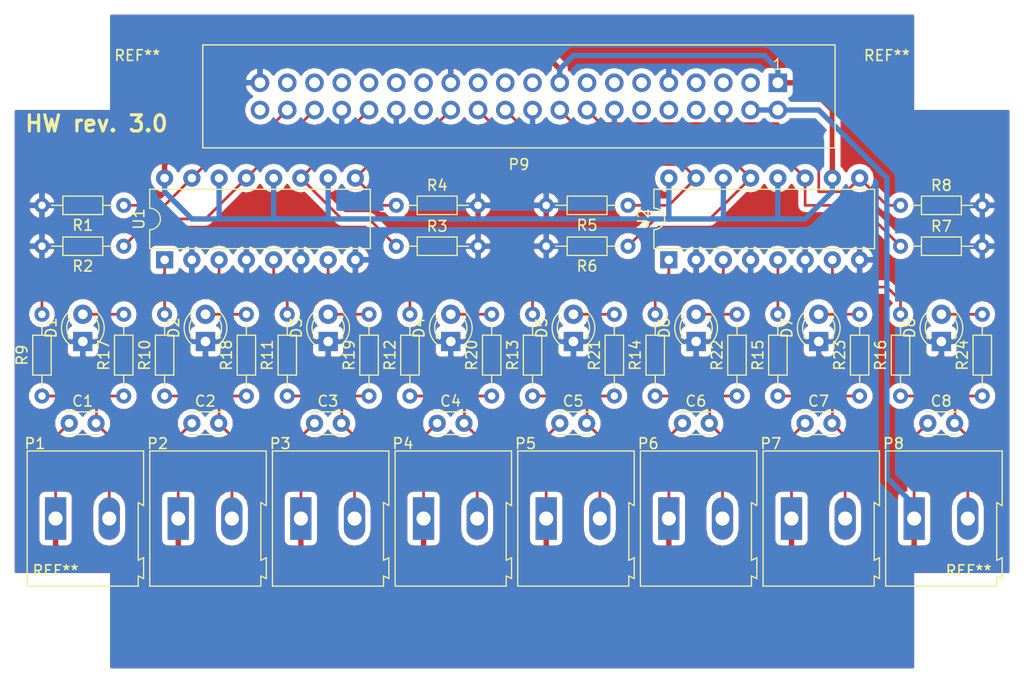
<source format=kicad_pcb>
(kicad_pcb (version 4) (host pcbnew 4.0.6)

  (general
    (links 113)
    (no_connects 0)
    (area 0 0 0 0)
    (thickness 1.6)
    (drawings 5)
    (tracks 211)
    (zones 0)
    (modules 55)
    (nets 56)
  )

  (page A4)
  (layers
    (0 F.Cu signal)
    (31 B.Cu signal)
    (32 B.Adhes user)
    (33 F.Adhes user)
    (34 B.Paste user)
    (35 F.Paste user)
    (36 B.SilkS user)
    (37 F.SilkS user)
    (38 B.Mask user)
    (39 F.Mask user)
    (40 Dwgs.User user)
    (41 Cmts.User user)
    (42 Eco1.User user)
    (43 Eco2.User user)
    (44 Edge.Cuts user)
    (45 Margin user)
    (46 B.CrtYd user)
    (47 F.CrtYd user)
    (48 B.Fab user)
    (49 F.Fab user)
  )

  (setup
    (last_trace_width 0.25)
    (user_trace_width 0.25)
    (user_trace_width 0.5)
    (trace_clearance 0.2)
    (zone_clearance 0.508)
    (zone_45_only no)
    (trace_min 0.2)
    (segment_width 0.2)
    (edge_width 0.15)
    (via_size 0.6)
    (via_drill 0.4)
    (via_min_size 0.4)
    (via_min_drill 0.3)
    (uvia_size 0.3)
    (uvia_drill 0.1)
    (uvias_allowed no)
    (uvia_min_size 0.2)
    (uvia_min_drill 0.1)
    (pcb_text_width 0.3)
    (pcb_text_size 1.5 1.5)
    (mod_edge_width 0.15)
    (mod_text_size 1 1)
    (mod_text_width 0.15)
    (pad_size 1.524 1.524)
    (pad_drill 0.762)
    (pad_to_mask_clearance 0.2)
    (aux_axis_origin 0 0)
    (visible_elements 7FFFFFFF)
    (pcbplotparams
      (layerselection 0x02030_80000001)
      (usegerberextensions false)
      (excludeedgelayer true)
      (linewidth 0.100000)
      (plotframeref false)
      (viasonmask false)
      (mode 1)
      (useauxorigin false)
      (hpglpennumber 1)
      (hpglpenspeed 20)
      (hpglpendiameter 15)
      (hpglpenoverlay 2)
      (psnegative false)
      (psa4output false)
      (plotreference true)
      (plotvalue true)
      (plotinvisibletext false)
      (padsonsilk false)
      (subtractmaskfromsilk false)
      (outputformat 1)
      (mirror false)
      (drillshape 0)
      (scaleselection 1)
      (outputdirectory gerber/))
  )

  (net 0 "")
  (net 1 +5V)
  (net 2 "Net-(C1-Pad2)")
  (net 3 "Net-(C2-Pad2)")
  (net 4 "Net-(C3-Pad2)")
  (net 5 "Net-(C4-Pad2)")
  (net 6 "Net-(C5-Pad2)")
  (net 7 "Net-(C6-Pad2)")
  (net 8 "Net-(C7-Pad2)")
  (net 9 "Net-(C8-Pad2)")
  (net 10 GND)
  (net 11 "Net-(D1-Pad2)")
  (net 12 "Net-(D2-Pad2)")
  (net 13 "Net-(D3-Pad2)")
  (net 14 "Net-(D4-Pad2)")
  (net 15 "Net-(D5-Pad2)")
  (net 16 "Net-(D6-Pad2)")
  (net 17 "Net-(D7-Pad2)")
  (net 18 "Net-(D8-Pad2)")
  (net 19 +3V3)
  (net 20 "Net-(P9-Pad3)")
  (net 21 "Net-(P9-Pad5)")
  (net 22 "Net-(P9-Pad7)")
  (net 23 "Net-(P9-Pad8)")
  (net 24 "Net-(P9-Pad10)")
  (net 25 "Net-(P9-Pad11)")
  (net 26 "Net-(P9-Pad12)")
  (net 27 "Net-(P9-Pad13)")
  (net 28 "Net-(P9-Pad15)")
  (net 29 "Net-(P9-Pad16)")
  (net 30 "Net-(P9-Pad18)")
  (net 31 "Net-(P9-Pad19)")
  (net 32 "Net-(P9-Pad21)")
  (net 33 "Net-(P9-Pad22)")
  (net 34 "Net-(P9-Pad23)")
  (net 35 "Net-(P9-Pad24)")
  (net 36 "Net-(P9-Pad26)")
  (net 37 "Net-(P9-Pad27)")
  (net 38 "Net-(P9-Pad28)")
  (net 39 "Net-(P9-Pad29)")
  (net 40 "Net-(P9-Pad31)")
  (net 41 "Net-(P9-Pad32)")
  (net 42 "Net-(P9-Pad33)")
  (net 43 "Net-(P9-Pad35)")
  (net 44 "Net-(P9-Pad36)")
  (net 45 "Net-(P9-Pad37)")
  (net 46 "Net-(P9-Pad38)")
  (net 47 "Net-(P9-Pad40)")
  (net 48 "Net-(R9-Pad2)")
  (net 49 "Net-(R10-Pad2)")
  (net 50 "Net-(R11-Pad2)")
  (net 51 "Net-(R12-Pad2)")
  (net 52 "Net-(R13-Pad2)")
  (net 53 "Net-(R14-Pad2)")
  (net 54 "Net-(R15-Pad2)")
  (net 55 "Net-(R16-Pad2)")

  (net_class Default "Dies ist die voreingestellte Netzklasse."
    (clearance 0.2)
    (trace_width 0.25)
    (via_dia 0.6)
    (via_drill 0.4)
    (uvia_dia 0.3)
    (uvia_drill 0.1)
    (add_net +3V3)
    (add_net +5V)
    (add_net GND)
    (add_net "Net-(C1-Pad2)")
    (add_net "Net-(C2-Pad2)")
    (add_net "Net-(C3-Pad2)")
    (add_net "Net-(C4-Pad2)")
    (add_net "Net-(C5-Pad2)")
    (add_net "Net-(C6-Pad2)")
    (add_net "Net-(C7-Pad2)")
    (add_net "Net-(C8-Pad2)")
    (add_net "Net-(D1-Pad2)")
    (add_net "Net-(D2-Pad2)")
    (add_net "Net-(D3-Pad2)")
    (add_net "Net-(D4-Pad2)")
    (add_net "Net-(D5-Pad2)")
    (add_net "Net-(D6-Pad2)")
    (add_net "Net-(D7-Pad2)")
    (add_net "Net-(D8-Pad2)")
    (add_net "Net-(P9-Pad10)")
    (add_net "Net-(P9-Pad11)")
    (add_net "Net-(P9-Pad12)")
    (add_net "Net-(P9-Pad13)")
    (add_net "Net-(P9-Pad15)")
    (add_net "Net-(P9-Pad16)")
    (add_net "Net-(P9-Pad18)")
    (add_net "Net-(P9-Pad19)")
    (add_net "Net-(P9-Pad21)")
    (add_net "Net-(P9-Pad22)")
    (add_net "Net-(P9-Pad23)")
    (add_net "Net-(P9-Pad24)")
    (add_net "Net-(P9-Pad26)")
    (add_net "Net-(P9-Pad27)")
    (add_net "Net-(P9-Pad28)")
    (add_net "Net-(P9-Pad29)")
    (add_net "Net-(P9-Pad3)")
    (add_net "Net-(P9-Pad31)")
    (add_net "Net-(P9-Pad32)")
    (add_net "Net-(P9-Pad33)")
    (add_net "Net-(P9-Pad35)")
    (add_net "Net-(P9-Pad36)")
    (add_net "Net-(P9-Pad37)")
    (add_net "Net-(P9-Pad38)")
    (add_net "Net-(P9-Pad40)")
    (add_net "Net-(P9-Pad5)")
    (add_net "Net-(P9-Pad7)")
    (add_net "Net-(P9-Pad8)")
    (add_net "Net-(R10-Pad2)")
    (add_net "Net-(R11-Pad2)")
    (add_net "Net-(R12-Pad2)")
    (add_net "Net-(R13-Pad2)")
    (add_net "Net-(R14-Pad2)")
    (add_net "Net-(R15-Pad2)")
    (add_net "Net-(R16-Pad2)")
    (add_net "Net-(R9-Pad2)")
  )

  (module Housings_DIP:DIP-16_W7.62mm (layer F.Cu) (tedit 586281B4) (tstamp 5889C215)
    (at 152.4 77.47 90)
    (descr "16-lead dip package, row spacing 7.62 mm (300 mils)")
    (tags "DIL DIP PDIP 2.54mm 7.62mm 300mil")
    (path /588A08FB)
    (fp_text reference U2 (at 3.81 -2.39 90) (layer F.SilkS)
      (effects (font (size 1 1) (thickness 0.15)))
    )
    (fp_text value PC847 (at 3.81 20.17 90) (layer F.Fab)
      (effects (font (size 1 1) (thickness 0.15)))
    )
    (fp_arc (start 3.81 -1.39) (end 2.81 -1.39) (angle -180) (layer F.SilkS) (width 0.12))
    (fp_line (start 1.635 -1.27) (end 6.985 -1.27) (layer F.Fab) (width 0.1))
    (fp_line (start 6.985 -1.27) (end 6.985 19.05) (layer F.Fab) (width 0.1))
    (fp_line (start 6.985 19.05) (end 0.635 19.05) (layer F.Fab) (width 0.1))
    (fp_line (start 0.635 19.05) (end 0.635 -0.27) (layer F.Fab) (width 0.1))
    (fp_line (start 0.635 -0.27) (end 1.635 -1.27) (layer F.Fab) (width 0.1))
    (fp_line (start 2.81 -1.39) (end 1.04 -1.39) (layer F.SilkS) (width 0.12))
    (fp_line (start 1.04 -1.39) (end 1.04 19.17) (layer F.SilkS) (width 0.12))
    (fp_line (start 1.04 19.17) (end 6.58 19.17) (layer F.SilkS) (width 0.12))
    (fp_line (start 6.58 19.17) (end 6.58 -1.39) (layer F.SilkS) (width 0.12))
    (fp_line (start 6.58 -1.39) (end 4.81 -1.39) (layer F.SilkS) (width 0.12))
    (fp_line (start -1.1 -1.6) (end -1.1 19.3) (layer F.CrtYd) (width 0.05))
    (fp_line (start -1.1 19.3) (end 8.7 19.3) (layer F.CrtYd) (width 0.05))
    (fp_line (start 8.7 19.3) (end 8.7 -1.6) (layer F.CrtYd) (width 0.05))
    (fp_line (start 8.7 -1.6) (end -1.1 -1.6) (layer F.CrtYd) (width 0.05))
    (pad 1 thru_hole rect (at 0 0 90) (size 1.6 1.6) (drill 0.8) (layers *.Cu *.Mask)
      (net 52 "Net-(R13-Pad2)"))
    (pad 9 thru_hole oval (at 7.62 17.78 90) (size 1.6 1.6) (drill 0.8) (layers *.Cu *.Mask)
      (net 29 "Net-(P9-Pad16)"))
    (pad 2 thru_hole oval (at 0 2.54 90) (size 1.6 1.6) (drill 0.8) (layers *.Cu *.Mask)
      (net 10 GND))
    (pad 10 thru_hole oval (at 7.62 15.24 90) (size 1.6 1.6) (drill 0.8) (layers *.Cu *.Mask)
      (net 19 +3V3))
    (pad 3 thru_hole oval (at 0 5.08 90) (size 1.6 1.6) (drill 0.8) (layers *.Cu *.Mask)
      (net 53 "Net-(R14-Pad2)"))
    (pad 11 thru_hole oval (at 7.62 12.7 90) (size 1.6 1.6) (drill 0.8) (layers *.Cu *.Mask)
      (net 30 "Net-(P9-Pad18)"))
    (pad 4 thru_hole oval (at 0 7.62 90) (size 1.6 1.6) (drill 0.8) (layers *.Cu *.Mask)
      (net 10 GND))
    (pad 12 thru_hole oval (at 7.62 10.16 90) (size 1.6 1.6) (drill 0.8) (layers *.Cu *.Mask)
      (net 19 +3V3))
    (pad 5 thru_hole oval (at 0 10.16 90) (size 1.6 1.6) (drill 0.8) (layers *.Cu *.Mask)
      (net 54 "Net-(R15-Pad2)"))
    (pad 13 thru_hole oval (at 7.62 7.62 90) (size 1.6 1.6) (drill 0.8) (layers *.Cu *.Mask)
      (net 33 "Net-(P9-Pad22)"))
    (pad 6 thru_hole oval (at 0 12.7 90) (size 1.6 1.6) (drill 0.8) (layers *.Cu *.Mask)
      (net 10 GND))
    (pad 14 thru_hole oval (at 7.62 5.08 90) (size 1.6 1.6) (drill 0.8) (layers *.Cu *.Mask)
      (net 19 +3V3))
    (pad 7 thru_hole oval (at 0 15.24 90) (size 1.6 1.6) (drill 0.8) (layers *.Cu *.Mask)
      (net 55 "Net-(R16-Pad2)"))
    (pad 15 thru_hole oval (at 7.62 2.54 90) (size 1.6 1.6) (drill 0.8) (layers *.Cu *.Mask)
      (net 35 "Net-(P9-Pad24)"))
    (pad 8 thru_hole oval (at 0 17.78 90) (size 1.6 1.6) (drill 0.8) (layers *.Cu *.Mask)
      (net 10 GND))
    (pad 16 thru_hole oval (at 7.62 0 90) (size 1.6 1.6) (drill 0.8) (layers *.Cu *.Mask)
      (net 19 +3V3))
    (model Housings_DIP.3dshapes/DIP-16_W7.62mm.wrl
      (at (xyz 0 0 0))
      (scale (xyz 1 1 1))
      (rotate (xyz 0 0 0))
    )
  )

  (module Connectors:AK300-2 (layer F.Cu) (tedit 587FD45E) (tstamp 5889C107)
    (at 95.25 101.6)
    (descr CONNECTOR)
    (tags CONNECTOR)
    (path /5889B4D7)
    (fp_text reference P1 (at -1.92 -6.99) (layer F.SilkS)
      (effects (font (size 1 1) (thickness 0.15)))
    )
    (fp_text value CONN_01X02 (at 2.78 7.75) (layer F.Fab)
      (effects (font (size 1 1) (thickness 0.15)))
    )
    (fp_line (start -2.65 -6.3) (end -2.65 6.3) (layer F.SilkS) (width 0.12))
    (fp_line (start -2.65 6.3) (end 7.7 6.3) (layer F.SilkS) (width 0.12))
    (fp_line (start 7.7 6.3) (end 7.7 5.35) (layer F.SilkS) (width 0.12))
    (fp_line (start 7.7 5.35) (end 8.2 5.6) (layer F.SilkS) (width 0.12))
    (fp_line (start 8.2 5.6) (end 8.2 3.7) (layer F.SilkS) (width 0.12))
    (fp_line (start 8.2 3.7) (end 8.2 3.65) (layer F.SilkS) (width 0.12))
    (fp_line (start 8.2 3.65) (end 7.7 3.9) (layer F.SilkS) (width 0.12))
    (fp_line (start 7.7 3.9) (end 7.7 -1.5) (layer F.SilkS) (width 0.12))
    (fp_line (start 7.7 -1.5) (end 8.2 -1.2) (layer F.SilkS) (width 0.12))
    (fp_line (start 8.2 -1.2) (end 8.2 -6.3) (layer F.SilkS) (width 0.12))
    (fp_line (start 8.2 -6.3) (end -2.65 -6.3) (layer F.SilkS) (width 0.12))
    (fp_line (start 8.36 -6.47) (end -2.83 -6.47) (layer F.CrtYd) (width 0.05))
    (fp_line (start 8.36 6.47) (end 8.36 -6.47) (layer F.CrtYd) (width 0.05))
    (fp_line (start -2.83 6.47) (end 8.36 6.47) (layer F.CrtYd) (width 0.05))
    (fp_line (start -2.83 -6.47) (end -2.83 6.47) (layer F.CrtYd) (width 0.05))
    (fp_line (start -1.26 2.54) (end 1.28 2.54) (layer F.Fab) (width 0.1))
    (fp_line (start 1.28 2.54) (end 1.28 -0.25) (layer F.Fab) (width 0.1))
    (fp_line (start -1.26 -0.25) (end 1.28 -0.25) (layer F.Fab) (width 0.1))
    (fp_line (start -1.26 2.54) (end -1.26 -0.25) (layer F.Fab) (width 0.1))
    (fp_line (start 3.74 2.54) (end 6.28 2.54) (layer F.Fab) (width 0.1))
    (fp_line (start 6.28 2.54) (end 6.28 -0.25) (layer F.Fab) (width 0.1))
    (fp_line (start 3.74 -0.25) (end 6.28 -0.25) (layer F.Fab) (width 0.1))
    (fp_line (start 3.74 2.54) (end 3.74 -0.25) (layer F.Fab) (width 0.1))
    (fp_line (start 7.61 -6.22) (end 7.61 -3.17) (layer F.Fab) (width 0.1))
    (fp_line (start 7.61 -6.22) (end -2.58 -6.22) (layer F.Fab) (width 0.1))
    (fp_line (start 7.61 -6.22) (end 8.11 -6.22) (layer F.Fab) (width 0.1))
    (fp_line (start 8.11 -6.22) (end 8.11 -1.4) (layer F.Fab) (width 0.1))
    (fp_line (start 8.11 -1.4) (end 7.61 -1.65) (layer F.Fab) (width 0.1))
    (fp_line (start 8.11 5.46) (end 7.61 5.21) (layer F.Fab) (width 0.1))
    (fp_line (start 7.61 5.21) (end 7.61 6.22) (layer F.Fab) (width 0.1))
    (fp_line (start 8.11 3.81) (end 7.61 4.06) (layer F.Fab) (width 0.1))
    (fp_line (start 7.61 4.06) (end 7.61 5.21) (layer F.Fab) (width 0.1))
    (fp_line (start 8.11 3.81) (end 8.11 5.46) (layer F.Fab) (width 0.1))
    (fp_line (start 2.98 6.22) (end 2.98 4.32) (layer F.Fab) (width 0.1))
    (fp_line (start 7.05 -0.25) (end 7.05 4.32) (layer F.Fab) (width 0.1))
    (fp_line (start 2.98 6.22) (end 7.05 6.22) (layer F.Fab) (width 0.1))
    (fp_line (start 7.05 6.22) (end 7.61 6.22) (layer F.Fab) (width 0.1))
    (fp_line (start 2.04 6.22) (end 2.04 4.32) (layer F.Fab) (width 0.1))
    (fp_line (start 2.04 6.22) (end 2.98 6.22) (layer F.Fab) (width 0.1))
    (fp_line (start -2.02 -0.25) (end -2.02 4.32) (layer F.Fab) (width 0.1))
    (fp_line (start -2.58 6.22) (end -2.02 6.22) (layer F.Fab) (width 0.1))
    (fp_line (start -2.02 6.22) (end 2.04 6.22) (layer F.Fab) (width 0.1))
    (fp_line (start 2.98 4.32) (end 7.05 4.32) (layer F.Fab) (width 0.1))
    (fp_line (start 2.98 4.32) (end 2.98 -0.25) (layer F.Fab) (width 0.1))
    (fp_line (start 7.05 4.32) (end 7.05 6.22) (layer F.Fab) (width 0.1))
    (fp_line (start 2.04 4.32) (end -2.02 4.32) (layer F.Fab) (width 0.1))
    (fp_line (start 2.04 4.32) (end 2.04 -0.25) (layer F.Fab) (width 0.1))
    (fp_line (start -2.02 4.32) (end -2.02 6.22) (layer F.Fab) (width 0.1))
    (fp_line (start 6.67 3.68) (end 6.67 0.51) (layer F.Fab) (width 0.1))
    (fp_line (start 6.67 3.68) (end 3.36 3.68) (layer F.Fab) (width 0.1))
    (fp_line (start 3.36 3.68) (end 3.36 0.51) (layer F.Fab) (width 0.1))
    (fp_line (start 1.66 3.68) (end 1.66 0.51) (layer F.Fab) (width 0.1))
    (fp_line (start 1.66 3.68) (end -1.64 3.68) (layer F.Fab) (width 0.1))
    (fp_line (start -1.64 3.68) (end -1.64 0.51) (layer F.Fab) (width 0.1))
    (fp_line (start -1.64 0.51) (end -1.26 0.51) (layer F.Fab) (width 0.1))
    (fp_line (start 1.66 0.51) (end 1.28 0.51) (layer F.Fab) (width 0.1))
    (fp_line (start 3.36 0.51) (end 3.74 0.51) (layer F.Fab) (width 0.1))
    (fp_line (start 6.67 0.51) (end 6.28 0.51) (layer F.Fab) (width 0.1))
    (fp_line (start -2.58 6.22) (end -2.58 -0.64) (layer F.Fab) (width 0.1))
    (fp_line (start -2.58 -0.64) (end -2.58 -3.17) (layer F.Fab) (width 0.1))
    (fp_line (start 7.61 -1.65) (end 7.61 -0.64) (layer F.Fab) (width 0.1))
    (fp_line (start 7.61 -0.64) (end 7.61 4.06) (layer F.Fab) (width 0.1))
    (fp_line (start -2.58 -3.17) (end 7.61 -3.17) (layer F.Fab) (width 0.1))
    (fp_line (start -2.58 -3.17) (end -2.58 -6.22) (layer F.Fab) (width 0.1))
    (fp_line (start 7.61 -3.17) (end 7.61 -1.65) (layer F.Fab) (width 0.1))
    (fp_line (start 2.98 -3.43) (end 2.98 -5.97) (layer F.Fab) (width 0.1))
    (fp_line (start 2.98 -5.97) (end 7.05 -5.97) (layer F.Fab) (width 0.1))
    (fp_line (start 7.05 -5.97) (end 7.05 -3.43) (layer F.Fab) (width 0.1))
    (fp_line (start 7.05 -3.43) (end 2.98 -3.43) (layer F.Fab) (width 0.1))
    (fp_line (start 2.04 -3.43) (end 2.04 -5.97) (layer F.Fab) (width 0.1))
    (fp_line (start 2.04 -3.43) (end -2.02 -3.43) (layer F.Fab) (width 0.1))
    (fp_line (start -2.02 -3.43) (end -2.02 -5.97) (layer F.Fab) (width 0.1))
    (fp_line (start 2.04 -5.97) (end -2.02 -5.97) (layer F.Fab) (width 0.1))
    (fp_line (start 3.39 -4.45) (end 6.44 -5.08) (layer F.Fab) (width 0.1))
    (fp_line (start 3.52 -4.32) (end 6.56 -4.95) (layer F.Fab) (width 0.1))
    (fp_line (start -1.62 -4.45) (end 1.44 -5.08) (layer F.Fab) (width 0.1))
    (fp_line (start -1.49 -4.32) (end 1.56 -4.95) (layer F.Fab) (width 0.1))
    (fp_line (start -2.02 -0.25) (end -1.64 -0.25) (layer F.Fab) (width 0.1))
    (fp_line (start 2.04 -0.25) (end 1.66 -0.25) (layer F.Fab) (width 0.1))
    (fp_line (start 1.66 -0.25) (end -1.64 -0.25) (layer F.Fab) (width 0.1))
    (fp_line (start -2.58 -0.64) (end -1.64 -0.64) (layer F.Fab) (width 0.1))
    (fp_line (start -1.64 -0.64) (end 1.66 -0.64) (layer F.Fab) (width 0.1))
    (fp_line (start 1.66 -0.64) (end 3.36 -0.64) (layer F.Fab) (width 0.1))
    (fp_line (start 7.61 -0.64) (end 6.67 -0.64) (layer F.Fab) (width 0.1))
    (fp_line (start 6.67 -0.64) (end 3.36 -0.64) (layer F.Fab) (width 0.1))
    (fp_line (start 7.05 -0.25) (end 6.67 -0.25) (layer F.Fab) (width 0.1))
    (fp_line (start 2.98 -0.25) (end 3.36 -0.25) (layer F.Fab) (width 0.1))
    (fp_line (start 3.36 -0.25) (end 6.67 -0.25) (layer F.Fab) (width 0.1))
    (fp_arc (start 6.03 -4.59) (end 6.54 -5.05) (angle 90.5) (layer F.Fab) (width 0.1))
    (fp_arc (start 5.07 -6.07) (end 6.53 -4.12) (angle 75.5) (layer F.Fab) (width 0.1))
    (fp_arc (start 4.99 -3.71) (end 3.39 -5) (angle 100) (layer F.Fab) (width 0.1))
    (fp_arc (start 3.87 -4.65) (end 3.58 -4.13) (angle 104.2) (layer F.Fab) (width 0.1))
    (fp_arc (start 1.03 -4.59) (end 1.53 -5.05) (angle 90.5) (layer F.Fab) (width 0.1))
    (fp_arc (start 0.06 -6.07) (end 1.53 -4.12) (angle 75.5) (layer F.Fab) (width 0.1))
    (fp_arc (start -0.01 -3.71) (end -1.62 -5) (angle 100) (layer F.Fab) (width 0.1))
    (fp_arc (start -1.13 -4.65) (end -1.42 -4.13) (angle 104.2) (layer F.Fab) (width 0.1))
    (pad 1 thru_hole rect (at 0 0) (size 1.98 3.96) (drill 1.32) (layers *.Cu F.Paste F.Mask)
      (net 1 +5V))
    (pad 2 thru_hole oval (at 5 0) (size 1.98 3.96) (drill 1.32) (layers *.Cu F.Paste F.Mask)
      (net 2 "Net-(C1-Pad2)"))
  )

  (module Connectors:AK300-2 (layer F.Cu) (tedit 587FD45E) (tstamp 5889C10D)
    (at 106.68 101.6)
    (descr CONNECTOR)
    (tags CONNECTOR)
    (path /5889C0C1)
    (fp_text reference P2 (at -1.92 -6.99) (layer F.SilkS)
      (effects (font (size 1 1) (thickness 0.15)))
    )
    (fp_text value CONN_01X02 (at 2.78 7.75) (layer F.Fab)
      (effects (font (size 1 1) (thickness 0.15)))
    )
    (fp_line (start -2.65 -6.3) (end -2.65 6.3) (layer F.SilkS) (width 0.12))
    (fp_line (start -2.65 6.3) (end 7.7 6.3) (layer F.SilkS) (width 0.12))
    (fp_line (start 7.7 6.3) (end 7.7 5.35) (layer F.SilkS) (width 0.12))
    (fp_line (start 7.7 5.35) (end 8.2 5.6) (layer F.SilkS) (width 0.12))
    (fp_line (start 8.2 5.6) (end 8.2 3.7) (layer F.SilkS) (width 0.12))
    (fp_line (start 8.2 3.7) (end 8.2 3.65) (layer F.SilkS) (width 0.12))
    (fp_line (start 8.2 3.65) (end 7.7 3.9) (layer F.SilkS) (width 0.12))
    (fp_line (start 7.7 3.9) (end 7.7 -1.5) (layer F.SilkS) (width 0.12))
    (fp_line (start 7.7 -1.5) (end 8.2 -1.2) (layer F.SilkS) (width 0.12))
    (fp_line (start 8.2 -1.2) (end 8.2 -6.3) (layer F.SilkS) (width 0.12))
    (fp_line (start 8.2 -6.3) (end -2.65 -6.3) (layer F.SilkS) (width 0.12))
    (fp_line (start 8.36 -6.47) (end -2.83 -6.47) (layer F.CrtYd) (width 0.05))
    (fp_line (start 8.36 6.47) (end 8.36 -6.47) (layer F.CrtYd) (width 0.05))
    (fp_line (start -2.83 6.47) (end 8.36 6.47) (layer F.CrtYd) (width 0.05))
    (fp_line (start -2.83 -6.47) (end -2.83 6.47) (layer F.CrtYd) (width 0.05))
    (fp_line (start -1.26 2.54) (end 1.28 2.54) (layer F.Fab) (width 0.1))
    (fp_line (start 1.28 2.54) (end 1.28 -0.25) (layer F.Fab) (width 0.1))
    (fp_line (start -1.26 -0.25) (end 1.28 -0.25) (layer F.Fab) (width 0.1))
    (fp_line (start -1.26 2.54) (end -1.26 -0.25) (layer F.Fab) (width 0.1))
    (fp_line (start 3.74 2.54) (end 6.28 2.54) (layer F.Fab) (width 0.1))
    (fp_line (start 6.28 2.54) (end 6.28 -0.25) (layer F.Fab) (width 0.1))
    (fp_line (start 3.74 -0.25) (end 6.28 -0.25) (layer F.Fab) (width 0.1))
    (fp_line (start 3.74 2.54) (end 3.74 -0.25) (layer F.Fab) (width 0.1))
    (fp_line (start 7.61 -6.22) (end 7.61 -3.17) (layer F.Fab) (width 0.1))
    (fp_line (start 7.61 -6.22) (end -2.58 -6.22) (layer F.Fab) (width 0.1))
    (fp_line (start 7.61 -6.22) (end 8.11 -6.22) (layer F.Fab) (width 0.1))
    (fp_line (start 8.11 -6.22) (end 8.11 -1.4) (layer F.Fab) (width 0.1))
    (fp_line (start 8.11 -1.4) (end 7.61 -1.65) (layer F.Fab) (width 0.1))
    (fp_line (start 8.11 5.46) (end 7.61 5.21) (layer F.Fab) (width 0.1))
    (fp_line (start 7.61 5.21) (end 7.61 6.22) (layer F.Fab) (width 0.1))
    (fp_line (start 8.11 3.81) (end 7.61 4.06) (layer F.Fab) (width 0.1))
    (fp_line (start 7.61 4.06) (end 7.61 5.21) (layer F.Fab) (width 0.1))
    (fp_line (start 8.11 3.81) (end 8.11 5.46) (layer F.Fab) (width 0.1))
    (fp_line (start 2.98 6.22) (end 2.98 4.32) (layer F.Fab) (width 0.1))
    (fp_line (start 7.05 -0.25) (end 7.05 4.32) (layer F.Fab) (width 0.1))
    (fp_line (start 2.98 6.22) (end 7.05 6.22) (layer F.Fab) (width 0.1))
    (fp_line (start 7.05 6.22) (end 7.61 6.22) (layer F.Fab) (width 0.1))
    (fp_line (start 2.04 6.22) (end 2.04 4.32) (layer F.Fab) (width 0.1))
    (fp_line (start 2.04 6.22) (end 2.98 6.22) (layer F.Fab) (width 0.1))
    (fp_line (start -2.02 -0.25) (end -2.02 4.32) (layer F.Fab) (width 0.1))
    (fp_line (start -2.58 6.22) (end -2.02 6.22) (layer F.Fab) (width 0.1))
    (fp_line (start -2.02 6.22) (end 2.04 6.22) (layer F.Fab) (width 0.1))
    (fp_line (start 2.98 4.32) (end 7.05 4.32) (layer F.Fab) (width 0.1))
    (fp_line (start 2.98 4.32) (end 2.98 -0.25) (layer F.Fab) (width 0.1))
    (fp_line (start 7.05 4.32) (end 7.05 6.22) (layer F.Fab) (width 0.1))
    (fp_line (start 2.04 4.32) (end -2.02 4.32) (layer F.Fab) (width 0.1))
    (fp_line (start 2.04 4.32) (end 2.04 -0.25) (layer F.Fab) (width 0.1))
    (fp_line (start -2.02 4.32) (end -2.02 6.22) (layer F.Fab) (width 0.1))
    (fp_line (start 6.67 3.68) (end 6.67 0.51) (layer F.Fab) (width 0.1))
    (fp_line (start 6.67 3.68) (end 3.36 3.68) (layer F.Fab) (width 0.1))
    (fp_line (start 3.36 3.68) (end 3.36 0.51) (layer F.Fab) (width 0.1))
    (fp_line (start 1.66 3.68) (end 1.66 0.51) (layer F.Fab) (width 0.1))
    (fp_line (start 1.66 3.68) (end -1.64 3.68) (layer F.Fab) (width 0.1))
    (fp_line (start -1.64 3.68) (end -1.64 0.51) (layer F.Fab) (width 0.1))
    (fp_line (start -1.64 0.51) (end -1.26 0.51) (layer F.Fab) (width 0.1))
    (fp_line (start 1.66 0.51) (end 1.28 0.51) (layer F.Fab) (width 0.1))
    (fp_line (start 3.36 0.51) (end 3.74 0.51) (layer F.Fab) (width 0.1))
    (fp_line (start 6.67 0.51) (end 6.28 0.51) (layer F.Fab) (width 0.1))
    (fp_line (start -2.58 6.22) (end -2.58 -0.64) (layer F.Fab) (width 0.1))
    (fp_line (start -2.58 -0.64) (end -2.58 -3.17) (layer F.Fab) (width 0.1))
    (fp_line (start 7.61 -1.65) (end 7.61 -0.64) (layer F.Fab) (width 0.1))
    (fp_line (start 7.61 -0.64) (end 7.61 4.06) (layer F.Fab) (width 0.1))
    (fp_line (start -2.58 -3.17) (end 7.61 -3.17) (layer F.Fab) (width 0.1))
    (fp_line (start -2.58 -3.17) (end -2.58 -6.22) (layer F.Fab) (width 0.1))
    (fp_line (start 7.61 -3.17) (end 7.61 -1.65) (layer F.Fab) (width 0.1))
    (fp_line (start 2.98 -3.43) (end 2.98 -5.97) (layer F.Fab) (width 0.1))
    (fp_line (start 2.98 -5.97) (end 7.05 -5.97) (layer F.Fab) (width 0.1))
    (fp_line (start 7.05 -5.97) (end 7.05 -3.43) (layer F.Fab) (width 0.1))
    (fp_line (start 7.05 -3.43) (end 2.98 -3.43) (layer F.Fab) (width 0.1))
    (fp_line (start 2.04 -3.43) (end 2.04 -5.97) (layer F.Fab) (width 0.1))
    (fp_line (start 2.04 -3.43) (end -2.02 -3.43) (layer F.Fab) (width 0.1))
    (fp_line (start -2.02 -3.43) (end -2.02 -5.97) (layer F.Fab) (width 0.1))
    (fp_line (start 2.04 -5.97) (end -2.02 -5.97) (layer F.Fab) (width 0.1))
    (fp_line (start 3.39 -4.45) (end 6.44 -5.08) (layer F.Fab) (width 0.1))
    (fp_line (start 3.52 -4.32) (end 6.56 -4.95) (layer F.Fab) (width 0.1))
    (fp_line (start -1.62 -4.45) (end 1.44 -5.08) (layer F.Fab) (width 0.1))
    (fp_line (start -1.49 -4.32) (end 1.56 -4.95) (layer F.Fab) (width 0.1))
    (fp_line (start -2.02 -0.25) (end -1.64 -0.25) (layer F.Fab) (width 0.1))
    (fp_line (start 2.04 -0.25) (end 1.66 -0.25) (layer F.Fab) (width 0.1))
    (fp_line (start 1.66 -0.25) (end -1.64 -0.25) (layer F.Fab) (width 0.1))
    (fp_line (start -2.58 -0.64) (end -1.64 -0.64) (layer F.Fab) (width 0.1))
    (fp_line (start -1.64 -0.64) (end 1.66 -0.64) (layer F.Fab) (width 0.1))
    (fp_line (start 1.66 -0.64) (end 3.36 -0.64) (layer F.Fab) (width 0.1))
    (fp_line (start 7.61 -0.64) (end 6.67 -0.64) (layer F.Fab) (width 0.1))
    (fp_line (start 6.67 -0.64) (end 3.36 -0.64) (layer F.Fab) (width 0.1))
    (fp_line (start 7.05 -0.25) (end 6.67 -0.25) (layer F.Fab) (width 0.1))
    (fp_line (start 2.98 -0.25) (end 3.36 -0.25) (layer F.Fab) (width 0.1))
    (fp_line (start 3.36 -0.25) (end 6.67 -0.25) (layer F.Fab) (width 0.1))
    (fp_arc (start 6.03 -4.59) (end 6.54 -5.05) (angle 90.5) (layer F.Fab) (width 0.1))
    (fp_arc (start 5.07 -6.07) (end 6.53 -4.12) (angle 75.5) (layer F.Fab) (width 0.1))
    (fp_arc (start 4.99 -3.71) (end 3.39 -5) (angle 100) (layer F.Fab) (width 0.1))
    (fp_arc (start 3.87 -4.65) (end 3.58 -4.13) (angle 104.2) (layer F.Fab) (width 0.1))
    (fp_arc (start 1.03 -4.59) (end 1.53 -5.05) (angle 90.5) (layer F.Fab) (width 0.1))
    (fp_arc (start 0.06 -6.07) (end 1.53 -4.12) (angle 75.5) (layer F.Fab) (width 0.1))
    (fp_arc (start -0.01 -3.71) (end -1.62 -5) (angle 100) (layer F.Fab) (width 0.1))
    (fp_arc (start -1.13 -4.65) (end -1.42 -4.13) (angle 104.2) (layer F.Fab) (width 0.1))
    (pad 1 thru_hole rect (at 0 0) (size 1.98 3.96) (drill 1.32) (layers *.Cu F.Paste F.Mask)
      (net 1 +5V))
    (pad 2 thru_hole oval (at 5 0) (size 1.98 3.96) (drill 1.32) (layers *.Cu F.Paste F.Mask)
      (net 3 "Net-(C2-Pad2)"))
  )

  (module Connectors:AK300-2 (layer F.Cu) (tedit 587FD45E) (tstamp 5889C113)
    (at 118.11 101.6)
    (descr CONNECTOR)
    (tags CONNECTOR)
    (path /5889C835)
    (fp_text reference P3 (at -1.92 -6.99) (layer F.SilkS)
      (effects (font (size 1 1) (thickness 0.15)))
    )
    (fp_text value CONN_01X02 (at 2.78 7.75) (layer F.Fab)
      (effects (font (size 1 1) (thickness 0.15)))
    )
    (fp_line (start -2.65 -6.3) (end -2.65 6.3) (layer F.SilkS) (width 0.12))
    (fp_line (start -2.65 6.3) (end 7.7 6.3) (layer F.SilkS) (width 0.12))
    (fp_line (start 7.7 6.3) (end 7.7 5.35) (layer F.SilkS) (width 0.12))
    (fp_line (start 7.7 5.35) (end 8.2 5.6) (layer F.SilkS) (width 0.12))
    (fp_line (start 8.2 5.6) (end 8.2 3.7) (layer F.SilkS) (width 0.12))
    (fp_line (start 8.2 3.7) (end 8.2 3.65) (layer F.SilkS) (width 0.12))
    (fp_line (start 8.2 3.65) (end 7.7 3.9) (layer F.SilkS) (width 0.12))
    (fp_line (start 7.7 3.9) (end 7.7 -1.5) (layer F.SilkS) (width 0.12))
    (fp_line (start 7.7 -1.5) (end 8.2 -1.2) (layer F.SilkS) (width 0.12))
    (fp_line (start 8.2 -1.2) (end 8.2 -6.3) (layer F.SilkS) (width 0.12))
    (fp_line (start 8.2 -6.3) (end -2.65 -6.3) (layer F.SilkS) (width 0.12))
    (fp_line (start 8.36 -6.47) (end -2.83 -6.47) (layer F.CrtYd) (width 0.05))
    (fp_line (start 8.36 6.47) (end 8.36 -6.47) (layer F.CrtYd) (width 0.05))
    (fp_line (start -2.83 6.47) (end 8.36 6.47) (layer F.CrtYd) (width 0.05))
    (fp_line (start -2.83 -6.47) (end -2.83 6.47) (layer F.CrtYd) (width 0.05))
    (fp_line (start -1.26 2.54) (end 1.28 2.54) (layer F.Fab) (width 0.1))
    (fp_line (start 1.28 2.54) (end 1.28 -0.25) (layer F.Fab) (width 0.1))
    (fp_line (start -1.26 -0.25) (end 1.28 -0.25) (layer F.Fab) (width 0.1))
    (fp_line (start -1.26 2.54) (end -1.26 -0.25) (layer F.Fab) (width 0.1))
    (fp_line (start 3.74 2.54) (end 6.28 2.54) (layer F.Fab) (width 0.1))
    (fp_line (start 6.28 2.54) (end 6.28 -0.25) (layer F.Fab) (width 0.1))
    (fp_line (start 3.74 -0.25) (end 6.28 -0.25) (layer F.Fab) (width 0.1))
    (fp_line (start 3.74 2.54) (end 3.74 -0.25) (layer F.Fab) (width 0.1))
    (fp_line (start 7.61 -6.22) (end 7.61 -3.17) (layer F.Fab) (width 0.1))
    (fp_line (start 7.61 -6.22) (end -2.58 -6.22) (layer F.Fab) (width 0.1))
    (fp_line (start 7.61 -6.22) (end 8.11 -6.22) (layer F.Fab) (width 0.1))
    (fp_line (start 8.11 -6.22) (end 8.11 -1.4) (layer F.Fab) (width 0.1))
    (fp_line (start 8.11 -1.4) (end 7.61 -1.65) (layer F.Fab) (width 0.1))
    (fp_line (start 8.11 5.46) (end 7.61 5.21) (layer F.Fab) (width 0.1))
    (fp_line (start 7.61 5.21) (end 7.61 6.22) (layer F.Fab) (width 0.1))
    (fp_line (start 8.11 3.81) (end 7.61 4.06) (layer F.Fab) (width 0.1))
    (fp_line (start 7.61 4.06) (end 7.61 5.21) (layer F.Fab) (width 0.1))
    (fp_line (start 8.11 3.81) (end 8.11 5.46) (layer F.Fab) (width 0.1))
    (fp_line (start 2.98 6.22) (end 2.98 4.32) (layer F.Fab) (width 0.1))
    (fp_line (start 7.05 -0.25) (end 7.05 4.32) (layer F.Fab) (width 0.1))
    (fp_line (start 2.98 6.22) (end 7.05 6.22) (layer F.Fab) (width 0.1))
    (fp_line (start 7.05 6.22) (end 7.61 6.22) (layer F.Fab) (width 0.1))
    (fp_line (start 2.04 6.22) (end 2.04 4.32) (layer F.Fab) (width 0.1))
    (fp_line (start 2.04 6.22) (end 2.98 6.22) (layer F.Fab) (width 0.1))
    (fp_line (start -2.02 -0.25) (end -2.02 4.32) (layer F.Fab) (width 0.1))
    (fp_line (start -2.58 6.22) (end -2.02 6.22) (layer F.Fab) (width 0.1))
    (fp_line (start -2.02 6.22) (end 2.04 6.22) (layer F.Fab) (width 0.1))
    (fp_line (start 2.98 4.32) (end 7.05 4.32) (layer F.Fab) (width 0.1))
    (fp_line (start 2.98 4.32) (end 2.98 -0.25) (layer F.Fab) (width 0.1))
    (fp_line (start 7.05 4.32) (end 7.05 6.22) (layer F.Fab) (width 0.1))
    (fp_line (start 2.04 4.32) (end -2.02 4.32) (layer F.Fab) (width 0.1))
    (fp_line (start 2.04 4.32) (end 2.04 -0.25) (layer F.Fab) (width 0.1))
    (fp_line (start -2.02 4.32) (end -2.02 6.22) (layer F.Fab) (width 0.1))
    (fp_line (start 6.67 3.68) (end 6.67 0.51) (layer F.Fab) (width 0.1))
    (fp_line (start 6.67 3.68) (end 3.36 3.68) (layer F.Fab) (width 0.1))
    (fp_line (start 3.36 3.68) (end 3.36 0.51) (layer F.Fab) (width 0.1))
    (fp_line (start 1.66 3.68) (end 1.66 0.51) (layer F.Fab) (width 0.1))
    (fp_line (start 1.66 3.68) (end -1.64 3.68) (layer F.Fab) (width 0.1))
    (fp_line (start -1.64 3.68) (end -1.64 0.51) (layer F.Fab) (width 0.1))
    (fp_line (start -1.64 0.51) (end -1.26 0.51) (layer F.Fab) (width 0.1))
    (fp_line (start 1.66 0.51) (end 1.28 0.51) (layer F.Fab) (width 0.1))
    (fp_line (start 3.36 0.51) (end 3.74 0.51) (layer F.Fab) (width 0.1))
    (fp_line (start 6.67 0.51) (end 6.28 0.51) (layer F.Fab) (width 0.1))
    (fp_line (start -2.58 6.22) (end -2.58 -0.64) (layer F.Fab) (width 0.1))
    (fp_line (start -2.58 -0.64) (end -2.58 -3.17) (layer F.Fab) (width 0.1))
    (fp_line (start 7.61 -1.65) (end 7.61 -0.64) (layer F.Fab) (width 0.1))
    (fp_line (start 7.61 -0.64) (end 7.61 4.06) (layer F.Fab) (width 0.1))
    (fp_line (start -2.58 -3.17) (end 7.61 -3.17) (layer F.Fab) (width 0.1))
    (fp_line (start -2.58 -3.17) (end -2.58 -6.22) (layer F.Fab) (width 0.1))
    (fp_line (start 7.61 -3.17) (end 7.61 -1.65) (layer F.Fab) (width 0.1))
    (fp_line (start 2.98 -3.43) (end 2.98 -5.97) (layer F.Fab) (width 0.1))
    (fp_line (start 2.98 -5.97) (end 7.05 -5.97) (layer F.Fab) (width 0.1))
    (fp_line (start 7.05 -5.97) (end 7.05 -3.43) (layer F.Fab) (width 0.1))
    (fp_line (start 7.05 -3.43) (end 2.98 -3.43) (layer F.Fab) (width 0.1))
    (fp_line (start 2.04 -3.43) (end 2.04 -5.97) (layer F.Fab) (width 0.1))
    (fp_line (start 2.04 -3.43) (end -2.02 -3.43) (layer F.Fab) (width 0.1))
    (fp_line (start -2.02 -3.43) (end -2.02 -5.97) (layer F.Fab) (width 0.1))
    (fp_line (start 2.04 -5.97) (end -2.02 -5.97) (layer F.Fab) (width 0.1))
    (fp_line (start 3.39 -4.45) (end 6.44 -5.08) (layer F.Fab) (width 0.1))
    (fp_line (start 3.52 -4.32) (end 6.56 -4.95) (layer F.Fab) (width 0.1))
    (fp_line (start -1.62 -4.45) (end 1.44 -5.08) (layer F.Fab) (width 0.1))
    (fp_line (start -1.49 -4.32) (end 1.56 -4.95) (layer F.Fab) (width 0.1))
    (fp_line (start -2.02 -0.25) (end -1.64 -0.25) (layer F.Fab) (width 0.1))
    (fp_line (start 2.04 -0.25) (end 1.66 -0.25) (layer F.Fab) (width 0.1))
    (fp_line (start 1.66 -0.25) (end -1.64 -0.25) (layer F.Fab) (width 0.1))
    (fp_line (start -2.58 -0.64) (end -1.64 -0.64) (layer F.Fab) (width 0.1))
    (fp_line (start -1.64 -0.64) (end 1.66 -0.64) (layer F.Fab) (width 0.1))
    (fp_line (start 1.66 -0.64) (end 3.36 -0.64) (layer F.Fab) (width 0.1))
    (fp_line (start 7.61 -0.64) (end 6.67 -0.64) (layer F.Fab) (width 0.1))
    (fp_line (start 6.67 -0.64) (end 3.36 -0.64) (layer F.Fab) (width 0.1))
    (fp_line (start 7.05 -0.25) (end 6.67 -0.25) (layer F.Fab) (width 0.1))
    (fp_line (start 2.98 -0.25) (end 3.36 -0.25) (layer F.Fab) (width 0.1))
    (fp_line (start 3.36 -0.25) (end 6.67 -0.25) (layer F.Fab) (width 0.1))
    (fp_arc (start 6.03 -4.59) (end 6.54 -5.05) (angle 90.5) (layer F.Fab) (width 0.1))
    (fp_arc (start 5.07 -6.07) (end 6.53 -4.12) (angle 75.5) (layer F.Fab) (width 0.1))
    (fp_arc (start 4.99 -3.71) (end 3.39 -5) (angle 100) (layer F.Fab) (width 0.1))
    (fp_arc (start 3.87 -4.65) (end 3.58 -4.13) (angle 104.2) (layer F.Fab) (width 0.1))
    (fp_arc (start 1.03 -4.59) (end 1.53 -5.05) (angle 90.5) (layer F.Fab) (width 0.1))
    (fp_arc (start 0.06 -6.07) (end 1.53 -4.12) (angle 75.5) (layer F.Fab) (width 0.1))
    (fp_arc (start -0.01 -3.71) (end -1.62 -5) (angle 100) (layer F.Fab) (width 0.1))
    (fp_arc (start -1.13 -4.65) (end -1.42 -4.13) (angle 104.2) (layer F.Fab) (width 0.1))
    (pad 1 thru_hole rect (at 0 0) (size 1.98 3.96) (drill 1.32) (layers *.Cu F.Paste F.Mask)
      (net 1 +5V))
    (pad 2 thru_hole oval (at 5 0) (size 1.98 3.96) (drill 1.32) (layers *.Cu F.Paste F.Mask)
      (net 4 "Net-(C3-Pad2)"))
  )

  (module Connectors:AK300-2 (layer F.Cu) (tedit 587FD45E) (tstamp 5889C119)
    (at 129.54 101.6)
    (descr CONNECTOR)
    (tags CONNECTOR)
    (path /5889C89E)
    (fp_text reference P4 (at -1.92 -6.99) (layer F.SilkS)
      (effects (font (size 1 1) (thickness 0.15)))
    )
    (fp_text value CONN_01X02 (at 2.78 7.75) (layer F.Fab)
      (effects (font (size 1 1) (thickness 0.15)))
    )
    (fp_line (start -2.65 -6.3) (end -2.65 6.3) (layer F.SilkS) (width 0.12))
    (fp_line (start -2.65 6.3) (end 7.7 6.3) (layer F.SilkS) (width 0.12))
    (fp_line (start 7.7 6.3) (end 7.7 5.35) (layer F.SilkS) (width 0.12))
    (fp_line (start 7.7 5.35) (end 8.2 5.6) (layer F.SilkS) (width 0.12))
    (fp_line (start 8.2 5.6) (end 8.2 3.7) (layer F.SilkS) (width 0.12))
    (fp_line (start 8.2 3.7) (end 8.2 3.65) (layer F.SilkS) (width 0.12))
    (fp_line (start 8.2 3.65) (end 7.7 3.9) (layer F.SilkS) (width 0.12))
    (fp_line (start 7.7 3.9) (end 7.7 -1.5) (layer F.SilkS) (width 0.12))
    (fp_line (start 7.7 -1.5) (end 8.2 -1.2) (layer F.SilkS) (width 0.12))
    (fp_line (start 8.2 -1.2) (end 8.2 -6.3) (layer F.SilkS) (width 0.12))
    (fp_line (start 8.2 -6.3) (end -2.65 -6.3) (layer F.SilkS) (width 0.12))
    (fp_line (start 8.36 -6.47) (end -2.83 -6.47) (layer F.CrtYd) (width 0.05))
    (fp_line (start 8.36 6.47) (end 8.36 -6.47) (layer F.CrtYd) (width 0.05))
    (fp_line (start -2.83 6.47) (end 8.36 6.47) (layer F.CrtYd) (width 0.05))
    (fp_line (start -2.83 -6.47) (end -2.83 6.47) (layer F.CrtYd) (width 0.05))
    (fp_line (start -1.26 2.54) (end 1.28 2.54) (layer F.Fab) (width 0.1))
    (fp_line (start 1.28 2.54) (end 1.28 -0.25) (layer F.Fab) (width 0.1))
    (fp_line (start -1.26 -0.25) (end 1.28 -0.25) (layer F.Fab) (width 0.1))
    (fp_line (start -1.26 2.54) (end -1.26 -0.25) (layer F.Fab) (width 0.1))
    (fp_line (start 3.74 2.54) (end 6.28 2.54) (layer F.Fab) (width 0.1))
    (fp_line (start 6.28 2.54) (end 6.28 -0.25) (layer F.Fab) (width 0.1))
    (fp_line (start 3.74 -0.25) (end 6.28 -0.25) (layer F.Fab) (width 0.1))
    (fp_line (start 3.74 2.54) (end 3.74 -0.25) (layer F.Fab) (width 0.1))
    (fp_line (start 7.61 -6.22) (end 7.61 -3.17) (layer F.Fab) (width 0.1))
    (fp_line (start 7.61 -6.22) (end -2.58 -6.22) (layer F.Fab) (width 0.1))
    (fp_line (start 7.61 -6.22) (end 8.11 -6.22) (layer F.Fab) (width 0.1))
    (fp_line (start 8.11 -6.22) (end 8.11 -1.4) (layer F.Fab) (width 0.1))
    (fp_line (start 8.11 -1.4) (end 7.61 -1.65) (layer F.Fab) (width 0.1))
    (fp_line (start 8.11 5.46) (end 7.61 5.21) (layer F.Fab) (width 0.1))
    (fp_line (start 7.61 5.21) (end 7.61 6.22) (layer F.Fab) (width 0.1))
    (fp_line (start 8.11 3.81) (end 7.61 4.06) (layer F.Fab) (width 0.1))
    (fp_line (start 7.61 4.06) (end 7.61 5.21) (layer F.Fab) (width 0.1))
    (fp_line (start 8.11 3.81) (end 8.11 5.46) (layer F.Fab) (width 0.1))
    (fp_line (start 2.98 6.22) (end 2.98 4.32) (layer F.Fab) (width 0.1))
    (fp_line (start 7.05 -0.25) (end 7.05 4.32) (layer F.Fab) (width 0.1))
    (fp_line (start 2.98 6.22) (end 7.05 6.22) (layer F.Fab) (width 0.1))
    (fp_line (start 7.05 6.22) (end 7.61 6.22) (layer F.Fab) (width 0.1))
    (fp_line (start 2.04 6.22) (end 2.04 4.32) (layer F.Fab) (width 0.1))
    (fp_line (start 2.04 6.22) (end 2.98 6.22) (layer F.Fab) (width 0.1))
    (fp_line (start -2.02 -0.25) (end -2.02 4.32) (layer F.Fab) (width 0.1))
    (fp_line (start -2.58 6.22) (end -2.02 6.22) (layer F.Fab) (width 0.1))
    (fp_line (start -2.02 6.22) (end 2.04 6.22) (layer F.Fab) (width 0.1))
    (fp_line (start 2.98 4.32) (end 7.05 4.32) (layer F.Fab) (width 0.1))
    (fp_line (start 2.98 4.32) (end 2.98 -0.25) (layer F.Fab) (width 0.1))
    (fp_line (start 7.05 4.32) (end 7.05 6.22) (layer F.Fab) (width 0.1))
    (fp_line (start 2.04 4.32) (end -2.02 4.32) (layer F.Fab) (width 0.1))
    (fp_line (start 2.04 4.32) (end 2.04 -0.25) (layer F.Fab) (width 0.1))
    (fp_line (start -2.02 4.32) (end -2.02 6.22) (layer F.Fab) (width 0.1))
    (fp_line (start 6.67 3.68) (end 6.67 0.51) (layer F.Fab) (width 0.1))
    (fp_line (start 6.67 3.68) (end 3.36 3.68) (layer F.Fab) (width 0.1))
    (fp_line (start 3.36 3.68) (end 3.36 0.51) (layer F.Fab) (width 0.1))
    (fp_line (start 1.66 3.68) (end 1.66 0.51) (layer F.Fab) (width 0.1))
    (fp_line (start 1.66 3.68) (end -1.64 3.68) (layer F.Fab) (width 0.1))
    (fp_line (start -1.64 3.68) (end -1.64 0.51) (layer F.Fab) (width 0.1))
    (fp_line (start -1.64 0.51) (end -1.26 0.51) (layer F.Fab) (width 0.1))
    (fp_line (start 1.66 0.51) (end 1.28 0.51) (layer F.Fab) (width 0.1))
    (fp_line (start 3.36 0.51) (end 3.74 0.51) (layer F.Fab) (width 0.1))
    (fp_line (start 6.67 0.51) (end 6.28 0.51) (layer F.Fab) (width 0.1))
    (fp_line (start -2.58 6.22) (end -2.58 -0.64) (layer F.Fab) (width 0.1))
    (fp_line (start -2.58 -0.64) (end -2.58 -3.17) (layer F.Fab) (width 0.1))
    (fp_line (start 7.61 -1.65) (end 7.61 -0.64) (layer F.Fab) (width 0.1))
    (fp_line (start 7.61 -0.64) (end 7.61 4.06) (layer F.Fab) (width 0.1))
    (fp_line (start -2.58 -3.17) (end 7.61 -3.17) (layer F.Fab) (width 0.1))
    (fp_line (start -2.58 -3.17) (end -2.58 -6.22) (layer F.Fab) (width 0.1))
    (fp_line (start 7.61 -3.17) (end 7.61 -1.65) (layer F.Fab) (width 0.1))
    (fp_line (start 2.98 -3.43) (end 2.98 -5.97) (layer F.Fab) (width 0.1))
    (fp_line (start 2.98 -5.97) (end 7.05 -5.97) (layer F.Fab) (width 0.1))
    (fp_line (start 7.05 -5.97) (end 7.05 -3.43) (layer F.Fab) (width 0.1))
    (fp_line (start 7.05 -3.43) (end 2.98 -3.43) (layer F.Fab) (width 0.1))
    (fp_line (start 2.04 -3.43) (end 2.04 -5.97) (layer F.Fab) (width 0.1))
    (fp_line (start 2.04 -3.43) (end -2.02 -3.43) (layer F.Fab) (width 0.1))
    (fp_line (start -2.02 -3.43) (end -2.02 -5.97) (layer F.Fab) (width 0.1))
    (fp_line (start 2.04 -5.97) (end -2.02 -5.97) (layer F.Fab) (width 0.1))
    (fp_line (start 3.39 -4.45) (end 6.44 -5.08) (layer F.Fab) (width 0.1))
    (fp_line (start 3.52 -4.32) (end 6.56 -4.95) (layer F.Fab) (width 0.1))
    (fp_line (start -1.62 -4.45) (end 1.44 -5.08) (layer F.Fab) (width 0.1))
    (fp_line (start -1.49 -4.32) (end 1.56 -4.95) (layer F.Fab) (width 0.1))
    (fp_line (start -2.02 -0.25) (end -1.64 -0.25) (layer F.Fab) (width 0.1))
    (fp_line (start 2.04 -0.25) (end 1.66 -0.25) (layer F.Fab) (width 0.1))
    (fp_line (start 1.66 -0.25) (end -1.64 -0.25) (layer F.Fab) (width 0.1))
    (fp_line (start -2.58 -0.64) (end -1.64 -0.64) (layer F.Fab) (width 0.1))
    (fp_line (start -1.64 -0.64) (end 1.66 -0.64) (layer F.Fab) (width 0.1))
    (fp_line (start 1.66 -0.64) (end 3.36 -0.64) (layer F.Fab) (width 0.1))
    (fp_line (start 7.61 -0.64) (end 6.67 -0.64) (layer F.Fab) (width 0.1))
    (fp_line (start 6.67 -0.64) (end 3.36 -0.64) (layer F.Fab) (width 0.1))
    (fp_line (start 7.05 -0.25) (end 6.67 -0.25) (layer F.Fab) (width 0.1))
    (fp_line (start 2.98 -0.25) (end 3.36 -0.25) (layer F.Fab) (width 0.1))
    (fp_line (start 3.36 -0.25) (end 6.67 -0.25) (layer F.Fab) (width 0.1))
    (fp_arc (start 6.03 -4.59) (end 6.54 -5.05) (angle 90.5) (layer F.Fab) (width 0.1))
    (fp_arc (start 5.07 -6.07) (end 6.53 -4.12) (angle 75.5) (layer F.Fab) (width 0.1))
    (fp_arc (start 4.99 -3.71) (end 3.39 -5) (angle 100) (layer F.Fab) (width 0.1))
    (fp_arc (start 3.87 -4.65) (end 3.58 -4.13) (angle 104.2) (layer F.Fab) (width 0.1))
    (fp_arc (start 1.03 -4.59) (end 1.53 -5.05) (angle 90.5) (layer F.Fab) (width 0.1))
    (fp_arc (start 0.06 -6.07) (end 1.53 -4.12) (angle 75.5) (layer F.Fab) (width 0.1))
    (fp_arc (start -0.01 -3.71) (end -1.62 -5) (angle 100) (layer F.Fab) (width 0.1))
    (fp_arc (start -1.13 -4.65) (end -1.42 -4.13) (angle 104.2) (layer F.Fab) (width 0.1))
    (pad 1 thru_hole rect (at 0 0) (size 1.98 3.96) (drill 1.32) (layers *.Cu F.Paste F.Mask)
      (net 1 +5V))
    (pad 2 thru_hole oval (at 5 0) (size 1.98 3.96) (drill 1.32) (layers *.Cu F.Paste F.Mask)
      (net 5 "Net-(C4-Pad2)"))
  )

  (module Connectors:AK300-2 (layer F.Cu) (tedit 587FD45E) (tstamp 5889C11F)
    (at 140.97 101.6)
    (descr CONNECTOR)
    (tags CONNECTOR)
    (path /588AD65F)
    (fp_text reference P5 (at -1.92 -6.99) (layer F.SilkS)
      (effects (font (size 1 1) (thickness 0.15)))
    )
    (fp_text value CONN_01X02 (at 2.78 7.75) (layer F.Fab)
      (effects (font (size 1 1) (thickness 0.15)))
    )
    (fp_line (start -2.65 -6.3) (end -2.65 6.3) (layer F.SilkS) (width 0.12))
    (fp_line (start -2.65 6.3) (end 7.7 6.3) (layer F.SilkS) (width 0.12))
    (fp_line (start 7.7 6.3) (end 7.7 5.35) (layer F.SilkS) (width 0.12))
    (fp_line (start 7.7 5.35) (end 8.2 5.6) (layer F.SilkS) (width 0.12))
    (fp_line (start 8.2 5.6) (end 8.2 3.7) (layer F.SilkS) (width 0.12))
    (fp_line (start 8.2 3.7) (end 8.2 3.65) (layer F.SilkS) (width 0.12))
    (fp_line (start 8.2 3.65) (end 7.7 3.9) (layer F.SilkS) (width 0.12))
    (fp_line (start 7.7 3.9) (end 7.7 -1.5) (layer F.SilkS) (width 0.12))
    (fp_line (start 7.7 -1.5) (end 8.2 -1.2) (layer F.SilkS) (width 0.12))
    (fp_line (start 8.2 -1.2) (end 8.2 -6.3) (layer F.SilkS) (width 0.12))
    (fp_line (start 8.2 -6.3) (end -2.65 -6.3) (layer F.SilkS) (width 0.12))
    (fp_line (start 8.36 -6.47) (end -2.83 -6.47) (layer F.CrtYd) (width 0.05))
    (fp_line (start 8.36 6.47) (end 8.36 -6.47) (layer F.CrtYd) (width 0.05))
    (fp_line (start -2.83 6.47) (end 8.36 6.47) (layer F.CrtYd) (width 0.05))
    (fp_line (start -2.83 -6.47) (end -2.83 6.47) (layer F.CrtYd) (width 0.05))
    (fp_line (start -1.26 2.54) (end 1.28 2.54) (layer F.Fab) (width 0.1))
    (fp_line (start 1.28 2.54) (end 1.28 -0.25) (layer F.Fab) (width 0.1))
    (fp_line (start -1.26 -0.25) (end 1.28 -0.25) (layer F.Fab) (width 0.1))
    (fp_line (start -1.26 2.54) (end -1.26 -0.25) (layer F.Fab) (width 0.1))
    (fp_line (start 3.74 2.54) (end 6.28 2.54) (layer F.Fab) (width 0.1))
    (fp_line (start 6.28 2.54) (end 6.28 -0.25) (layer F.Fab) (width 0.1))
    (fp_line (start 3.74 -0.25) (end 6.28 -0.25) (layer F.Fab) (width 0.1))
    (fp_line (start 3.74 2.54) (end 3.74 -0.25) (layer F.Fab) (width 0.1))
    (fp_line (start 7.61 -6.22) (end 7.61 -3.17) (layer F.Fab) (width 0.1))
    (fp_line (start 7.61 -6.22) (end -2.58 -6.22) (layer F.Fab) (width 0.1))
    (fp_line (start 7.61 -6.22) (end 8.11 -6.22) (layer F.Fab) (width 0.1))
    (fp_line (start 8.11 -6.22) (end 8.11 -1.4) (layer F.Fab) (width 0.1))
    (fp_line (start 8.11 -1.4) (end 7.61 -1.65) (layer F.Fab) (width 0.1))
    (fp_line (start 8.11 5.46) (end 7.61 5.21) (layer F.Fab) (width 0.1))
    (fp_line (start 7.61 5.21) (end 7.61 6.22) (layer F.Fab) (width 0.1))
    (fp_line (start 8.11 3.81) (end 7.61 4.06) (layer F.Fab) (width 0.1))
    (fp_line (start 7.61 4.06) (end 7.61 5.21) (layer F.Fab) (width 0.1))
    (fp_line (start 8.11 3.81) (end 8.11 5.46) (layer F.Fab) (width 0.1))
    (fp_line (start 2.98 6.22) (end 2.98 4.32) (layer F.Fab) (width 0.1))
    (fp_line (start 7.05 -0.25) (end 7.05 4.32) (layer F.Fab) (width 0.1))
    (fp_line (start 2.98 6.22) (end 7.05 6.22) (layer F.Fab) (width 0.1))
    (fp_line (start 7.05 6.22) (end 7.61 6.22) (layer F.Fab) (width 0.1))
    (fp_line (start 2.04 6.22) (end 2.04 4.32) (layer F.Fab) (width 0.1))
    (fp_line (start 2.04 6.22) (end 2.98 6.22) (layer F.Fab) (width 0.1))
    (fp_line (start -2.02 -0.25) (end -2.02 4.32) (layer F.Fab) (width 0.1))
    (fp_line (start -2.58 6.22) (end -2.02 6.22) (layer F.Fab) (width 0.1))
    (fp_line (start -2.02 6.22) (end 2.04 6.22) (layer F.Fab) (width 0.1))
    (fp_line (start 2.98 4.32) (end 7.05 4.32) (layer F.Fab) (width 0.1))
    (fp_line (start 2.98 4.32) (end 2.98 -0.25) (layer F.Fab) (width 0.1))
    (fp_line (start 7.05 4.32) (end 7.05 6.22) (layer F.Fab) (width 0.1))
    (fp_line (start 2.04 4.32) (end -2.02 4.32) (layer F.Fab) (width 0.1))
    (fp_line (start 2.04 4.32) (end 2.04 -0.25) (layer F.Fab) (width 0.1))
    (fp_line (start -2.02 4.32) (end -2.02 6.22) (layer F.Fab) (width 0.1))
    (fp_line (start 6.67 3.68) (end 6.67 0.51) (layer F.Fab) (width 0.1))
    (fp_line (start 6.67 3.68) (end 3.36 3.68) (layer F.Fab) (width 0.1))
    (fp_line (start 3.36 3.68) (end 3.36 0.51) (layer F.Fab) (width 0.1))
    (fp_line (start 1.66 3.68) (end 1.66 0.51) (layer F.Fab) (width 0.1))
    (fp_line (start 1.66 3.68) (end -1.64 3.68) (layer F.Fab) (width 0.1))
    (fp_line (start -1.64 3.68) (end -1.64 0.51) (layer F.Fab) (width 0.1))
    (fp_line (start -1.64 0.51) (end -1.26 0.51) (layer F.Fab) (width 0.1))
    (fp_line (start 1.66 0.51) (end 1.28 0.51) (layer F.Fab) (width 0.1))
    (fp_line (start 3.36 0.51) (end 3.74 0.51) (layer F.Fab) (width 0.1))
    (fp_line (start 6.67 0.51) (end 6.28 0.51) (layer F.Fab) (width 0.1))
    (fp_line (start -2.58 6.22) (end -2.58 -0.64) (layer F.Fab) (width 0.1))
    (fp_line (start -2.58 -0.64) (end -2.58 -3.17) (layer F.Fab) (width 0.1))
    (fp_line (start 7.61 -1.65) (end 7.61 -0.64) (layer F.Fab) (width 0.1))
    (fp_line (start 7.61 -0.64) (end 7.61 4.06) (layer F.Fab) (width 0.1))
    (fp_line (start -2.58 -3.17) (end 7.61 -3.17) (layer F.Fab) (width 0.1))
    (fp_line (start -2.58 -3.17) (end -2.58 -6.22) (layer F.Fab) (width 0.1))
    (fp_line (start 7.61 -3.17) (end 7.61 -1.65) (layer F.Fab) (width 0.1))
    (fp_line (start 2.98 -3.43) (end 2.98 -5.97) (layer F.Fab) (width 0.1))
    (fp_line (start 2.98 -5.97) (end 7.05 -5.97) (layer F.Fab) (width 0.1))
    (fp_line (start 7.05 -5.97) (end 7.05 -3.43) (layer F.Fab) (width 0.1))
    (fp_line (start 7.05 -3.43) (end 2.98 -3.43) (layer F.Fab) (width 0.1))
    (fp_line (start 2.04 -3.43) (end 2.04 -5.97) (layer F.Fab) (width 0.1))
    (fp_line (start 2.04 -3.43) (end -2.02 -3.43) (layer F.Fab) (width 0.1))
    (fp_line (start -2.02 -3.43) (end -2.02 -5.97) (layer F.Fab) (width 0.1))
    (fp_line (start 2.04 -5.97) (end -2.02 -5.97) (layer F.Fab) (width 0.1))
    (fp_line (start 3.39 -4.45) (end 6.44 -5.08) (layer F.Fab) (width 0.1))
    (fp_line (start 3.52 -4.32) (end 6.56 -4.95) (layer F.Fab) (width 0.1))
    (fp_line (start -1.62 -4.45) (end 1.44 -5.08) (layer F.Fab) (width 0.1))
    (fp_line (start -1.49 -4.32) (end 1.56 -4.95) (layer F.Fab) (width 0.1))
    (fp_line (start -2.02 -0.25) (end -1.64 -0.25) (layer F.Fab) (width 0.1))
    (fp_line (start 2.04 -0.25) (end 1.66 -0.25) (layer F.Fab) (width 0.1))
    (fp_line (start 1.66 -0.25) (end -1.64 -0.25) (layer F.Fab) (width 0.1))
    (fp_line (start -2.58 -0.64) (end -1.64 -0.64) (layer F.Fab) (width 0.1))
    (fp_line (start -1.64 -0.64) (end 1.66 -0.64) (layer F.Fab) (width 0.1))
    (fp_line (start 1.66 -0.64) (end 3.36 -0.64) (layer F.Fab) (width 0.1))
    (fp_line (start 7.61 -0.64) (end 6.67 -0.64) (layer F.Fab) (width 0.1))
    (fp_line (start 6.67 -0.64) (end 3.36 -0.64) (layer F.Fab) (width 0.1))
    (fp_line (start 7.05 -0.25) (end 6.67 -0.25) (layer F.Fab) (width 0.1))
    (fp_line (start 2.98 -0.25) (end 3.36 -0.25) (layer F.Fab) (width 0.1))
    (fp_line (start 3.36 -0.25) (end 6.67 -0.25) (layer F.Fab) (width 0.1))
    (fp_arc (start 6.03 -4.59) (end 6.54 -5.05) (angle 90.5) (layer F.Fab) (width 0.1))
    (fp_arc (start 5.07 -6.07) (end 6.53 -4.12) (angle 75.5) (layer F.Fab) (width 0.1))
    (fp_arc (start 4.99 -3.71) (end 3.39 -5) (angle 100) (layer F.Fab) (width 0.1))
    (fp_arc (start 3.87 -4.65) (end 3.58 -4.13) (angle 104.2) (layer F.Fab) (width 0.1))
    (fp_arc (start 1.03 -4.59) (end 1.53 -5.05) (angle 90.5) (layer F.Fab) (width 0.1))
    (fp_arc (start 0.06 -6.07) (end 1.53 -4.12) (angle 75.5) (layer F.Fab) (width 0.1))
    (fp_arc (start -0.01 -3.71) (end -1.62 -5) (angle 100) (layer F.Fab) (width 0.1))
    (fp_arc (start -1.13 -4.65) (end -1.42 -4.13) (angle 104.2) (layer F.Fab) (width 0.1))
    (pad 1 thru_hole rect (at 0 0) (size 1.98 3.96) (drill 1.32) (layers *.Cu F.Paste F.Mask)
      (net 1 +5V))
    (pad 2 thru_hole oval (at 5 0) (size 1.98 3.96) (drill 1.32) (layers *.Cu F.Paste F.Mask)
      (net 6 "Net-(C5-Pad2)"))
  )

  (module Connectors:AK300-2 (layer F.Cu) (tedit 587FD45E) (tstamp 5889C125)
    (at 152.4 101.6)
    (descr CONNECTOR)
    (tags CONNECTOR)
    (path /588AD719)
    (fp_text reference P6 (at -1.92 -6.99) (layer F.SilkS)
      (effects (font (size 1 1) (thickness 0.15)))
    )
    (fp_text value CONN_01X02 (at 2.78 7.75) (layer F.Fab)
      (effects (font (size 1 1) (thickness 0.15)))
    )
    (fp_line (start -2.65 -6.3) (end -2.65 6.3) (layer F.SilkS) (width 0.12))
    (fp_line (start -2.65 6.3) (end 7.7 6.3) (layer F.SilkS) (width 0.12))
    (fp_line (start 7.7 6.3) (end 7.7 5.35) (layer F.SilkS) (width 0.12))
    (fp_line (start 7.7 5.35) (end 8.2 5.6) (layer F.SilkS) (width 0.12))
    (fp_line (start 8.2 5.6) (end 8.2 3.7) (layer F.SilkS) (width 0.12))
    (fp_line (start 8.2 3.7) (end 8.2 3.65) (layer F.SilkS) (width 0.12))
    (fp_line (start 8.2 3.65) (end 7.7 3.9) (layer F.SilkS) (width 0.12))
    (fp_line (start 7.7 3.9) (end 7.7 -1.5) (layer F.SilkS) (width 0.12))
    (fp_line (start 7.7 -1.5) (end 8.2 -1.2) (layer F.SilkS) (width 0.12))
    (fp_line (start 8.2 -1.2) (end 8.2 -6.3) (layer F.SilkS) (width 0.12))
    (fp_line (start 8.2 -6.3) (end -2.65 -6.3) (layer F.SilkS) (width 0.12))
    (fp_line (start 8.36 -6.47) (end -2.83 -6.47) (layer F.CrtYd) (width 0.05))
    (fp_line (start 8.36 6.47) (end 8.36 -6.47) (layer F.CrtYd) (width 0.05))
    (fp_line (start -2.83 6.47) (end 8.36 6.47) (layer F.CrtYd) (width 0.05))
    (fp_line (start -2.83 -6.47) (end -2.83 6.47) (layer F.CrtYd) (width 0.05))
    (fp_line (start -1.26 2.54) (end 1.28 2.54) (layer F.Fab) (width 0.1))
    (fp_line (start 1.28 2.54) (end 1.28 -0.25) (layer F.Fab) (width 0.1))
    (fp_line (start -1.26 -0.25) (end 1.28 -0.25) (layer F.Fab) (width 0.1))
    (fp_line (start -1.26 2.54) (end -1.26 -0.25) (layer F.Fab) (width 0.1))
    (fp_line (start 3.74 2.54) (end 6.28 2.54) (layer F.Fab) (width 0.1))
    (fp_line (start 6.28 2.54) (end 6.28 -0.25) (layer F.Fab) (width 0.1))
    (fp_line (start 3.74 -0.25) (end 6.28 -0.25) (layer F.Fab) (width 0.1))
    (fp_line (start 3.74 2.54) (end 3.74 -0.25) (layer F.Fab) (width 0.1))
    (fp_line (start 7.61 -6.22) (end 7.61 -3.17) (layer F.Fab) (width 0.1))
    (fp_line (start 7.61 -6.22) (end -2.58 -6.22) (layer F.Fab) (width 0.1))
    (fp_line (start 7.61 -6.22) (end 8.11 -6.22) (layer F.Fab) (width 0.1))
    (fp_line (start 8.11 -6.22) (end 8.11 -1.4) (layer F.Fab) (width 0.1))
    (fp_line (start 8.11 -1.4) (end 7.61 -1.65) (layer F.Fab) (width 0.1))
    (fp_line (start 8.11 5.46) (end 7.61 5.21) (layer F.Fab) (width 0.1))
    (fp_line (start 7.61 5.21) (end 7.61 6.22) (layer F.Fab) (width 0.1))
    (fp_line (start 8.11 3.81) (end 7.61 4.06) (layer F.Fab) (width 0.1))
    (fp_line (start 7.61 4.06) (end 7.61 5.21) (layer F.Fab) (width 0.1))
    (fp_line (start 8.11 3.81) (end 8.11 5.46) (layer F.Fab) (width 0.1))
    (fp_line (start 2.98 6.22) (end 2.98 4.32) (layer F.Fab) (width 0.1))
    (fp_line (start 7.05 -0.25) (end 7.05 4.32) (layer F.Fab) (width 0.1))
    (fp_line (start 2.98 6.22) (end 7.05 6.22) (layer F.Fab) (width 0.1))
    (fp_line (start 7.05 6.22) (end 7.61 6.22) (layer F.Fab) (width 0.1))
    (fp_line (start 2.04 6.22) (end 2.04 4.32) (layer F.Fab) (width 0.1))
    (fp_line (start 2.04 6.22) (end 2.98 6.22) (layer F.Fab) (width 0.1))
    (fp_line (start -2.02 -0.25) (end -2.02 4.32) (layer F.Fab) (width 0.1))
    (fp_line (start -2.58 6.22) (end -2.02 6.22) (layer F.Fab) (width 0.1))
    (fp_line (start -2.02 6.22) (end 2.04 6.22) (layer F.Fab) (width 0.1))
    (fp_line (start 2.98 4.32) (end 7.05 4.32) (layer F.Fab) (width 0.1))
    (fp_line (start 2.98 4.32) (end 2.98 -0.25) (layer F.Fab) (width 0.1))
    (fp_line (start 7.05 4.32) (end 7.05 6.22) (layer F.Fab) (width 0.1))
    (fp_line (start 2.04 4.32) (end -2.02 4.32) (layer F.Fab) (width 0.1))
    (fp_line (start 2.04 4.32) (end 2.04 -0.25) (layer F.Fab) (width 0.1))
    (fp_line (start -2.02 4.32) (end -2.02 6.22) (layer F.Fab) (width 0.1))
    (fp_line (start 6.67 3.68) (end 6.67 0.51) (layer F.Fab) (width 0.1))
    (fp_line (start 6.67 3.68) (end 3.36 3.68) (layer F.Fab) (width 0.1))
    (fp_line (start 3.36 3.68) (end 3.36 0.51) (layer F.Fab) (width 0.1))
    (fp_line (start 1.66 3.68) (end 1.66 0.51) (layer F.Fab) (width 0.1))
    (fp_line (start 1.66 3.68) (end -1.64 3.68) (layer F.Fab) (width 0.1))
    (fp_line (start -1.64 3.68) (end -1.64 0.51) (layer F.Fab) (width 0.1))
    (fp_line (start -1.64 0.51) (end -1.26 0.51) (layer F.Fab) (width 0.1))
    (fp_line (start 1.66 0.51) (end 1.28 0.51) (layer F.Fab) (width 0.1))
    (fp_line (start 3.36 0.51) (end 3.74 0.51) (layer F.Fab) (width 0.1))
    (fp_line (start 6.67 0.51) (end 6.28 0.51) (layer F.Fab) (width 0.1))
    (fp_line (start -2.58 6.22) (end -2.58 -0.64) (layer F.Fab) (width 0.1))
    (fp_line (start -2.58 -0.64) (end -2.58 -3.17) (layer F.Fab) (width 0.1))
    (fp_line (start 7.61 -1.65) (end 7.61 -0.64) (layer F.Fab) (width 0.1))
    (fp_line (start 7.61 -0.64) (end 7.61 4.06) (layer F.Fab) (width 0.1))
    (fp_line (start -2.58 -3.17) (end 7.61 -3.17) (layer F.Fab) (width 0.1))
    (fp_line (start -2.58 -3.17) (end -2.58 -6.22) (layer F.Fab) (width 0.1))
    (fp_line (start 7.61 -3.17) (end 7.61 -1.65) (layer F.Fab) (width 0.1))
    (fp_line (start 2.98 -3.43) (end 2.98 -5.97) (layer F.Fab) (width 0.1))
    (fp_line (start 2.98 -5.97) (end 7.05 -5.97) (layer F.Fab) (width 0.1))
    (fp_line (start 7.05 -5.97) (end 7.05 -3.43) (layer F.Fab) (width 0.1))
    (fp_line (start 7.05 -3.43) (end 2.98 -3.43) (layer F.Fab) (width 0.1))
    (fp_line (start 2.04 -3.43) (end 2.04 -5.97) (layer F.Fab) (width 0.1))
    (fp_line (start 2.04 -3.43) (end -2.02 -3.43) (layer F.Fab) (width 0.1))
    (fp_line (start -2.02 -3.43) (end -2.02 -5.97) (layer F.Fab) (width 0.1))
    (fp_line (start 2.04 -5.97) (end -2.02 -5.97) (layer F.Fab) (width 0.1))
    (fp_line (start 3.39 -4.45) (end 6.44 -5.08) (layer F.Fab) (width 0.1))
    (fp_line (start 3.52 -4.32) (end 6.56 -4.95) (layer F.Fab) (width 0.1))
    (fp_line (start -1.62 -4.45) (end 1.44 -5.08) (layer F.Fab) (width 0.1))
    (fp_line (start -1.49 -4.32) (end 1.56 -4.95) (layer F.Fab) (width 0.1))
    (fp_line (start -2.02 -0.25) (end -1.64 -0.25) (layer F.Fab) (width 0.1))
    (fp_line (start 2.04 -0.25) (end 1.66 -0.25) (layer F.Fab) (width 0.1))
    (fp_line (start 1.66 -0.25) (end -1.64 -0.25) (layer F.Fab) (width 0.1))
    (fp_line (start -2.58 -0.64) (end -1.64 -0.64) (layer F.Fab) (width 0.1))
    (fp_line (start -1.64 -0.64) (end 1.66 -0.64) (layer F.Fab) (width 0.1))
    (fp_line (start 1.66 -0.64) (end 3.36 -0.64) (layer F.Fab) (width 0.1))
    (fp_line (start 7.61 -0.64) (end 6.67 -0.64) (layer F.Fab) (width 0.1))
    (fp_line (start 6.67 -0.64) (end 3.36 -0.64) (layer F.Fab) (width 0.1))
    (fp_line (start 7.05 -0.25) (end 6.67 -0.25) (layer F.Fab) (width 0.1))
    (fp_line (start 2.98 -0.25) (end 3.36 -0.25) (layer F.Fab) (width 0.1))
    (fp_line (start 3.36 -0.25) (end 6.67 -0.25) (layer F.Fab) (width 0.1))
    (fp_arc (start 6.03 -4.59) (end 6.54 -5.05) (angle 90.5) (layer F.Fab) (width 0.1))
    (fp_arc (start 5.07 -6.07) (end 6.53 -4.12) (angle 75.5) (layer F.Fab) (width 0.1))
    (fp_arc (start 4.99 -3.71) (end 3.39 -5) (angle 100) (layer F.Fab) (width 0.1))
    (fp_arc (start 3.87 -4.65) (end 3.58 -4.13) (angle 104.2) (layer F.Fab) (width 0.1))
    (fp_arc (start 1.03 -4.59) (end 1.53 -5.05) (angle 90.5) (layer F.Fab) (width 0.1))
    (fp_arc (start 0.06 -6.07) (end 1.53 -4.12) (angle 75.5) (layer F.Fab) (width 0.1))
    (fp_arc (start -0.01 -3.71) (end -1.62 -5) (angle 100) (layer F.Fab) (width 0.1))
    (fp_arc (start -1.13 -4.65) (end -1.42 -4.13) (angle 104.2) (layer F.Fab) (width 0.1))
    (pad 1 thru_hole rect (at 0 0) (size 1.98 3.96) (drill 1.32) (layers *.Cu F.Paste F.Mask)
      (net 1 +5V))
    (pad 2 thru_hole oval (at 5 0) (size 1.98 3.96) (drill 1.32) (layers *.Cu F.Paste F.Mask)
      (net 7 "Net-(C6-Pad2)"))
  )

  (module Connectors:AK300-2 (layer F.Cu) (tedit 587FD45E) (tstamp 5889C12B)
    (at 163.83 101.6)
    (descr CONNECTOR)
    (tags CONNECTOR)
    (path /588ADD7D)
    (fp_text reference P7 (at -1.92 -6.99) (layer F.SilkS)
      (effects (font (size 1 1) (thickness 0.15)))
    )
    (fp_text value CONN_01X02 (at 2.78 7.75) (layer F.Fab)
      (effects (font (size 1 1) (thickness 0.15)))
    )
    (fp_line (start -2.65 -6.3) (end -2.65 6.3) (layer F.SilkS) (width 0.12))
    (fp_line (start -2.65 6.3) (end 7.7 6.3) (layer F.SilkS) (width 0.12))
    (fp_line (start 7.7 6.3) (end 7.7 5.35) (layer F.SilkS) (width 0.12))
    (fp_line (start 7.7 5.35) (end 8.2 5.6) (layer F.SilkS) (width 0.12))
    (fp_line (start 8.2 5.6) (end 8.2 3.7) (layer F.SilkS) (width 0.12))
    (fp_line (start 8.2 3.7) (end 8.2 3.65) (layer F.SilkS) (width 0.12))
    (fp_line (start 8.2 3.65) (end 7.7 3.9) (layer F.SilkS) (width 0.12))
    (fp_line (start 7.7 3.9) (end 7.7 -1.5) (layer F.SilkS) (width 0.12))
    (fp_line (start 7.7 -1.5) (end 8.2 -1.2) (layer F.SilkS) (width 0.12))
    (fp_line (start 8.2 -1.2) (end 8.2 -6.3) (layer F.SilkS) (width 0.12))
    (fp_line (start 8.2 -6.3) (end -2.65 -6.3) (layer F.SilkS) (width 0.12))
    (fp_line (start 8.36 -6.47) (end -2.83 -6.47) (layer F.CrtYd) (width 0.05))
    (fp_line (start 8.36 6.47) (end 8.36 -6.47) (layer F.CrtYd) (width 0.05))
    (fp_line (start -2.83 6.47) (end 8.36 6.47) (layer F.CrtYd) (width 0.05))
    (fp_line (start -2.83 -6.47) (end -2.83 6.47) (layer F.CrtYd) (width 0.05))
    (fp_line (start -1.26 2.54) (end 1.28 2.54) (layer F.Fab) (width 0.1))
    (fp_line (start 1.28 2.54) (end 1.28 -0.25) (layer F.Fab) (width 0.1))
    (fp_line (start -1.26 -0.25) (end 1.28 -0.25) (layer F.Fab) (width 0.1))
    (fp_line (start -1.26 2.54) (end -1.26 -0.25) (layer F.Fab) (width 0.1))
    (fp_line (start 3.74 2.54) (end 6.28 2.54) (layer F.Fab) (width 0.1))
    (fp_line (start 6.28 2.54) (end 6.28 -0.25) (layer F.Fab) (width 0.1))
    (fp_line (start 3.74 -0.25) (end 6.28 -0.25) (layer F.Fab) (width 0.1))
    (fp_line (start 3.74 2.54) (end 3.74 -0.25) (layer F.Fab) (width 0.1))
    (fp_line (start 7.61 -6.22) (end 7.61 -3.17) (layer F.Fab) (width 0.1))
    (fp_line (start 7.61 -6.22) (end -2.58 -6.22) (layer F.Fab) (width 0.1))
    (fp_line (start 7.61 -6.22) (end 8.11 -6.22) (layer F.Fab) (width 0.1))
    (fp_line (start 8.11 -6.22) (end 8.11 -1.4) (layer F.Fab) (width 0.1))
    (fp_line (start 8.11 -1.4) (end 7.61 -1.65) (layer F.Fab) (width 0.1))
    (fp_line (start 8.11 5.46) (end 7.61 5.21) (layer F.Fab) (width 0.1))
    (fp_line (start 7.61 5.21) (end 7.61 6.22) (layer F.Fab) (width 0.1))
    (fp_line (start 8.11 3.81) (end 7.61 4.06) (layer F.Fab) (width 0.1))
    (fp_line (start 7.61 4.06) (end 7.61 5.21) (layer F.Fab) (width 0.1))
    (fp_line (start 8.11 3.81) (end 8.11 5.46) (layer F.Fab) (width 0.1))
    (fp_line (start 2.98 6.22) (end 2.98 4.32) (layer F.Fab) (width 0.1))
    (fp_line (start 7.05 -0.25) (end 7.05 4.32) (layer F.Fab) (width 0.1))
    (fp_line (start 2.98 6.22) (end 7.05 6.22) (layer F.Fab) (width 0.1))
    (fp_line (start 7.05 6.22) (end 7.61 6.22) (layer F.Fab) (width 0.1))
    (fp_line (start 2.04 6.22) (end 2.04 4.32) (layer F.Fab) (width 0.1))
    (fp_line (start 2.04 6.22) (end 2.98 6.22) (layer F.Fab) (width 0.1))
    (fp_line (start -2.02 -0.25) (end -2.02 4.32) (layer F.Fab) (width 0.1))
    (fp_line (start -2.58 6.22) (end -2.02 6.22) (layer F.Fab) (width 0.1))
    (fp_line (start -2.02 6.22) (end 2.04 6.22) (layer F.Fab) (width 0.1))
    (fp_line (start 2.98 4.32) (end 7.05 4.32) (layer F.Fab) (width 0.1))
    (fp_line (start 2.98 4.32) (end 2.98 -0.25) (layer F.Fab) (width 0.1))
    (fp_line (start 7.05 4.32) (end 7.05 6.22) (layer F.Fab) (width 0.1))
    (fp_line (start 2.04 4.32) (end -2.02 4.32) (layer F.Fab) (width 0.1))
    (fp_line (start 2.04 4.32) (end 2.04 -0.25) (layer F.Fab) (width 0.1))
    (fp_line (start -2.02 4.32) (end -2.02 6.22) (layer F.Fab) (width 0.1))
    (fp_line (start 6.67 3.68) (end 6.67 0.51) (layer F.Fab) (width 0.1))
    (fp_line (start 6.67 3.68) (end 3.36 3.68) (layer F.Fab) (width 0.1))
    (fp_line (start 3.36 3.68) (end 3.36 0.51) (layer F.Fab) (width 0.1))
    (fp_line (start 1.66 3.68) (end 1.66 0.51) (layer F.Fab) (width 0.1))
    (fp_line (start 1.66 3.68) (end -1.64 3.68) (layer F.Fab) (width 0.1))
    (fp_line (start -1.64 3.68) (end -1.64 0.51) (layer F.Fab) (width 0.1))
    (fp_line (start -1.64 0.51) (end -1.26 0.51) (layer F.Fab) (width 0.1))
    (fp_line (start 1.66 0.51) (end 1.28 0.51) (layer F.Fab) (width 0.1))
    (fp_line (start 3.36 0.51) (end 3.74 0.51) (layer F.Fab) (width 0.1))
    (fp_line (start 6.67 0.51) (end 6.28 0.51) (layer F.Fab) (width 0.1))
    (fp_line (start -2.58 6.22) (end -2.58 -0.64) (layer F.Fab) (width 0.1))
    (fp_line (start -2.58 -0.64) (end -2.58 -3.17) (layer F.Fab) (width 0.1))
    (fp_line (start 7.61 -1.65) (end 7.61 -0.64) (layer F.Fab) (width 0.1))
    (fp_line (start 7.61 -0.64) (end 7.61 4.06) (layer F.Fab) (width 0.1))
    (fp_line (start -2.58 -3.17) (end 7.61 -3.17) (layer F.Fab) (width 0.1))
    (fp_line (start -2.58 -3.17) (end -2.58 -6.22) (layer F.Fab) (width 0.1))
    (fp_line (start 7.61 -3.17) (end 7.61 -1.65) (layer F.Fab) (width 0.1))
    (fp_line (start 2.98 -3.43) (end 2.98 -5.97) (layer F.Fab) (width 0.1))
    (fp_line (start 2.98 -5.97) (end 7.05 -5.97) (layer F.Fab) (width 0.1))
    (fp_line (start 7.05 -5.97) (end 7.05 -3.43) (layer F.Fab) (width 0.1))
    (fp_line (start 7.05 -3.43) (end 2.98 -3.43) (layer F.Fab) (width 0.1))
    (fp_line (start 2.04 -3.43) (end 2.04 -5.97) (layer F.Fab) (width 0.1))
    (fp_line (start 2.04 -3.43) (end -2.02 -3.43) (layer F.Fab) (width 0.1))
    (fp_line (start -2.02 -3.43) (end -2.02 -5.97) (layer F.Fab) (width 0.1))
    (fp_line (start 2.04 -5.97) (end -2.02 -5.97) (layer F.Fab) (width 0.1))
    (fp_line (start 3.39 -4.45) (end 6.44 -5.08) (layer F.Fab) (width 0.1))
    (fp_line (start 3.52 -4.32) (end 6.56 -4.95) (layer F.Fab) (width 0.1))
    (fp_line (start -1.62 -4.45) (end 1.44 -5.08) (layer F.Fab) (width 0.1))
    (fp_line (start -1.49 -4.32) (end 1.56 -4.95) (layer F.Fab) (width 0.1))
    (fp_line (start -2.02 -0.25) (end -1.64 -0.25) (layer F.Fab) (width 0.1))
    (fp_line (start 2.04 -0.25) (end 1.66 -0.25) (layer F.Fab) (width 0.1))
    (fp_line (start 1.66 -0.25) (end -1.64 -0.25) (layer F.Fab) (width 0.1))
    (fp_line (start -2.58 -0.64) (end -1.64 -0.64) (layer F.Fab) (width 0.1))
    (fp_line (start -1.64 -0.64) (end 1.66 -0.64) (layer F.Fab) (width 0.1))
    (fp_line (start 1.66 -0.64) (end 3.36 -0.64) (layer F.Fab) (width 0.1))
    (fp_line (start 7.61 -0.64) (end 6.67 -0.64) (layer F.Fab) (width 0.1))
    (fp_line (start 6.67 -0.64) (end 3.36 -0.64) (layer F.Fab) (width 0.1))
    (fp_line (start 7.05 -0.25) (end 6.67 -0.25) (layer F.Fab) (width 0.1))
    (fp_line (start 2.98 -0.25) (end 3.36 -0.25) (layer F.Fab) (width 0.1))
    (fp_line (start 3.36 -0.25) (end 6.67 -0.25) (layer F.Fab) (width 0.1))
    (fp_arc (start 6.03 -4.59) (end 6.54 -5.05) (angle 90.5) (layer F.Fab) (width 0.1))
    (fp_arc (start 5.07 -6.07) (end 6.53 -4.12) (angle 75.5) (layer F.Fab) (width 0.1))
    (fp_arc (start 4.99 -3.71) (end 3.39 -5) (angle 100) (layer F.Fab) (width 0.1))
    (fp_arc (start 3.87 -4.65) (end 3.58 -4.13) (angle 104.2) (layer F.Fab) (width 0.1))
    (fp_arc (start 1.03 -4.59) (end 1.53 -5.05) (angle 90.5) (layer F.Fab) (width 0.1))
    (fp_arc (start 0.06 -6.07) (end 1.53 -4.12) (angle 75.5) (layer F.Fab) (width 0.1))
    (fp_arc (start -0.01 -3.71) (end -1.62 -5) (angle 100) (layer F.Fab) (width 0.1))
    (fp_arc (start -1.13 -4.65) (end -1.42 -4.13) (angle 104.2) (layer F.Fab) (width 0.1))
    (pad 1 thru_hole rect (at 0 0) (size 1.98 3.96) (drill 1.32) (layers *.Cu F.Paste F.Mask)
      (net 1 +5V))
    (pad 2 thru_hole oval (at 5 0) (size 1.98 3.96) (drill 1.32) (layers *.Cu F.Paste F.Mask)
      (net 8 "Net-(C7-Pad2)"))
  )

  (module Connectors:AK300-2 (layer F.Cu) (tedit 587FD45E) (tstamp 5889C131)
    (at 175.26 101.6)
    (descr CONNECTOR)
    (tags CONNECTOR)
    (path /588ADE3B)
    (fp_text reference P8 (at -1.92 -6.99) (layer F.SilkS)
      (effects (font (size 1 1) (thickness 0.15)))
    )
    (fp_text value CONN_01X02 (at 2.78 7.75) (layer F.Fab)
      (effects (font (size 1 1) (thickness 0.15)))
    )
    (fp_line (start -2.65 -6.3) (end -2.65 6.3) (layer F.SilkS) (width 0.12))
    (fp_line (start -2.65 6.3) (end 7.7 6.3) (layer F.SilkS) (width 0.12))
    (fp_line (start 7.7 6.3) (end 7.7 5.35) (layer F.SilkS) (width 0.12))
    (fp_line (start 7.7 5.35) (end 8.2 5.6) (layer F.SilkS) (width 0.12))
    (fp_line (start 8.2 5.6) (end 8.2 3.7) (layer F.SilkS) (width 0.12))
    (fp_line (start 8.2 3.7) (end 8.2 3.65) (layer F.SilkS) (width 0.12))
    (fp_line (start 8.2 3.65) (end 7.7 3.9) (layer F.SilkS) (width 0.12))
    (fp_line (start 7.7 3.9) (end 7.7 -1.5) (layer F.SilkS) (width 0.12))
    (fp_line (start 7.7 -1.5) (end 8.2 -1.2) (layer F.SilkS) (width 0.12))
    (fp_line (start 8.2 -1.2) (end 8.2 -6.3) (layer F.SilkS) (width 0.12))
    (fp_line (start 8.2 -6.3) (end -2.65 -6.3) (layer F.SilkS) (width 0.12))
    (fp_line (start 8.36 -6.47) (end -2.83 -6.47) (layer F.CrtYd) (width 0.05))
    (fp_line (start 8.36 6.47) (end 8.36 -6.47) (layer F.CrtYd) (width 0.05))
    (fp_line (start -2.83 6.47) (end 8.36 6.47) (layer F.CrtYd) (width 0.05))
    (fp_line (start -2.83 -6.47) (end -2.83 6.47) (layer F.CrtYd) (width 0.05))
    (fp_line (start -1.26 2.54) (end 1.28 2.54) (layer F.Fab) (width 0.1))
    (fp_line (start 1.28 2.54) (end 1.28 -0.25) (layer F.Fab) (width 0.1))
    (fp_line (start -1.26 -0.25) (end 1.28 -0.25) (layer F.Fab) (width 0.1))
    (fp_line (start -1.26 2.54) (end -1.26 -0.25) (layer F.Fab) (width 0.1))
    (fp_line (start 3.74 2.54) (end 6.28 2.54) (layer F.Fab) (width 0.1))
    (fp_line (start 6.28 2.54) (end 6.28 -0.25) (layer F.Fab) (width 0.1))
    (fp_line (start 3.74 -0.25) (end 6.28 -0.25) (layer F.Fab) (width 0.1))
    (fp_line (start 3.74 2.54) (end 3.74 -0.25) (layer F.Fab) (width 0.1))
    (fp_line (start 7.61 -6.22) (end 7.61 -3.17) (layer F.Fab) (width 0.1))
    (fp_line (start 7.61 -6.22) (end -2.58 -6.22) (layer F.Fab) (width 0.1))
    (fp_line (start 7.61 -6.22) (end 8.11 -6.22) (layer F.Fab) (width 0.1))
    (fp_line (start 8.11 -6.22) (end 8.11 -1.4) (layer F.Fab) (width 0.1))
    (fp_line (start 8.11 -1.4) (end 7.61 -1.65) (layer F.Fab) (width 0.1))
    (fp_line (start 8.11 5.46) (end 7.61 5.21) (layer F.Fab) (width 0.1))
    (fp_line (start 7.61 5.21) (end 7.61 6.22) (layer F.Fab) (width 0.1))
    (fp_line (start 8.11 3.81) (end 7.61 4.06) (layer F.Fab) (width 0.1))
    (fp_line (start 7.61 4.06) (end 7.61 5.21) (layer F.Fab) (width 0.1))
    (fp_line (start 8.11 3.81) (end 8.11 5.46) (layer F.Fab) (width 0.1))
    (fp_line (start 2.98 6.22) (end 2.98 4.32) (layer F.Fab) (width 0.1))
    (fp_line (start 7.05 -0.25) (end 7.05 4.32) (layer F.Fab) (width 0.1))
    (fp_line (start 2.98 6.22) (end 7.05 6.22) (layer F.Fab) (width 0.1))
    (fp_line (start 7.05 6.22) (end 7.61 6.22) (layer F.Fab) (width 0.1))
    (fp_line (start 2.04 6.22) (end 2.04 4.32) (layer F.Fab) (width 0.1))
    (fp_line (start 2.04 6.22) (end 2.98 6.22) (layer F.Fab) (width 0.1))
    (fp_line (start -2.02 -0.25) (end -2.02 4.32) (layer F.Fab) (width 0.1))
    (fp_line (start -2.58 6.22) (end -2.02 6.22) (layer F.Fab) (width 0.1))
    (fp_line (start -2.02 6.22) (end 2.04 6.22) (layer F.Fab) (width 0.1))
    (fp_line (start 2.98 4.32) (end 7.05 4.32) (layer F.Fab) (width 0.1))
    (fp_line (start 2.98 4.32) (end 2.98 -0.25) (layer F.Fab) (width 0.1))
    (fp_line (start 7.05 4.32) (end 7.05 6.22) (layer F.Fab) (width 0.1))
    (fp_line (start 2.04 4.32) (end -2.02 4.32) (layer F.Fab) (width 0.1))
    (fp_line (start 2.04 4.32) (end 2.04 -0.25) (layer F.Fab) (width 0.1))
    (fp_line (start -2.02 4.32) (end -2.02 6.22) (layer F.Fab) (width 0.1))
    (fp_line (start 6.67 3.68) (end 6.67 0.51) (layer F.Fab) (width 0.1))
    (fp_line (start 6.67 3.68) (end 3.36 3.68) (layer F.Fab) (width 0.1))
    (fp_line (start 3.36 3.68) (end 3.36 0.51) (layer F.Fab) (width 0.1))
    (fp_line (start 1.66 3.68) (end 1.66 0.51) (layer F.Fab) (width 0.1))
    (fp_line (start 1.66 3.68) (end -1.64 3.68) (layer F.Fab) (width 0.1))
    (fp_line (start -1.64 3.68) (end -1.64 0.51) (layer F.Fab) (width 0.1))
    (fp_line (start -1.64 0.51) (end -1.26 0.51) (layer F.Fab) (width 0.1))
    (fp_line (start 1.66 0.51) (end 1.28 0.51) (layer F.Fab) (width 0.1))
    (fp_line (start 3.36 0.51) (end 3.74 0.51) (layer F.Fab) (width 0.1))
    (fp_line (start 6.67 0.51) (end 6.28 0.51) (layer F.Fab) (width 0.1))
    (fp_line (start -2.58 6.22) (end -2.58 -0.64) (layer F.Fab) (width 0.1))
    (fp_line (start -2.58 -0.64) (end -2.58 -3.17) (layer F.Fab) (width 0.1))
    (fp_line (start 7.61 -1.65) (end 7.61 -0.64) (layer F.Fab) (width 0.1))
    (fp_line (start 7.61 -0.64) (end 7.61 4.06) (layer F.Fab) (width 0.1))
    (fp_line (start -2.58 -3.17) (end 7.61 -3.17) (layer F.Fab) (width 0.1))
    (fp_line (start -2.58 -3.17) (end -2.58 -6.22) (layer F.Fab) (width 0.1))
    (fp_line (start 7.61 -3.17) (end 7.61 -1.65) (layer F.Fab) (width 0.1))
    (fp_line (start 2.98 -3.43) (end 2.98 -5.97) (layer F.Fab) (width 0.1))
    (fp_line (start 2.98 -5.97) (end 7.05 -5.97) (layer F.Fab) (width 0.1))
    (fp_line (start 7.05 -5.97) (end 7.05 -3.43) (layer F.Fab) (width 0.1))
    (fp_line (start 7.05 -3.43) (end 2.98 -3.43) (layer F.Fab) (width 0.1))
    (fp_line (start 2.04 -3.43) (end 2.04 -5.97) (layer F.Fab) (width 0.1))
    (fp_line (start 2.04 -3.43) (end -2.02 -3.43) (layer F.Fab) (width 0.1))
    (fp_line (start -2.02 -3.43) (end -2.02 -5.97) (layer F.Fab) (width 0.1))
    (fp_line (start 2.04 -5.97) (end -2.02 -5.97) (layer F.Fab) (width 0.1))
    (fp_line (start 3.39 -4.45) (end 6.44 -5.08) (layer F.Fab) (width 0.1))
    (fp_line (start 3.52 -4.32) (end 6.56 -4.95) (layer F.Fab) (width 0.1))
    (fp_line (start -1.62 -4.45) (end 1.44 -5.08) (layer F.Fab) (width 0.1))
    (fp_line (start -1.49 -4.32) (end 1.56 -4.95) (layer F.Fab) (width 0.1))
    (fp_line (start -2.02 -0.25) (end -1.64 -0.25) (layer F.Fab) (width 0.1))
    (fp_line (start 2.04 -0.25) (end 1.66 -0.25) (layer F.Fab) (width 0.1))
    (fp_line (start 1.66 -0.25) (end -1.64 -0.25) (layer F.Fab) (width 0.1))
    (fp_line (start -2.58 -0.64) (end -1.64 -0.64) (layer F.Fab) (width 0.1))
    (fp_line (start -1.64 -0.64) (end 1.66 -0.64) (layer F.Fab) (width 0.1))
    (fp_line (start 1.66 -0.64) (end 3.36 -0.64) (layer F.Fab) (width 0.1))
    (fp_line (start 7.61 -0.64) (end 6.67 -0.64) (layer F.Fab) (width 0.1))
    (fp_line (start 6.67 -0.64) (end 3.36 -0.64) (layer F.Fab) (width 0.1))
    (fp_line (start 7.05 -0.25) (end 6.67 -0.25) (layer F.Fab) (width 0.1))
    (fp_line (start 2.98 -0.25) (end 3.36 -0.25) (layer F.Fab) (width 0.1))
    (fp_line (start 3.36 -0.25) (end 6.67 -0.25) (layer F.Fab) (width 0.1))
    (fp_arc (start 6.03 -4.59) (end 6.54 -5.05) (angle 90.5) (layer F.Fab) (width 0.1))
    (fp_arc (start 5.07 -6.07) (end 6.53 -4.12) (angle 75.5) (layer F.Fab) (width 0.1))
    (fp_arc (start 4.99 -3.71) (end 3.39 -5) (angle 100) (layer F.Fab) (width 0.1))
    (fp_arc (start 3.87 -4.65) (end 3.58 -4.13) (angle 104.2) (layer F.Fab) (width 0.1))
    (fp_arc (start 1.03 -4.59) (end 1.53 -5.05) (angle 90.5) (layer F.Fab) (width 0.1))
    (fp_arc (start 0.06 -6.07) (end 1.53 -4.12) (angle 75.5) (layer F.Fab) (width 0.1))
    (fp_arc (start -0.01 -3.71) (end -1.62 -5) (angle 100) (layer F.Fab) (width 0.1))
    (fp_arc (start -1.13 -4.65) (end -1.42 -4.13) (angle 104.2) (layer F.Fab) (width 0.1))
    (pad 1 thru_hole rect (at 0 0) (size 1.98 3.96) (drill 1.32) (layers *.Cu F.Paste F.Mask)
      (net 1 +5V))
    (pad 2 thru_hole oval (at 5 0) (size 1.98 3.96) (drill 1.32) (layers *.Cu F.Paste F.Mask)
      (net 9 "Net-(C8-Pad2)"))
  )

  (module Connectors:IDC_Header_Straight_40pins (layer F.Cu) (tedit 0) (tstamp 5889C15D)
    (at 162.56 60.96 180)
    (descr "40 pins through hole IDC header")
    (tags "IDC header socket VASCH")
    (path /5889ADAC)
    (fp_text reference P9 (at 24.13 -7.62 180) (layer F.SilkS)
      (effects (font (size 1 1) (thickness 0.15)))
    )
    (fp_text value CONN_02X20 (at 24.13 5.223 180) (layer F.Fab)
      (effects (font (size 1 1) (thickness 0.15)))
    )
    (fp_line (start -5.08 -5.82) (end 53.34 -5.82) (layer F.Fab) (width 0.1))
    (fp_line (start -4.54 -5.27) (end 52.78 -5.27) (layer F.Fab) (width 0.1))
    (fp_line (start -5.08 3.28) (end 53.34 3.28) (layer F.Fab) (width 0.1))
    (fp_line (start -4.54 2.73) (end 21.88 2.73) (layer F.Fab) (width 0.1))
    (fp_line (start 26.38 2.73) (end 52.78 2.73) (layer F.Fab) (width 0.1))
    (fp_line (start 21.88 2.73) (end 21.88 3.28) (layer F.Fab) (width 0.1))
    (fp_line (start 26.38 2.73) (end 26.38 3.28) (layer F.Fab) (width 0.1))
    (fp_line (start -5.08 -5.82) (end -5.08 3.28) (layer F.Fab) (width 0.1))
    (fp_line (start -4.54 -5.27) (end -4.54 2.73) (layer F.Fab) (width 0.1))
    (fp_line (start 53.34 -5.82) (end 53.34 3.28) (layer F.Fab) (width 0.1))
    (fp_line (start 52.78 -5.27) (end 52.78 2.73) (layer F.Fab) (width 0.1))
    (fp_line (start -5.08 -5.82) (end -4.54 -5.27) (layer F.Fab) (width 0.1))
    (fp_line (start 53.34 -5.82) (end 52.78 -5.27) (layer F.Fab) (width 0.1))
    (fp_line (start -5.08 3.28) (end -4.54 2.73) (layer F.Fab) (width 0.1))
    (fp_line (start 53.34 3.28) (end 52.78 2.73) (layer F.Fab) (width 0.1))
    (fp_line (start -5.58 -6.32) (end 53.84 -6.32) (layer F.CrtYd) (width 0.05))
    (fp_line (start 53.84 -6.32) (end 53.84 3.78) (layer F.CrtYd) (width 0.05))
    (fp_line (start 53.84 3.78) (end -5.58 3.78) (layer F.CrtYd) (width 0.05))
    (fp_line (start -5.58 3.78) (end -5.58 -6.32) (layer F.CrtYd) (width 0.05))
    (fp_text user 1 (at 0.02 1.72 180) (layer F.SilkS)
      (effects (font (size 1 1) (thickness 0.12)))
    )
    (fp_line (start -5.33 -6.07) (end 53.59 -6.07) (layer F.SilkS) (width 0.12))
    (fp_line (start 53.59 -6.07) (end 53.59 3.53) (layer F.SilkS) (width 0.12))
    (fp_line (start 53.59 3.53) (end -5.33 3.53) (layer F.SilkS) (width 0.12))
    (fp_line (start -5.33 3.53) (end -5.33 -6.07) (layer F.SilkS) (width 0.12))
    (pad 1 thru_hole rect (at 0 0 180) (size 1.7272 1.7272) (drill 1.016) (layers *.Cu *.Mask)
      (net 19 +3V3))
    (pad 2 thru_hole oval (at 0 -2.54 180) (size 1.7272 1.7272) (drill 1.016) (layers *.Cu *.Mask)
      (net 1 +5V))
    (pad 3 thru_hole oval (at 2.54 0 180) (size 1.7272 1.7272) (drill 1.016) (layers *.Cu *.Mask)
      (net 20 "Net-(P9-Pad3)"))
    (pad 4 thru_hole oval (at 2.54 -2.54 180) (size 1.7272 1.7272) (drill 1.016) (layers *.Cu *.Mask)
      (net 1 +5V))
    (pad 5 thru_hole oval (at 5.08 0 180) (size 1.7272 1.7272) (drill 1.016) (layers *.Cu *.Mask)
      (net 21 "Net-(P9-Pad5)"))
    (pad 6 thru_hole oval (at 5.08 -2.54 180) (size 1.7272 1.7272) (drill 1.016) (layers *.Cu *.Mask)
      (net 10 GND))
    (pad 7 thru_hole oval (at 7.62 0 180) (size 1.7272 1.7272) (drill 1.016) (layers *.Cu *.Mask)
      (net 22 "Net-(P9-Pad7)"))
    (pad 8 thru_hole oval (at 7.62 -2.54 180) (size 1.7272 1.7272) (drill 1.016) (layers *.Cu *.Mask)
      (net 23 "Net-(P9-Pad8)"))
    (pad 9 thru_hole oval (at 10.16 0 180) (size 1.7272 1.7272) (drill 1.016) (layers *.Cu *.Mask)
      (net 10 GND))
    (pad 10 thru_hole oval (at 10.16 -2.54 180) (size 1.7272 1.7272) (drill 1.016) (layers *.Cu *.Mask)
      (net 24 "Net-(P9-Pad10)"))
    (pad 11 thru_hole oval (at 12.7 0 180) (size 1.7272 1.7272) (drill 1.016) (layers *.Cu *.Mask)
      (net 25 "Net-(P9-Pad11)"))
    (pad 12 thru_hole oval (at 12.7 -2.54 180) (size 1.7272 1.7272) (drill 1.016) (layers *.Cu *.Mask)
      (net 26 "Net-(P9-Pad12)"))
    (pad 13 thru_hole oval (at 15.24 0 180) (size 1.7272 1.7272) (drill 1.016) (layers *.Cu *.Mask)
      (net 27 "Net-(P9-Pad13)"))
    (pad 14 thru_hole oval (at 15.24 -2.54 180) (size 1.7272 1.7272) (drill 1.016) (layers *.Cu *.Mask)
      (net 10 GND))
    (pad 15 thru_hole oval (at 17.78 0 180) (size 1.7272 1.7272) (drill 1.016) (layers *.Cu *.Mask)
      (net 28 "Net-(P9-Pad15)"))
    (pad 16 thru_hole oval (at 17.78 -2.54 180) (size 1.7272 1.7272) (drill 1.016) (layers *.Cu *.Mask)
      (net 29 "Net-(P9-Pad16)"))
    (pad 17 thru_hole oval (at 20.32 0 180) (size 1.7272 1.7272) (drill 1.016) (layers *.Cu *.Mask)
      (net 19 +3V3))
    (pad 18 thru_hole oval (at 20.32 -2.54 180) (size 1.7272 1.7272) (drill 1.016) (layers *.Cu *.Mask)
      (net 30 "Net-(P9-Pad18)"))
    (pad 19 thru_hole oval (at 22.86 0 180) (size 1.7272 1.7272) (drill 1.016) (layers *.Cu *.Mask)
      (net 31 "Net-(P9-Pad19)"))
    (pad 20 thru_hole oval (at 22.86 -2.54 180) (size 1.7272 1.7272) (drill 1.016) (layers *.Cu *.Mask)
      (net 10 GND))
    (pad 21 thru_hole oval (at 25.4 0 180) (size 1.7272 1.7272) (drill 1.016) (layers *.Cu *.Mask)
      (net 32 "Net-(P9-Pad21)"))
    (pad 22 thru_hole oval (at 25.4 -2.54 180) (size 1.7272 1.7272) (drill 1.016) (layers *.Cu *.Mask)
      (net 33 "Net-(P9-Pad22)"))
    (pad 23 thru_hole oval (at 27.94 0 180) (size 1.7272 1.7272) (drill 1.016) (layers *.Cu *.Mask)
      (net 34 "Net-(P9-Pad23)"))
    (pad 24 thru_hole oval (at 27.94 -2.54 180) (size 1.7272 1.7272) (drill 1.016) (layers *.Cu *.Mask)
      (net 35 "Net-(P9-Pad24)"))
    (pad 25 thru_hole oval (at 30.48 0 180) (size 1.7272 1.7272) (drill 1.016) (layers *.Cu *.Mask)
      (net 10 GND))
    (pad 26 thru_hole oval (at 30.48 -2.54 180) (size 1.7272 1.7272) (drill 1.016) (layers *.Cu *.Mask)
      (net 36 "Net-(P9-Pad26)"))
    (pad 27 thru_hole oval (at 33.02 0 180) (size 1.7272 1.7272) (drill 1.016) (layers *.Cu *.Mask)
      (net 37 "Net-(P9-Pad27)"))
    (pad 28 thru_hole oval (at 33.02 -2.54 180) (size 1.7272 1.7272) (drill 1.016) (layers *.Cu *.Mask)
      (net 38 "Net-(P9-Pad28)"))
    (pad 29 thru_hole oval (at 35.56 0 180) (size 1.7272 1.7272) (drill 1.016) (layers *.Cu *.Mask)
      (net 39 "Net-(P9-Pad29)"))
    (pad 30 thru_hole oval (at 35.56 -2.54 180) (size 1.7272 1.7272) (drill 1.016) (layers *.Cu *.Mask)
      (net 10 GND))
    (pad 31 thru_hole oval (at 38.1 0 180) (size 1.7272 1.7272) (drill 1.016) (layers *.Cu *.Mask)
      (net 40 "Net-(P9-Pad31)"))
    (pad 32 thru_hole oval (at 38.1 -2.54 180) (size 1.7272 1.7272) (drill 1.016) (layers *.Cu *.Mask)
      (net 41 "Net-(P9-Pad32)"))
    (pad 33 thru_hole oval (at 40.64 0 180) (size 1.7272 1.7272) (drill 1.016) (layers *.Cu *.Mask)
      (net 42 "Net-(P9-Pad33)"))
    (pad 34 thru_hole oval (at 40.64 -2.54 180) (size 1.7272 1.7272) (drill 1.016) (layers *.Cu *.Mask)
      (net 10 GND))
    (pad 35 thru_hole oval (at 43.18 0 180) (size 1.7272 1.7272) (drill 1.016) (layers *.Cu *.Mask)
      (net 43 "Net-(P9-Pad35)"))
    (pad 36 thru_hole oval (at 43.18 -2.54 180) (size 1.7272 1.7272) (drill 1.016) (layers *.Cu *.Mask)
      (net 44 "Net-(P9-Pad36)"))
    (pad 37 thru_hole oval (at 45.72 0 180) (size 1.7272 1.7272) (drill 1.016) (layers *.Cu *.Mask)
      (net 45 "Net-(P9-Pad37)"))
    (pad 38 thru_hole oval (at 45.72 -2.54 180) (size 1.7272 1.7272) (drill 1.016) (layers *.Cu *.Mask)
      (net 46 "Net-(P9-Pad38)"))
    (pad 39 thru_hole oval (at 48.26 0 180) (size 1.7272 1.7272) (drill 1.016) (layers *.Cu *.Mask)
      (net 10 GND))
    (pad 40 thru_hole oval (at 48.26 -2.54 180) (size 1.7272 1.7272) (drill 1.016) (layers *.Cu *.Mask)
      (net 47 "Net-(P9-Pad40)"))
  )

  (module Housings_DIP:DIP-16_W7.62mm (layer F.Cu) (tedit 586281B4) (tstamp 5889C201)
    (at 105.41 77.47 90)
    (descr "16-lead dip package, row spacing 7.62 mm (300 mils)")
    (tags "DIL DIP PDIP 2.54mm 7.62mm 300mil")
    (path /5889AE3E)
    (fp_text reference U1 (at 3.81 -2.39 90) (layer F.SilkS)
      (effects (font (size 1 1) (thickness 0.15)))
    )
    (fp_text value PC847 (at 3.81 20.17 90) (layer F.Fab)
      (effects (font (size 1 1) (thickness 0.15)))
    )
    (fp_arc (start 3.81 -1.39) (end 2.81 -1.39) (angle -180) (layer F.SilkS) (width 0.12))
    (fp_line (start 1.635 -1.27) (end 6.985 -1.27) (layer F.Fab) (width 0.1))
    (fp_line (start 6.985 -1.27) (end 6.985 19.05) (layer F.Fab) (width 0.1))
    (fp_line (start 6.985 19.05) (end 0.635 19.05) (layer F.Fab) (width 0.1))
    (fp_line (start 0.635 19.05) (end 0.635 -0.27) (layer F.Fab) (width 0.1))
    (fp_line (start 0.635 -0.27) (end 1.635 -1.27) (layer F.Fab) (width 0.1))
    (fp_line (start 2.81 -1.39) (end 1.04 -1.39) (layer F.SilkS) (width 0.12))
    (fp_line (start 1.04 -1.39) (end 1.04 19.17) (layer F.SilkS) (width 0.12))
    (fp_line (start 1.04 19.17) (end 6.58 19.17) (layer F.SilkS) (width 0.12))
    (fp_line (start 6.58 19.17) (end 6.58 -1.39) (layer F.SilkS) (width 0.12))
    (fp_line (start 6.58 -1.39) (end 4.81 -1.39) (layer F.SilkS) (width 0.12))
    (fp_line (start -1.1 -1.6) (end -1.1 19.3) (layer F.CrtYd) (width 0.05))
    (fp_line (start -1.1 19.3) (end 8.7 19.3) (layer F.CrtYd) (width 0.05))
    (fp_line (start 8.7 19.3) (end 8.7 -1.6) (layer F.CrtYd) (width 0.05))
    (fp_line (start 8.7 -1.6) (end -1.1 -1.6) (layer F.CrtYd) (width 0.05))
    (pad 1 thru_hole rect (at 0 0 90) (size 1.6 1.6) (drill 0.8) (layers *.Cu *.Mask)
      (net 48 "Net-(R9-Pad2)"))
    (pad 9 thru_hole oval (at 7.62 17.78 90) (size 1.6 1.6) (drill 0.8) (layers *.Cu *.Mask)
      (net 36 "Net-(P9-Pad26)"))
    (pad 2 thru_hole oval (at 0 2.54 90) (size 1.6 1.6) (drill 0.8) (layers *.Cu *.Mask)
      (net 10 GND))
    (pad 10 thru_hole oval (at 7.62 15.24 90) (size 1.6 1.6) (drill 0.8) (layers *.Cu *.Mask)
      (net 19 +3V3))
    (pad 3 thru_hole oval (at 0 5.08 90) (size 1.6 1.6) (drill 0.8) (layers *.Cu *.Mask)
      (net 49 "Net-(R10-Pad2)"))
    (pad 11 thru_hole oval (at 7.62 12.7 90) (size 1.6 1.6) (drill 0.8) (layers *.Cu *.Mask)
      (net 41 "Net-(P9-Pad32)"))
    (pad 4 thru_hole oval (at 0 7.62 90) (size 1.6 1.6) (drill 0.8) (layers *.Cu *.Mask)
      (net 10 GND))
    (pad 12 thru_hole oval (at 7.62 10.16 90) (size 1.6 1.6) (drill 0.8) (layers *.Cu *.Mask)
      (net 19 +3V3))
    (pad 5 thru_hole oval (at 0 10.16 90) (size 1.6 1.6) (drill 0.8) (layers *.Cu *.Mask)
      (net 50 "Net-(R11-Pad2)"))
    (pad 13 thru_hole oval (at 7.62 7.62 90) (size 1.6 1.6) (drill 0.8) (layers *.Cu *.Mask)
      (net 44 "Net-(P9-Pad36)"))
    (pad 6 thru_hole oval (at 0 12.7 90) (size 1.6 1.6) (drill 0.8) (layers *.Cu *.Mask)
      (net 10 GND))
    (pad 14 thru_hole oval (at 7.62 5.08 90) (size 1.6 1.6) (drill 0.8) (layers *.Cu *.Mask)
      (net 19 +3V3))
    (pad 7 thru_hole oval (at 0 15.24 90) (size 1.6 1.6) (drill 0.8) (layers *.Cu *.Mask)
      (net 51 "Net-(R12-Pad2)"))
    (pad 15 thru_hole oval (at 7.62 2.54 90) (size 1.6 1.6) (drill 0.8) (layers *.Cu *.Mask)
      (net 46 "Net-(P9-Pad38)"))
    (pad 8 thru_hole oval (at 0 17.78 90) (size 1.6 1.6) (drill 0.8) (layers *.Cu *.Mask)
      (net 10 GND))
    (pad 16 thru_hole oval (at 7.62 0 90) (size 1.6 1.6) (drill 0.8) (layers *.Cu *.Mask)
      (net 19 +3V3))
    (model Housings_DIP.3dshapes/DIP-16_W7.62mm.wrl
      (at (xyz 0 0 0))
      (scale (xyz 1 1 1))
      (rotate (xyz 0 0 0))
    )
  )

  (module Capacitors_THT:C_Disc_D3.0mm_W2.0mm_P2.50mm (layer F.Cu) (tedit 58765D06) (tstamp 5889C84C)
    (at 96.52 92.71)
    (descr "C, Disc series, Radial, pin pitch=2.50mm, , diameter*width=3*2mm^2, Capacitor")
    (tags "C Disc series Radial pin pitch 2.50mm  diameter 3mm width 2mm Capacitor")
    (path /5889FA61)
    (fp_text reference C1 (at 1.25 -2.06) (layer F.SilkS)
      (effects (font (size 1 1) (thickness 0.15)))
    )
    (fp_text value 0,1uF (at 1.25 2.06) (layer F.Fab)
      (effects (font (size 1 1) (thickness 0.15)))
    )
    (fp_line (start -0.25 -1) (end -0.25 1) (layer F.Fab) (width 0.1))
    (fp_line (start -0.25 1) (end 2.75 1) (layer F.Fab) (width 0.1))
    (fp_line (start 2.75 1) (end 2.75 -1) (layer F.Fab) (width 0.1))
    (fp_line (start 2.75 -1) (end -0.25 -1) (layer F.Fab) (width 0.1))
    (fp_line (start -0.31 -1.06) (end 2.81 -1.06) (layer F.SilkS) (width 0.12))
    (fp_line (start -0.31 1.06) (end 2.81 1.06) (layer F.SilkS) (width 0.12))
    (fp_line (start -0.31 -1.06) (end -0.31 -0.996) (layer F.SilkS) (width 0.12))
    (fp_line (start -0.31 0.996) (end -0.31 1.06) (layer F.SilkS) (width 0.12))
    (fp_line (start 2.81 -1.06) (end 2.81 -0.996) (layer F.SilkS) (width 0.12))
    (fp_line (start 2.81 0.996) (end 2.81 1.06) (layer F.SilkS) (width 0.12))
    (fp_line (start -1.05 -1.35) (end -1.05 1.35) (layer F.CrtYd) (width 0.05))
    (fp_line (start -1.05 1.35) (end 3.55 1.35) (layer F.CrtYd) (width 0.05))
    (fp_line (start 3.55 1.35) (end 3.55 -1.35) (layer F.CrtYd) (width 0.05))
    (fp_line (start 3.55 -1.35) (end -1.05 -1.35) (layer F.CrtYd) (width 0.05))
    (pad 1 thru_hole circle (at 0 0) (size 1.6 1.6) (drill 0.8) (layers *.Cu *.Mask)
      (net 1 +5V))
    (pad 2 thru_hole circle (at 2.5 0) (size 1.6 1.6) (drill 0.8) (layers *.Cu *.Mask)
      (net 2 "Net-(C1-Pad2)"))
    (model Capacitors_ThroughHole.3dshapes/C_Disc_D3.0mm_W2.0mm_P2.50mm.wrl
      (at (xyz 0 0 0))
      (scale (xyz 0.393701 0.393701 0.393701))
      (rotate (xyz 0 0 0))
    )
  )

  (module Capacitors_THT:C_Disc_D3.0mm_W2.0mm_P2.50mm (layer F.Cu) (tedit 58765D06) (tstamp 5889C851)
    (at 107.95 92.71)
    (descr "C, Disc series, Radial, pin pitch=2.50mm, , diameter*width=3*2mm^2, Capacitor")
    (tags "C Disc series Radial pin pitch 2.50mm  diameter 3mm width 2mm Capacitor")
    (path /5889FBFE)
    (fp_text reference C2 (at 1.25 -2.06) (layer F.SilkS)
      (effects (font (size 1 1) (thickness 0.15)))
    )
    (fp_text value 0,1uF (at 1.25 2.06) (layer F.Fab)
      (effects (font (size 1 1) (thickness 0.15)))
    )
    (fp_line (start -0.25 -1) (end -0.25 1) (layer F.Fab) (width 0.1))
    (fp_line (start -0.25 1) (end 2.75 1) (layer F.Fab) (width 0.1))
    (fp_line (start 2.75 1) (end 2.75 -1) (layer F.Fab) (width 0.1))
    (fp_line (start 2.75 -1) (end -0.25 -1) (layer F.Fab) (width 0.1))
    (fp_line (start -0.31 -1.06) (end 2.81 -1.06) (layer F.SilkS) (width 0.12))
    (fp_line (start -0.31 1.06) (end 2.81 1.06) (layer F.SilkS) (width 0.12))
    (fp_line (start -0.31 -1.06) (end -0.31 -0.996) (layer F.SilkS) (width 0.12))
    (fp_line (start -0.31 0.996) (end -0.31 1.06) (layer F.SilkS) (width 0.12))
    (fp_line (start 2.81 -1.06) (end 2.81 -0.996) (layer F.SilkS) (width 0.12))
    (fp_line (start 2.81 0.996) (end 2.81 1.06) (layer F.SilkS) (width 0.12))
    (fp_line (start -1.05 -1.35) (end -1.05 1.35) (layer F.CrtYd) (width 0.05))
    (fp_line (start -1.05 1.35) (end 3.55 1.35) (layer F.CrtYd) (width 0.05))
    (fp_line (start 3.55 1.35) (end 3.55 -1.35) (layer F.CrtYd) (width 0.05))
    (fp_line (start 3.55 -1.35) (end -1.05 -1.35) (layer F.CrtYd) (width 0.05))
    (pad 1 thru_hole circle (at 0 0) (size 1.6 1.6) (drill 0.8) (layers *.Cu *.Mask)
      (net 1 +5V))
    (pad 2 thru_hole circle (at 2.5 0) (size 1.6 1.6) (drill 0.8) (layers *.Cu *.Mask)
      (net 3 "Net-(C2-Pad2)"))
    (model Capacitors_ThroughHole.3dshapes/C_Disc_D3.0mm_W2.0mm_P2.50mm.wrl
      (at (xyz 0 0 0))
      (scale (xyz 0.393701 0.393701 0.393701))
      (rotate (xyz 0 0 0))
    )
  )

  (module Capacitors_THT:C_Disc_D3.0mm_W2.0mm_P2.50mm (layer F.Cu) (tedit 58765D06) (tstamp 5889C856)
    (at 119.38 92.71)
    (descr "C, Disc series, Radial, pin pitch=2.50mm, , diameter*width=3*2mm^2, Capacitor")
    (tags "C Disc series Radial pin pitch 2.50mm  diameter 3mm width 2mm Capacitor")
    (path /5889FC87)
    (fp_text reference C3 (at 1.25 -2.06) (layer F.SilkS)
      (effects (font (size 1 1) (thickness 0.15)))
    )
    (fp_text value 0,1uF (at 1.25 2.06) (layer F.Fab)
      (effects (font (size 1 1) (thickness 0.15)))
    )
    (fp_line (start -0.25 -1) (end -0.25 1) (layer F.Fab) (width 0.1))
    (fp_line (start -0.25 1) (end 2.75 1) (layer F.Fab) (width 0.1))
    (fp_line (start 2.75 1) (end 2.75 -1) (layer F.Fab) (width 0.1))
    (fp_line (start 2.75 -1) (end -0.25 -1) (layer F.Fab) (width 0.1))
    (fp_line (start -0.31 -1.06) (end 2.81 -1.06) (layer F.SilkS) (width 0.12))
    (fp_line (start -0.31 1.06) (end 2.81 1.06) (layer F.SilkS) (width 0.12))
    (fp_line (start -0.31 -1.06) (end -0.31 -0.996) (layer F.SilkS) (width 0.12))
    (fp_line (start -0.31 0.996) (end -0.31 1.06) (layer F.SilkS) (width 0.12))
    (fp_line (start 2.81 -1.06) (end 2.81 -0.996) (layer F.SilkS) (width 0.12))
    (fp_line (start 2.81 0.996) (end 2.81 1.06) (layer F.SilkS) (width 0.12))
    (fp_line (start -1.05 -1.35) (end -1.05 1.35) (layer F.CrtYd) (width 0.05))
    (fp_line (start -1.05 1.35) (end 3.55 1.35) (layer F.CrtYd) (width 0.05))
    (fp_line (start 3.55 1.35) (end 3.55 -1.35) (layer F.CrtYd) (width 0.05))
    (fp_line (start 3.55 -1.35) (end -1.05 -1.35) (layer F.CrtYd) (width 0.05))
    (pad 1 thru_hole circle (at 0 0) (size 1.6 1.6) (drill 0.8) (layers *.Cu *.Mask)
      (net 1 +5V))
    (pad 2 thru_hole circle (at 2.5 0) (size 1.6 1.6) (drill 0.8) (layers *.Cu *.Mask)
      (net 4 "Net-(C3-Pad2)"))
    (model Capacitors_ThroughHole.3dshapes/C_Disc_D3.0mm_W2.0mm_P2.50mm.wrl
      (at (xyz 0 0 0))
      (scale (xyz 0.393701 0.393701 0.393701))
      (rotate (xyz 0 0 0))
    )
  )

  (module Capacitors_THT:C_Disc_D3.0mm_W2.0mm_P2.50mm (layer F.Cu) (tedit 58765D06) (tstamp 5889C85B)
    (at 130.81 92.71)
    (descr "C, Disc series, Radial, pin pitch=2.50mm, , diameter*width=3*2mm^2, Capacitor")
    (tags "C Disc series Radial pin pitch 2.50mm  diameter 3mm width 2mm Capacitor")
    (path /5889FD11)
    (fp_text reference C4 (at 1.25 -2.06) (layer F.SilkS)
      (effects (font (size 1 1) (thickness 0.15)))
    )
    (fp_text value 0,1uF (at 1.25 2.06) (layer F.Fab)
      (effects (font (size 1 1) (thickness 0.15)))
    )
    (fp_line (start -0.25 -1) (end -0.25 1) (layer F.Fab) (width 0.1))
    (fp_line (start -0.25 1) (end 2.75 1) (layer F.Fab) (width 0.1))
    (fp_line (start 2.75 1) (end 2.75 -1) (layer F.Fab) (width 0.1))
    (fp_line (start 2.75 -1) (end -0.25 -1) (layer F.Fab) (width 0.1))
    (fp_line (start -0.31 -1.06) (end 2.81 -1.06) (layer F.SilkS) (width 0.12))
    (fp_line (start -0.31 1.06) (end 2.81 1.06) (layer F.SilkS) (width 0.12))
    (fp_line (start -0.31 -1.06) (end -0.31 -0.996) (layer F.SilkS) (width 0.12))
    (fp_line (start -0.31 0.996) (end -0.31 1.06) (layer F.SilkS) (width 0.12))
    (fp_line (start 2.81 -1.06) (end 2.81 -0.996) (layer F.SilkS) (width 0.12))
    (fp_line (start 2.81 0.996) (end 2.81 1.06) (layer F.SilkS) (width 0.12))
    (fp_line (start -1.05 -1.35) (end -1.05 1.35) (layer F.CrtYd) (width 0.05))
    (fp_line (start -1.05 1.35) (end 3.55 1.35) (layer F.CrtYd) (width 0.05))
    (fp_line (start 3.55 1.35) (end 3.55 -1.35) (layer F.CrtYd) (width 0.05))
    (fp_line (start 3.55 -1.35) (end -1.05 -1.35) (layer F.CrtYd) (width 0.05))
    (pad 1 thru_hole circle (at 0 0) (size 1.6 1.6) (drill 0.8) (layers *.Cu *.Mask)
      (net 1 +5V))
    (pad 2 thru_hole circle (at 2.5 0) (size 1.6 1.6) (drill 0.8) (layers *.Cu *.Mask)
      (net 5 "Net-(C4-Pad2)"))
    (model Capacitors_ThroughHole.3dshapes/C_Disc_D3.0mm_W2.0mm_P2.50mm.wrl
      (at (xyz 0 0 0))
      (scale (xyz 0.393701 0.393701 0.393701))
      (rotate (xyz 0 0 0))
    )
  )

  (module Capacitors_THT:C_Disc_D3.0mm_W2.0mm_P2.50mm (layer F.Cu) (tedit 58765D06) (tstamp 5889C860)
    (at 142.24 92.71)
    (descr "C, Disc series, Radial, pin pitch=2.50mm, , diameter*width=3*2mm^2, Capacitor")
    (tags "C Disc series Radial pin pitch 2.50mm  diameter 3mm width 2mm Capacitor")
    (path /588AE355)
    (fp_text reference C5 (at 1.25 -2.06) (layer F.SilkS)
      (effects (font (size 1 1) (thickness 0.15)))
    )
    (fp_text value 0,1uF (at 1.25 2.06) (layer F.Fab)
      (effects (font (size 1 1) (thickness 0.15)))
    )
    (fp_line (start -0.25 -1) (end -0.25 1) (layer F.Fab) (width 0.1))
    (fp_line (start -0.25 1) (end 2.75 1) (layer F.Fab) (width 0.1))
    (fp_line (start 2.75 1) (end 2.75 -1) (layer F.Fab) (width 0.1))
    (fp_line (start 2.75 -1) (end -0.25 -1) (layer F.Fab) (width 0.1))
    (fp_line (start -0.31 -1.06) (end 2.81 -1.06) (layer F.SilkS) (width 0.12))
    (fp_line (start -0.31 1.06) (end 2.81 1.06) (layer F.SilkS) (width 0.12))
    (fp_line (start -0.31 -1.06) (end -0.31 -0.996) (layer F.SilkS) (width 0.12))
    (fp_line (start -0.31 0.996) (end -0.31 1.06) (layer F.SilkS) (width 0.12))
    (fp_line (start 2.81 -1.06) (end 2.81 -0.996) (layer F.SilkS) (width 0.12))
    (fp_line (start 2.81 0.996) (end 2.81 1.06) (layer F.SilkS) (width 0.12))
    (fp_line (start -1.05 -1.35) (end -1.05 1.35) (layer F.CrtYd) (width 0.05))
    (fp_line (start -1.05 1.35) (end 3.55 1.35) (layer F.CrtYd) (width 0.05))
    (fp_line (start 3.55 1.35) (end 3.55 -1.35) (layer F.CrtYd) (width 0.05))
    (fp_line (start 3.55 -1.35) (end -1.05 -1.35) (layer F.CrtYd) (width 0.05))
    (pad 1 thru_hole circle (at 0 0) (size 1.6 1.6) (drill 0.8) (layers *.Cu *.Mask)
      (net 1 +5V))
    (pad 2 thru_hole circle (at 2.5 0) (size 1.6 1.6) (drill 0.8) (layers *.Cu *.Mask)
      (net 6 "Net-(C5-Pad2)"))
    (model Capacitors_ThroughHole.3dshapes/C_Disc_D3.0mm_W2.0mm_P2.50mm.wrl
      (at (xyz 0 0 0))
      (scale (xyz 0.393701 0.393701 0.393701))
      (rotate (xyz 0 0 0))
    )
  )

  (module Capacitors_THT:C_Disc_D3.0mm_W2.0mm_P2.50mm (layer F.Cu) (tedit 58765D06) (tstamp 5889C865)
    (at 153.67 92.71)
    (descr "C, Disc series, Radial, pin pitch=2.50mm, , diameter*width=3*2mm^2, Capacitor")
    (tags "C Disc series Radial pin pitch 2.50mm  diameter 3mm width 2mm Capacitor")
    (path /588AE419)
    (fp_text reference C6 (at 1.25 -2.06) (layer F.SilkS)
      (effects (font (size 1 1) (thickness 0.15)))
    )
    (fp_text value 0,1uF (at 1.25 2.06) (layer F.Fab)
      (effects (font (size 1 1) (thickness 0.15)))
    )
    (fp_line (start -0.25 -1) (end -0.25 1) (layer F.Fab) (width 0.1))
    (fp_line (start -0.25 1) (end 2.75 1) (layer F.Fab) (width 0.1))
    (fp_line (start 2.75 1) (end 2.75 -1) (layer F.Fab) (width 0.1))
    (fp_line (start 2.75 -1) (end -0.25 -1) (layer F.Fab) (width 0.1))
    (fp_line (start -0.31 -1.06) (end 2.81 -1.06) (layer F.SilkS) (width 0.12))
    (fp_line (start -0.31 1.06) (end 2.81 1.06) (layer F.SilkS) (width 0.12))
    (fp_line (start -0.31 -1.06) (end -0.31 -0.996) (layer F.SilkS) (width 0.12))
    (fp_line (start -0.31 0.996) (end -0.31 1.06) (layer F.SilkS) (width 0.12))
    (fp_line (start 2.81 -1.06) (end 2.81 -0.996) (layer F.SilkS) (width 0.12))
    (fp_line (start 2.81 0.996) (end 2.81 1.06) (layer F.SilkS) (width 0.12))
    (fp_line (start -1.05 -1.35) (end -1.05 1.35) (layer F.CrtYd) (width 0.05))
    (fp_line (start -1.05 1.35) (end 3.55 1.35) (layer F.CrtYd) (width 0.05))
    (fp_line (start 3.55 1.35) (end 3.55 -1.35) (layer F.CrtYd) (width 0.05))
    (fp_line (start 3.55 -1.35) (end -1.05 -1.35) (layer F.CrtYd) (width 0.05))
    (pad 1 thru_hole circle (at 0 0) (size 1.6 1.6) (drill 0.8) (layers *.Cu *.Mask)
      (net 1 +5V))
    (pad 2 thru_hole circle (at 2.5 0) (size 1.6 1.6) (drill 0.8) (layers *.Cu *.Mask)
      (net 7 "Net-(C6-Pad2)"))
    (model Capacitors_ThroughHole.3dshapes/C_Disc_D3.0mm_W2.0mm_P2.50mm.wrl
      (at (xyz 0 0 0))
      (scale (xyz 0.393701 0.393701 0.393701))
      (rotate (xyz 0 0 0))
    )
  )

  (module Capacitors_THT:C_Disc_D3.0mm_W2.0mm_P2.50mm (layer F.Cu) (tedit 58765D06) (tstamp 5889C86A)
    (at 165.1 92.71)
    (descr "C, Disc series, Radial, pin pitch=2.50mm, , diameter*width=3*2mm^2, Capacitor")
    (tags "C Disc series Radial pin pitch 2.50mm  diameter 3mm width 2mm Capacitor")
    (path /588AEE14)
    (fp_text reference C7 (at 1.25 -2.06) (layer F.SilkS)
      (effects (font (size 1 1) (thickness 0.15)))
    )
    (fp_text value 0,1uF (at 1.25 2.06) (layer F.Fab)
      (effects (font (size 1 1) (thickness 0.15)))
    )
    (fp_line (start -0.25 -1) (end -0.25 1) (layer F.Fab) (width 0.1))
    (fp_line (start -0.25 1) (end 2.75 1) (layer F.Fab) (width 0.1))
    (fp_line (start 2.75 1) (end 2.75 -1) (layer F.Fab) (width 0.1))
    (fp_line (start 2.75 -1) (end -0.25 -1) (layer F.Fab) (width 0.1))
    (fp_line (start -0.31 -1.06) (end 2.81 -1.06) (layer F.SilkS) (width 0.12))
    (fp_line (start -0.31 1.06) (end 2.81 1.06) (layer F.SilkS) (width 0.12))
    (fp_line (start -0.31 -1.06) (end -0.31 -0.996) (layer F.SilkS) (width 0.12))
    (fp_line (start -0.31 0.996) (end -0.31 1.06) (layer F.SilkS) (width 0.12))
    (fp_line (start 2.81 -1.06) (end 2.81 -0.996) (layer F.SilkS) (width 0.12))
    (fp_line (start 2.81 0.996) (end 2.81 1.06) (layer F.SilkS) (width 0.12))
    (fp_line (start -1.05 -1.35) (end -1.05 1.35) (layer F.CrtYd) (width 0.05))
    (fp_line (start -1.05 1.35) (end 3.55 1.35) (layer F.CrtYd) (width 0.05))
    (fp_line (start 3.55 1.35) (end 3.55 -1.35) (layer F.CrtYd) (width 0.05))
    (fp_line (start 3.55 -1.35) (end -1.05 -1.35) (layer F.CrtYd) (width 0.05))
    (pad 1 thru_hole circle (at 0 0) (size 1.6 1.6) (drill 0.8) (layers *.Cu *.Mask)
      (net 1 +5V))
    (pad 2 thru_hole circle (at 2.5 0) (size 1.6 1.6) (drill 0.8) (layers *.Cu *.Mask)
      (net 8 "Net-(C7-Pad2)"))
    (model Capacitors_ThroughHole.3dshapes/C_Disc_D3.0mm_W2.0mm_P2.50mm.wrl
      (at (xyz 0 0 0))
      (scale (xyz 0.393701 0.393701 0.393701))
      (rotate (xyz 0 0 0))
    )
  )

  (module Capacitors_THT:C_Disc_D3.0mm_W2.0mm_P2.50mm (layer F.Cu) (tedit 58765D06) (tstamp 5889C86F)
    (at 176.53 92.71)
    (descr "C, Disc series, Radial, pin pitch=2.50mm, , diameter*width=3*2mm^2, Capacitor")
    (tags "C Disc series Radial pin pitch 2.50mm  diameter 3mm width 2mm Capacitor")
    (path /588AEEE0)
    (fp_text reference C8 (at 1.25 -2.06) (layer F.SilkS)
      (effects (font (size 1 1) (thickness 0.15)))
    )
    (fp_text value 0,1uF (at 1.25 2.06) (layer F.Fab)
      (effects (font (size 1 1) (thickness 0.15)))
    )
    (fp_line (start -0.25 -1) (end -0.25 1) (layer F.Fab) (width 0.1))
    (fp_line (start -0.25 1) (end 2.75 1) (layer F.Fab) (width 0.1))
    (fp_line (start 2.75 1) (end 2.75 -1) (layer F.Fab) (width 0.1))
    (fp_line (start 2.75 -1) (end -0.25 -1) (layer F.Fab) (width 0.1))
    (fp_line (start -0.31 -1.06) (end 2.81 -1.06) (layer F.SilkS) (width 0.12))
    (fp_line (start -0.31 1.06) (end 2.81 1.06) (layer F.SilkS) (width 0.12))
    (fp_line (start -0.31 -1.06) (end -0.31 -0.996) (layer F.SilkS) (width 0.12))
    (fp_line (start -0.31 0.996) (end -0.31 1.06) (layer F.SilkS) (width 0.12))
    (fp_line (start 2.81 -1.06) (end 2.81 -0.996) (layer F.SilkS) (width 0.12))
    (fp_line (start 2.81 0.996) (end 2.81 1.06) (layer F.SilkS) (width 0.12))
    (fp_line (start -1.05 -1.35) (end -1.05 1.35) (layer F.CrtYd) (width 0.05))
    (fp_line (start -1.05 1.35) (end 3.55 1.35) (layer F.CrtYd) (width 0.05))
    (fp_line (start 3.55 1.35) (end 3.55 -1.35) (layer F.CrtYd) (width 0.05))
    (fp_line (start 3.55 -1.35) (end -1.05 -1.35) (layer F.CrtYd) (width 0.05))
    (pad 1 thru_hole circle (at 0 0) (size 1.6 1.6) (drill 0.8) (layers *.Cu *.Mask)
      (net 1 +5V))
    (pad 2 thru_hole circle (at 2.5 0) (size 1.6 1.6) (drill 0.8) (layers *.Cu *.Mask)
      (net 9 "Net-(C8-Pad2)"))
    (model Capacitors_ThroughHole.3dshapes/C_Disc_D3.0mm_W2.0mm_P2.50mm.wrl
      (at (xyz 0 0 0))
      (scale (xyz 0.393701 0.393701 0.393701))
      (rotate (xyz 0 0 0))
    )
  )

  (module LEDs:LED_D3.0mm (layer F.Cu) (tedit 587A3A7B) (tstamp 5889C874)
    (at 97.79 85.09 90)
    (descr "LED, diameter 3.0mm, 2 pins")
    (tags "LED diameter 3.0mm 2 pins")
    (path /5889B1E8)
    (fp_text reference D1 (at 1.27 -2.96 90) (layer F.SilkS)
      (effects (font (size 1 1) (thickness 0.15)))
    )
    (fp_text value LED (at 1.27 2.96 90) (layer F.Fab)
      (effects (font (size 1 1) (thickness 0.15)))
    )
    (fp_arc (start 1.27 0) (end -0.23 -1.16619) (angle 284.3) (layer F.Fab) (width 0.1))
    (fp_arc (start 1.27 0) (end -0.29 -1.235516) (angle 108.8) (layer F.SilkS) (width 0.12))
    (fp_arc (start 1.27 0) (end -0.29 1.235516) (angle -108.8) (layer F.SilkS) (width 0.12))
    (fp_arc (start 1.27 0) (end 0.229039 -1.08) (angle 87.9) (layer F.SilkS) (width 0.12))
    (fp_arc (start 1.27 0) (end 0.229039 1.08) (angle -87.9) (layer F.SilkS) (width 0.12))
    (fp_circle (center 1.27 0) (end 2.77 0) (layer F.Fab) (width 0.1))
    (fp_line (start -0.23 -1.16619) (end -0.23 1.16619) (layer F.Fab) (width 0.1))
    (fp_line (start -0.29 -1.236) (end -0.29 -1.08) (layer F.SilkS) (width 0.12))
    (fp_line (start -0.29 1.08) (end -0.29 1.236) (layer F.SilkS) (width 0.12))
    (fp_line (start -1.15 -2.25) (end -1.15 2.25) (layer F.CrtYd) (width 0.05))
    (fp_line (start -1.15 2.25) (end 3.7 2.25) (layer F.CrtYd) (width 0.05))
    (fp_line (start 3.7 2.25) (end 3.7 -2.25) (layer F.CrtYd) (width 0.05))
    (fp_line (start 3.7 -2.25) (end -1.15 -2.25) (layer F.CrtYd) (width 0.05))
    (pad 1 thru_hole rect (at 0 0 90) (size 1.8 1.8) (drill 0.9) (layers *.Cu *.Mask)
      (net 10 GND))
    (pad 2 thru_hole circle (at 2.54 0 90) (size 1.8 1.8) (drill 0.9) (layers *.Cu *.Mask)
      (net 11 "Net-(D1-Pad2)"))
    (model LEDs.3dshapes/LED_D3.0mm.wrl
      (at (xyz 0 0 0))
      (scale (xyz 0.393701 0.393701 0.393701))
      (rotate (xyz 0 0 0))
    )
  )

  (module LEDs:LED_D3.0mm (layer F.Cu) (tedit 587A3A7B) (tstamp 5889C879)
    (at 109.22 85.09 90)
    (descr "LED, diameter 3.0mm, 2 pins")
    (tags "LED diameter 3.0mm 2 pins")
    (path /5889B23D)
    (fp_text reference D2 (at 1.27 -2.96 90) (layer F.SilkS)
      (effects (font (size 1 1) (thickness 0.15)))
    )
    (fp_text value LED (at 1.27 2.96 90) (layer F.Fab)
      (effects (font (size 1 1) (thickness 0.15)))
    )
    (fp_arc (start 1.27 0) (end -0.23 -1.16619) (angle 284.3) (layer F.Fab) (width 0.1))
    (fp_arc (start 1.27 0) (end -0.29 -1.235516) (angle 108.8) (layer F.SilkS) (width 0.12))
    (fp_arc (start 1.27 0) (end -0.29 1.235516) (angle -108.8) (layer F.SilkS) (width 0.12))
    (fp_arc (start 1.27 0) (end 0.229039 -1.08) (angle 87.9) (layer F.SilkS) (width 0.12))
    (fp_arc (start 1.27 0) (end 0.229039 1.08) (angle -87.9) (layer F.SilkS) (width 0.12))
    (fp_circle (center 1.27 0) (end 2.77 0) (layer F.Fab) (width 0.1))
    (fp_line (start -0.23 -1.16619) (end -0.23 1.16619) (layer F.Fab) (width 0.1))
    (fp_line (start -0.29 -1.236) (end -0.29 -1.08) (layer F.SilkS) (width 0.12))
    (fp_line (start -0.29 1.08) (end -0.29 1.236) (layer F.SilkS) (width 0.12))
    (fp_line (start -1.15 -2.25) (end -1.15 2.25) (layer F.CrtYd) (width 0.05))
    (fp_line (start -1.15 2.25) (end 3.7 2.25) (layer F.CrtYd) (width 0.05))
    (fp_line (start 3.7 2.25) (end 3.7 -2.25) (layer F.CrtYd) (width 0.05))
    (fp_line (start 3.7 -2.25) (end -1.15 -2.25) (layer F.CrtYd) (width 0.05))
    (pad 1 thru_hole rect (at 0 0 90) (size 1.8 1.8) (drill 0.9) (layers *.Cu *.Mask)
      (net 10 GND))
    (pad 2 thru_hole circle (at 2.54 0 90) (size 1.8 1.8) (drill 0.9) (layers *.Cu *.Mask)
      (net 12 "Net-(D2-Pad2)"))
    (model LEDs.3dshapes/LED_D3.0mm.wrl
      (at (xyz 0 0 0))
      (scale (xyz 0.393701 0.393701 0.393701))
      (rotate (xyz 0 0 0))
    )
  )

  (module LEDs:LED_D3.0mm (layer F.Cu) (tedit 587A3A7B) (tstamp 5889C87E)
    (at 120.65 85.09 90)
    (descr "LED, diameter 3.0mm, 2 pins")
    (tags "LED diameter 3.0mm 2 pins")
    (path /5889C537)
    (fp_text reference D3 (at 1.27 -2.96 90) (layer F.SilkS)
      (effects (font (size 1 1) (thickness 0.15)))
    )
    (fp_text value LED (at 1.27 2.96 90) (layer F.Fab)
      (effects (font (size 1 1) (thickness 0.15)))
    )
    (fp_arc (start 1.27 0) (end -0.23 -1.16619) (angle 284.3) (layer F.Fab) (width 0.1))
    (fp_arc (start 1.27 0) (end -0.29 -1.235516) (angle 108.8) (layer F.SilkS) (width 0.12))
    (fp_arc (start 1.27 0) (end -0.29 1.235516) (angle -108.8) (layer F.SilkS) (width 0.12))
    (fp_arc (start 1.27 0) (end 0.229039 -1.08) (angle 87.9) (layer F.SilkS) (width 0.12))
    (fp_arc (start 1.27 0) (end 0.229039 1.08) (angle -87.9) (layer F.SilkS) (width 0.12))
    (fp_circle (center 1.27 0) (end 2.77 0) (layer F.Fab) (width 0.1))
    (fp_line (start -0.23 -1.16619) (end -0.23 1.16619) (layer F.Fab) (width 0.1))
    (fp_line (start -0.29 -1.236) (end -0.29 -1.08) (layer F.SilkS) (width 0.12))
    (fp_line (start -0.29 1.08) (end -0.29 1.236) (layer F.SilkS) (width 0.12))
    (fp_line (start -1.15 -2.25) (end -1.15 2.25) (layer F.CrtYd) (width 0.05))
    (fp_line (start -1.15 2.25) (end 3.7 2.25) (layer F.CrtYd) (width 0.05))
    (fp_line (start 3.7 2.25) (end 3.7 -2.25) (layer F.CrtYd) (width 0.05))
    (fp_line (start 3.7 -2.25) (end -1.15 -2.25) (layer F.CrtYd) (width 0.05))
    (pad 1 thru_hole rect (at 0 0 90) (size 1.8 1.8) (drill 0.9) (layers *.Cu *.Mask)
      (net 10 GND))
    (pad 2 thru_hole circle (at 2.54 0 90) (size 1.8 1.8) (drill 0.9) (layers *.Cu *.Mask)
      (net 13 "Net-(D3-Pad2)"))
    (model LEDs.3dshapes/LED_D3.0mm.wrl
      (at (xyz 0 0 0))
      (scale (xyz 0.393701 0.393701 0.393701))
      (rotate (xyz 0 0 0))
    )
  )

  (module LEDs:LED_D3.0mm (layer F.Cu) (tedit 587A3A7B) (tstamp 5889C883)
    (at 132.08 85.09 90)
    (descr "LED, diameter 3.0mm, 2 pins")
    (tags "LED diameter 3.0mm 2 pins")
    (path /5889C59E)
    (fp_text reference D4 (at 1.27 -2.96 90) (layer F.SilkS)
      (effects (font (size 1 1) (thickness 0.15)))
    )
    (fp_text value LED (at 1.27 2.96 90) (layer F.Fab)
      (effects (font (size 1 1) (thickness 0.15)))
    )
    (fp_arc (start 1.27 0) (end -0.23 -1.16619) (angle 284.3) (layer F.Fab) (width 0.1))
    (fp_arc (start 1.27 0) (end -0.29 -1.235516) (angle 108.8) (layer F.SilkS) (width 0.12))
    (fp_arc (start 1.27 0) (end -0.29 1.235516) (angle -108.8) (layer F.SilkS) (width 0.12))
    (fp_arc (start 1.27 0) (end 0.229039 -1.08) (angle 87.9) (layer F.SilkS) (width 0.12))
    (fp_arc (start 1.27 0) (end 0.229039 1.08) (angle -87.9) (layer F.SilkS) (width 0.12))
    (fp_circle (center 1.27 0) (end 2.77 0) (layer F.Fab) (width 0.1))
    (fp_line (start -0.23 -1.16619) (end -0.23 1.16619) (layer F.Fab) (width 0.1))
    (fp_line (start -0.29 -1.236) (end -0.29 -1.08) (layer F.SilkS) (width 0.12))
    (fp_line (start -0.29 1.08) (end -0.29 1.236) (layer F.SilkS) (width 0.12))
    (fp_line (start -1.15 -2.25) (end -1.15 2.25) (layer F.CrtYd) (width 0.05))
    (fp_line (start -1.15 2.25) (end 3.7 2.25) (layer F.CrtYd) (width 0.05))
    (fp_line (start 3.7 2.25) (end 3.7 -2.25) (layer F.CrtYd) (width 0.05))
    (fp_line (start 3.7 -2.25) (end -1.15 -2.25) (layer F.CrtYd) (width 0.05))
    (pad 1 thru_hole rect (at 0 0 90) (size 1.8 1.8) (drill 0.9) (layers *.Cu *.Mask)
      (net 10 GND))
    (pad 2 thru_hole circle (at 2.54 0 90) (size 1.8 1.8) (drill 0.9) (layers *.Cu *.Mask)
      (net 14 "Net-(D4-Pad2)"))
    (model LEDs.3dshapes/LED_D3.0mm.wrl
      (at (xyz 0 0 0))
      (scale (xyz 0.393701 0.393701 0.393701))
      (rotate (xyz 0 0 0))
    )
  )

  (module LEDs:LED_D3.0mm (layer F.Cu) (tedit 587A3A7B) (tstamp 5889C888)
    (at 143.51 85.09 90)
    (descr "LED, diameter 3.0mm, 2 pins")
    (tags "LED diameter 3.0mm 2 pins")
    (path /588AA117)
    (fp_text reference D5 (at 1.27 -2.96 90) (layer F.SilkS)
      (effects (font (size 1 1) (thickness 0.15)))
    )
    (fp_text value LED (at 1.27 2.96 90) (layer F.Fab)
      (effects (font (size 1 1) (thickness 0.15)))
    )
    (fp_arc (start 1.27 0) (end -0.23 -1.16619) (angle 284.3) (layer F.Fab) (width 0.1))
    (fp_arc (start 1.27 0) (end -0.29 -1.235516) (angle 108.8) (layer F.SilkS) (width 0.12))
    (fp_arc (start 1.27 0) (end -0.29 1.235516) (angle -108.8) (layer F.SilkS) (width 0.12))
    (fp_arc (start 1.27 0) (end 0.229039 -1.08) (angle 87.9) (layer F.SilkS) (width 0.12))
    (fp_arc (start 1.27 0) (end 0.229039 1.08) (angle -87.9) (layer F.SilkS) (width 0.12))
    (fp_circle (center 1.27 0) (end 2.77 0) (layer F.Fab) (width 0.1))
    (fp_line (start -0.23 -1.16619) (end -0.23 1.16619) (layer F.Fab) (width 0.1))
    (fp_line (start -0.29 -1.236) (end -0.29 -1.08) (layer F.SilkS) (width 0.12))
    (fp_line (start -0.29 1.08) (end -0.29 1.236) (layer F.SilkS) (width 0.12))
    (fp_line (start -1.15 -2.25) (end -1.15 2.25) (layer F.CrtYd) (width 0.05))
    (fp_line (start -1.15 2.25) (end 3.7 2.25) (layer F.CrtYd) (width 0.05))
    (fp_line (start 3.7 2.25) (end 3.7 -2.25) (layer F.CrtYd) (width 0.05))
    (fp_line (start 3.7 -2.25) (end -1.15 -2.25) (layer F.CrtYd) (width 0.05))
    (pad 1 thru_hole rect (at 0 0 90) (size 1.8 1.8) (drill 0.9) (layers *.Cu *.Mask)
      (net 10 GND))
    (pad 2 thru_hole circle (at 2.54 0 90) (size 1.8 1.8) (drill 0.9) (layers *.Cu *.Mask)
      (net 15 "Net-(D5-Pad2)"))
    (model LEDs.3dshapes/LED_D3.0mm.wrl
      (at (xyz 0 0 0))
      (scale (xyz 0.393701 0.393701 0.393701))
      (rotate (xyz 0 0 0))
    )
  )

  (module LEDs:LED_D3.0mm (layer F.Cu) (tedit 587A3A7B) (tstamp 5889C88D)
    (at 154.94 85.09 90)
    (descr "LED, diameter 3.0mm, 2 pins")
    (tags "LED diameter 3.0mm 2 pins")
    (path /588AA1B1)
    (fp_text reference D6 (at 1.27 -2.96 90) (layer F.SilkS)
      (effects (font (size 1 1) (thickness 0.15)))
    )
    (fp_text value LED (at 1.27 2.96 90) (layer F.Fab)
      (effects (font (size 1 1) (thickness 0.15)))
    )
    (fp_arc (start 1.27 0) (end -0.23 -1.16619) (angle 284.3) (layer F.Fab) (width 0.1))
    (fp_arc (start 1.27 0) (end -0.29 -1.235516) (angle 108.8) (layer F.SilkS) (width 0.12))
    (fp_arc (start 1.27 0) (end -0.29 1.235516) (angle -108.8) (layer F.SilkS) (width 0.12))
    (fp_arc (start 1.27 0) (end 0.229039 -1.08) (angle 87.9) (layer F.SilkS) (width 0.12))
    (fp_arc (start 1.27 0) (end 0.229039 1.08) (angle -87.9) (layer F.SilkS) (width 0.12))
    (fp_circle (center 1.27 0) (end 2.77 0) (layer F.Fab) (width 0.1))
    (fp_line (start -0.23 -1.16619) (end -0.23 1.16619) (layer F.Fab) (width 0.1))
    (fp_line (start -0.29 -1.236) (end -0.29 -1.08) (layer F.SilkS) (width 0.12))
    (fp_line (start -0.29 1.08) (end -0.29 1.236) (layer F.SilkS) (width 0.12))
    (fp_line (start -1.15 -2.25) (end -1.15 2.25) (layer F.CrtYd) (width 0.05))
    (fp_line (start -1.15 2.25) (end 3.7 2.25) (layer F.CrtYd) (width 0.05))
    (fp_line (start 3.7 2.25) (end 3.7 -2.25) (layer F.CrtYd) (width 0.05))
    (fp_line (start 3.7 -2.25) (end -1.15 -2.25) (layer F.CrtYd) (width 0.05))
    (pad 1 thru_hole rect (at 0 0 90) (size 1.8 1.8) (drill 0.9) (layers *.Cu *.Mask)
      (net 10 GND))
    (pad 2 thru_hole circle (at 2.54 0 90) (size 1.8 1.8) (drill 0.9) (layers *.Cu *.Mask)
      (net 16 "Net-(D6-Pad2)"))
    (model LEDs.3dshapes/LED_D3.0mm.wrl
      (at (xyz 0 0 0))
      (scale (xyz 0.393701 0.393701 0.393701))
      (rotate (xyz 0 0 0))
    )
  )

  (module LEDs:LED_D3.0mm (layer F.Cu) (tedit 587A3A7B) (tstamp 5889C892)
    (at 166.37 85.09 90)
    (descr "LED, diameter 3.0mm, 2 pins")
    (tags "LED diameter 3.0mm 2 pins")
    (path /588AA683)
    (fp_text reference D7 (at 1.27 -2.96 90) (layer F.SilkS)
      (effects (font (size 1 1) (thickness 0.15)))
    )
    (fp_text value LED (at 1.27 2.96 90) (layer F.Fab)
      (effects (font (size 1 1) (thickness 0.15)))
    )
    (fp_arc (start 1.27 0) (end -0.23 -1.16619) (angle 284.3) (layer F.Fab) (width 0.1))
    (fp_arc (start 1.27 0) (end -0.29 -1.235516) (angle 108.8) (layer F.SilkS) (width 0.12))
    (fp_arc (start 1.27 0) (end -0.29 1.235516) (angle -108.8) (layer F.SilkS) (width 0.12))
    (fp_arc (start 1.27 0) (end 0.229039 -1.08) (angle 87.9) (layer F.SilkS) (width 0.12))
    (fp_arc (start 1.27 0) (end 0.229039 1.08) (angle -87.9) (layer F.SilkS) (width 0.12))
    (fp_circle (center 1.27 0) (end 2.77 0) (layer F.Fab) (width 0.1))
    (fp_line (start -0.23 -1.16619) (end -0.23 1.16619) (layer F.Fab) (width 0.1))
    (fp_line (start -0.29 -1.236) (end -0.29 -1.08) (layer F.SilkS) (width 0.12))
    (fp_line (start -0.29 1.08) (end -0.29 1.236) (layer F.SilkS) (width 0.12))
    (fp_line (start -1.15 -2.25) (end -1.15 2.25) (layer F.CrtYd) (width 0.05))
    (fp_line (start -1.15 2.25) (end 3.7 2.25) (layer F.CrtYd) (width 0.05))
    (fp_line (start 3.7 2.25) (end 3.7 -2.25) (layer F.CrtYd) (width 0.05))
    (fp_line (start 3.7 -2.25) (end -1.15 -2.25) (layer F.CrtYd) (width 0.05))
    (pad 1 thru_hole rect (at 0 0 90) (size 1.8 1.8) (drill 0.9) (layers *.Cu *.Mask)
      (net 10 GND))
    (pad 2 thru_hole circle (at 2.54 0 90) (size 1.8 1.8) (drill 0.9) (layers *.Cu *.Mask)
      (net 17 "Net-(D7-Pad2)"))
    (model LEDs.3dshapes/LED_D3.0mm.wrl
      (at (xyz 0 0 0))
      (scale (xyz 0.393701 0.393701 0.393701))
      (rotate (xyz 0 0 0))
    )
  )

  (module LEDs:LED_D3.0mm (layer F.Cu) (tedit 587A3A7B) (tstamp 5889C897)
    (at 177.8 85.09 90)
    (descr "LED, diameter 3.0mm, 2 pins")
    (tags "LED diameter 3.0mm 2 pins")
    (path /588AA71F)
    (fp_text reference D8 (at 1.27 -2.96 90) (layer F.SilkS)
      (effects (font (size 1 1) (thickness 0.15)))
    )
    (fp_text value LED (at 1.27 2.96 90) (layer F.Fab)
      (effects (font (size 1 1) (thickness 0.15)))
    )
    (fp_arc (start 1.27 0) (end -0.23 -1.16619) (angle 284.3) (layer F.Fab) (width 0.1))
    (fp_arc (start 1.27 0) (end -0.29 -1.235516) (angle 108.8) (layer F.SilkS) (width 0.12))
    (fp_arc (start 1.27 0) (end -0.29 1.235516) (angle -108.8) (layer F.SilkS) (width 0.12))
    (fp_arc (start 1.27 0) (end 0.229039 -1.08) (angle 87.9) (layer F.SilkS) (width 0.12))
    (fp_arc (start 1.27 0) (end 0.229039 1.08) (angle -87.9) (layer F.SilkS) (width 0.12))
    (fp_circle (center 1.27 0) (end 2.77 0) (layer F.Fab) (width 0.1))
    (fp_line (start -0.23 -1.16619) (end -0.23 1.16619) (layer F.Fab) (width 0.1))
    (fp_line (start -0.29 -1.236) (end -0.29 -1.08) (layer F.SilkS) (width 0.12))
    (fp_line (start -0.29 1.08) (end -0.29 1.236) (layer F.SilkS) (width 0.12))
    (fp_line (start -1.15 -2.25) (end -1.15 2.25) (layer F.CrtYd) (width 0.05))
    (fp_line (start -1.15 2.25) (end 3.7 2.25) (layer F.CrtYd) (width 0.05))
    (fp_line (start 3.7 2.25) (end 3.7 -2.25) (layer F.CrtYd) (width 0.05))
    (fp_line (start 3.7 -2.25) (end -1.15 -2.25) (layer F.CrtYd) (width 0.05))
    (pad 1 thru_hole rect (at 0 0 90) (size 1.8 1.8) (drill 0.9) (layers *.Cu *.Mask)
      (net 10 GND))
    (pad 2 thru_hole circle (at 2.54 0 90) (size 1.8 1.8) (drill 0.9) (layers *.Cu *.Mask)
      (net 18 "Net-(D8-Pad2)"))
    (model LEDs.3dshapes/LED_D3.0mm.wrl
      (at (xyz 0 0 0))
      (scale (xyz 0.393701 0.393701 0.393701))
      (rotate (xyz 0 0 0))
    )
  )

  (module Resistors_THT:R_Axial_DIN0204_L3.6mm_D1.6mm_P7.62mm_Horizontal (layer F.Cu) (tedit 5874F706) (tstamp 5889D511)
    (at 101.6 72.39 180)
    (descr "Resistor, Axial_DIN0204 series, Axial, Horizontal, pin pitch=7.62mm, 0.16666666666666666W = 1/6W, length*diameter=3.6*1.6mm^2, http://cdn-reichelt.de/documents/datenblatt/B400/1_4W%23YAG.pdf")
    (tags "Resistor Axial_DIN0204 series Axial Horizontal pin pitch 7.62mm 0.16666666666666666W = 1/6W length 3.6mm diameter 1.6mm")
    (path /5889B862)
    (fp_text reference R1 (at 3.81 -1.86 180) (layer F.SilkS)
      (effects (font (size 1 1) (thickness 0.15)))
    )
    (fp_text value 1k (at 3.81 1.86 180) (layer F.Fab)
      (effects (font (size 1 1) (thickness 0.15)))
    )
    (fp_line (start 2.01 -0.8) (end 2.01 0.8) (layer F.Fab) (width 0.1))
    (fp_line (start 2.01 0.8) (end 5.61 0.8) (layer F.Fab) (width 0.1))
    (fp_line (start 5.61 0.8) (end 5.61 -0.8) (layer F.Fab) (width 0.1))
    (fp_line (start 5.61 -0.8) (end 2.01 -0.8) (layer F.Fab) (width 0.1))
    (fp_line (start 0 0) (end 2.01 0) (layer F.Fab) (width 0.1))
    (fp_line (start 7.62 0) (end 5.61 0) (layer F.Fab) (width 0.1))
    (fp_line (start 1.95 -0.86) (end 1.95 0.86) (layer F.SilkS) (width 0.12))
    (fp_line (start 1.95 0.86) (end 5.67 0.86) (layer F.SilkS) (width 0.12))
    (fp_line (start 5.67 0.86) (end 5.67 -0.86) (layer F.SilkS) (width 0.12))
    (fp_line (start 5.67 -0.86) (end 1.95 -0.86) (layer F.SilkS) (width 0.12))
    (fp_line (start 0.88 0) (end 1.95 0) (layer F.SilkS) (width 0.12))
    (fp_line (start 6.74 0) (end 5.67 0) (layer F.SilkS) (width 0.12))
    (fp_line (start -0.95 -1.15) (end -0.95 1.15) (layer F.CrtYd) (width 0.05))
    (fp_line (start -0.95 1.15) (end 8.6 1.15) (layer F.CrtYd) (width 0.05))
    (fp_line (start 8.6 1.15) (end 8.6 -1.15) (layer F.CrtYd) (width 0.05))
    (fp_line (start 8.6 -1.15) (end -0.95 -1.15) (layer F.CrtYd) (width 0.05))
    (pad 1 thru_hole circle (at 0 0 180) (size 1.4 1.4) (drill 0.7) (layers *.Cu *.Mask)
      (net 46 "Net-(P9-Pad38)"))
    (pad 2 thru_hole oval (at 7.62 0 180) (size 1.4 1.4) (drill 0.7) (layers *.Cu *.Mask)
      (net 10 GND))
    (model Resistors_ThroughHole.3dshapes/R_Axial_DIN0204_L3.6mm_D1.6mm_P7.62mm_Horizontal.wrl
      (at (xyz 0 0 0))
      (scale (xyz 0.393701 0.393701 0.393701))
      (rotate (xyz 0 0 0))
    )
  )

  (module Resistors_THT:R_Axial_DIN0204_L3.6mm_D1.6mm_P7.62mm_Horizontal (layer F.Cu) (tedit 5874F706) (tstamp 5889D516)
    (at 101.6 76.2 180)
    (descr "Resistor, Axial_DIN0204 series, Axial, Horizontal, pin pitch=7.62mm, 0.16666666666666666W = 1/6W, length*diameter=3.6*1.6mm^2, http://cdn-reichelt.de/documents/datenblatt/B400/1_4W%23YAG.pdf")
    (tags "Resistor Axial_DIN0204 series Axial Horizontal pin pitch 7.62mm 0.16666666666666666W = 1/6W length 3.6mm diameter 1.6mm")
    (path /5889D188)
    (fp_text reference R2 (at 3.81 -1.86 180) (layer F.SilkS)
      (effects (font (size 1 1) (thickness 0.15)))
    )
    (fp_text value 1k (at 3.81 1.86 180) (layer F.Fab)
      (effects (font (size 1 1) (thickness 0.15)))
    )
    (fp_line (start 2.01 -0.8) (end 2.01 0.8) (layer F.Fab) (width 0.1))
    (fp_line (start 2.01 0.8) (end 5.61 0.8) (layer F.Fab) (width 0.1))
    (fp_line (start 5.61 0.8) (end 5.61 -0.8) (layer F.Fab) (width 0.1))
    (fp_line (start 5.61 -0.8) (end 2.01 -0.8) (layer F.Fab) (width 0.1))
    (fp_line (start 0 0) (end 2.01 0) (layer F.Fab) (width 0.1))
    (fp_line (start 7.62 0) (end 5.61 0) (layer F.Fab) (width 0.1))
    (fp_line (start 1.95 -0.86) (end 1.95 0.86) (layer F.SilkS) (width 0.12))
    (fp_line (start 1.95 0.86) (end 5.67 0.86) (layer F.SilkS) (width 0.12))
    (fp_line (start 5.67 0.86) (end 5.67 -0.86) (layer F.SilkS) (width 0.12))
    (fp_line (start 5.67 -0.86) (end 1.95 -0.86) (layer F.SilkS) (width 0.12))
    (fp_line (start 0.88 0) (end 1.95 0) (layer F.SilkS) (width 0.12))
    (fp_line (start 6.74 0) (end 5.67 0) (layer F.SilkS) (width 0.12))
    (fp_line (start -0.95 -1.15) (end -0.95 1.15) (layer F.CrtYd) (width 0.05))
    (fp_line (start -0.95 1.15) (end 8.6 1.15) (layer F.CrtYd) (width 0.05))
    (fp_line (start 8.6 1.15) (end 8.6 -1.15) (layer F.CrtYd) (width 0.05))
    (fp_line (start 8.6 -1.15) (end -0.95 -1.15) (layer F.CrtYd) (width 0.05))
    (pad 1 thru_hole circle (at 0 0 180) (size 1.4 1.4) (drill 0.7) (layers *.Cu *.Mask)
      (net 44 "Net-(P9-Pad36)"))
    (pad 2 thru_hole oval (at 7.62 0 180) (size 1.4 1.4) (drill 0.7) (layers *.Cu *.Mask)
      (net 10 GND))
    (model Resistors_ThroughHole.3dshapes/R_Axial_DIN0204_L3.6mm_D1.6mm_P7.62mm_Horizontal.wrl
      (at (xyz 0 0 0))
      (scale (xyz 0.393701 0.393701 0.393701))
      (rotate (xyz 0 0 0))
    )
  )

  (module Resistors_THT:R_Axial_DIN0204_L3.6mm_D1.6mm_P7.62mm_Horizontal (layer F.Cu) (tedit 5874F706) (tstamp 5889D51B)
    (at 127 76.2)
    (descr "Resistor, Axial_DIN0204 series, Axial, Horizontal, pin pitch=7.62mm, 0.16666666666666666W = 1/6W, length*diameter=3.6*1.6mm^2, http://cdn-reichelt.de/documents/datenblatt/B400/1_4W%23YAG.pdf")
    (tags "Resistor Axial_DIN0204 series Axial Horizontal pin pitch 7.62mm 0.16666666666666666W = 1/6W length 3.6mm diameter 1.6mm")
    (path /5889D224)
    (fp_text reference R3 (at 3.81 -1.86) (layer F.SilkS)
      (effects (font (size 1 1) (thickness 0.15)))
    )
    (fp_text value 1k (at 3.81 1.86) (layer F.Fab)
      (effects (font (size 1 1) (thickness 0.15)))
    )
    (fp_line (start 2.01 -0.8) (end 2.01 0.8) (layer F.Fab) (width 0.1))
    (fp_line (start 2.01 0.8) (end 5.61 0.8) (layer F.Fab) (width 0.1))
    (fp_line (start 5.61 0.8) (end 5.61 -0.8) (layer F.Fab) (width 0.1))
    (fp_line (start 5.61 -0.8) (end 2.01 -0.8) (layer F.Fab) (width 0.1))
    (fp_line (start 0 0) (end 2.01 0) (layer F.Fab) (width 0.1))
    (fp_line (start 7.62 0) (end 5.61 0) (layer F.Fab) (width 0.1))
    (fp_line (start 1.95 -0.86) (end 1.95 0.86) (layer F.SilkS) (width 0.12))
    (fp_line (start 1.95 0.86) (end 5.67 0.86) (layer F.SilkS) (width 0.12))
    (fp_line (start 5.67 0.86) (end 5.67 -0.86) (layer F.SilkS) (width 0.12))
    (fp_line (start 5.67 -0.86) (end 1.95 -0.86) (layer F.SilkS) (width 0.12))
    (fp_line (start 0.88 0) (end 1.95 0) (layer F.SilkS) (width 0.12))
    (fp_line (start 6.74 0) (end 5.67 0) (layer F.SilkS) (width 0.12))
    (fp_line (start -0.95 -1.15) (end -0.95 1.15) (layer F.CrtYd) (width 0.05))
    (fp_line (start -0.95 1.15) (end 8.6 1.15) (layer F.CrtYd) (width 0.05))
    (fp_line (start 8.6 1.15) (end 8.6 -1.15) (layer F.CrtYd) (width 0.05))
    (fp_line (start 8.6 -1.15) (end -0.95 -1.15) (layer F.CrtYd) (width 0.05))
    (pad 1 thru_hole circle (at 0 0) (size 1.4 1.4) (drill 0.7) (layers *.Cu *.Mask)
      (net 41 "Net-(P9-Pad32)"))
    (pad 2 thru_hole oval (at 7.62 0) (size 1.4 1.4) (drill 0.7) (layers *.Cu *.Mask)
      (net 10 GND))
    (model Resistors_ThroughHole.3dshapes/R_Axial_DIN0204_L3.6mm_D1.6mm_P7.62mm_Horizontal.wrl
      (at (xyz 0 0 0))
      (scale (xyz 0.393701 0.393701 0.393701))
      (rotate (xyz 0 0 0))
    )
  )

  (module Resistors_THT:R_Axial_DIN0204_L3.6mm_D1.6mm_P7.62mm_Horizontal (layer F.Cu) (tedit 5874F706) (tstamp 5889D520)
    (at 127 72.39)
    (descr "Resistor, Axial_DIN0204 series, Axial, Horizontal, pin pitch=7.62mm, 0.16666666666666666W = 1/6W, length*diameter=3.6*1.6mm^2, http://cdn-reichelt.de/documents/datenblatt/B400/1_4W%23YAG.pdf")
    (tags "Resistor Axial_DIN0204 series Axial Horizontal pin pitch 7.62mm 0.16666666666666666W = 1/6W length 3.6mm diameter 1.6mm")
    (path /5889D2CC)
    (fp_text reference R4 (at 3.81 -1.86) (layer F.SilkS)
      (effects (font (size 1 1) (thickness 0.15)))
    )
    (fp_text value 1k (at 3.81 1.86) (layer F.Fab)
      (effects (font (size 1 1) (thickness 0.15)))
    )
    (fp_line (start 2.01 -0.8) (end 2.01 0.8) (layer F.Fab) (width 0.1))
    (fp_line (start 2.01 0.8) (end 5.61 0.8) (layer F.Fab) (width 0.1))
    (fp_line (start 5.61 0.8) (end 5.61 -0.8) (layer F.Fab) (width 0.1))
    (fp_line (start 5.61 -0.8) (end 2.01 -0.8) (layer F.Fab) (width 0.1))
    (fp_line (start 0 0) (end 2.01 0) (layer F.Fab) (width 0.1))
    (fp_line (start 7.62 0) (end 5.61 0) (layer F.Fab) (width 0.1))
    (fp_line (start 1.95 -0.86) (end 1.95 0.86) (layer F.SilkS) (width 0.12))
    (fp_line (start 1.95 0.86) (end 5.67 0.86) (layer F.SilkS) (width 0.12))
    (fp_line (start 5.67 0.86) (end 5.67 -0.86) (layer F.SilkS) (width 0.12))
    (fp_line (start 5.67 -0.86) (end 1.95 -0.86) (layer F.SilkS) (width 0.12))
    (fp_line (start 0.88 0) (end 1.95 0) (layer F.SilkS) (width 0.12))
    (fp_line (start 6.74 0) (end 5.67 0) (layer F.SilkS) (width 0.12))
    (fp_line (start -0.95 -1.15) (end -0.95 1.15) (layer F.CrtYd) (width 0.05))
    (fp_line (start -0.95 1.15) (end 8.6 1.15) (layer F.CrtYd) (width 0.05))
    (fp_line (start 8.6 1.15) (end 8.6 -1.15) (layer F.CrtYd) (width 0.05))
    (fp_line (start 8.6 -1.15) (end -0.95 -1.15) (layer F.CrtYd) (width 0.05))
    (pad 1 thru_hole circle (at 0 0) (size 1.4 1.4) (drill 0.7) (layers *.Cu *.Mask)
      (net 36 "Net-(P9-Pad26)"))
    (pad 2 thru_hole oval (at 7.62 0) (size 1.4 1.4) (drill 0.7) (layers *.Cu *.Mask)
      (net 10 GND))
    (model Resistors_ThroughHole.3dshapes/R_Axial_DIN0204_L3.6mm_D1.6mm_P7.62mm_Horizontal.wrl
      (at (xyz 0 0 0))
      (scale (xyz 0.393701 0.393701 0.393701))
      (rotate (xyz 0 0 0))
    )
  )

  (module Resistors_THT:R_Axial_DIN0204_L3.6mm_D1.6mm_P7.62mm_Horizontal (layer F.Cu) (tedit 5874F706) (tstamp 5889D525)
    (at 148.59 72.39 180)
    (descr "Resistor, Axial_DIN0204 series, Axial, Horizontal, pin pitch=7.62mm, 0.16666666666666666W = 1/6W, length*diameter=3.6*1.6mm^2, http://cdn-reichelt.de/documents/datenblatt/B400/1_4W%23YAG.pdf")
    (tags "Resistor Axial_DIN0204 series Axial Horizontal pin pitch 7.62mm 0.16666666666666666W = 1/6W length 3.6mm diameter 1.6mm")
    (path /588B748D)
    (fp_text reference R5 (at 3.81 -1.86 180) (layer F.SilkS)
      (effects (font (size 1 1) (thickness 0.15)))
    )
    (fp_text value 1k (at 3.81 1.86 180) (layer F.Fab)
      (effects (font (size 1 1) (thickness 0.15)))
    )
    (fp_line (start 2.01 -0.8) (end 2.01 0.8) (layer F.Fab) (width 0.1))
    (fp_line (start 2.01 0.8) (end 5.61 0.8) (layer F.Fab) (width 0.1))
    (fp_line (start 5.61 0.8) (end 5.61 -0.8) (layer F.Fab) (width 0.1))
    (fp_line (start 5.61 -0.8) (end 2.01 -0.8) (layer F.Fab) (width 0.1))
    (fp_line (start 0 0) (end 2.01 0) (layer F.Fab) (width 0.1))
    (fp_line (start 7.62 0) (end 5.61 0) (layer F.Fab) (width 0.1))
    (fp_line (start 1.95 -0.86) (end 1.95 0.86) (layer F.SilkS) (width 0.12))
    (fp_line (start 1.95 0.86) (end 5.67 0.86) (layer F.SilkS) (width 0.12))
    (fp_line (start 5.67 0.86) (end 5.67 -0.86) (layer F.SilkS) (width 0.12))
    (fp_line (start 5.67 -0.86) (end 1.95 -0.86) (layer F.SilkS) (width 0.12))
    (fp_line (start 0.88 0) (end 1.95 0) (layer F.SilkS) (width 0.12))
    (fp_line (start 6.74 0) (end 5.67 0) (layer F.SilkS) (width 0.12))
    (fp_line (start -0.95 -1.15) (end -0.95 1.15) (layer F.CrtYd) (width 0.05))
    (fp_line (start -0.95 1.15) (end 8.6 1.15) (layer F.CrtYd) (width 0.05))
    (fp_line (start 8.6 1.15) (end 8.6 -1.15) (layer F.CrtYd) (width 0.05))
    (fp_line (start 8.6 -1.15) (end -0.95 -1.15) (layer F.CrtYd) (width 0.05))
    (pad 1 thru_hole circle (at 0 0 180) (size 1.4 1.4) (drill 0.7) (layers *.Cu *.Mask)
      (net 35 "Net-(P9-Pad24)"))
    (pad 2 thru_hole oval (at 7.62 0 180) (size 1.4 1.4) (drill 0.7) (layers *.Cu *.Mask)
      (net 10 GND))
    (model Resistors_ThroughHole.3dshapes/R_Axial_DIN0204_L3.6mm_D1.6mm_P7.62mm_Horizontal.wrl
      (at (xyz 0 0 0))
      (scale (xyz 0.393701 0.393701 0.393701))
      (rotate (xyz 0 0 0))
    )
  )

  (module Resistors_THT:R_Axial_DIN0204_L3.6mm_D1.6mm_P7.62mm_Horizontal (layer F.Cu) (tedit 5874F706) (tstamp 5889D52A)
    (at 148.59 76.2 180)
    (descr "Resistor, Axial_DIN0204 series, Axial, Horizontal, pin pitch=7.62mm, 0.16666666666666666W = 1/6W, length*diameter=3.6*1.6mm^2, http://cdn-reichelt.de/documents/datenblatt/B400/1_4W%23YAG.pdf")
    (tags "Resistor Axial_DIN0204 series Axial Horizontal pin pitch 7.62mm 0.16666666666666666W = 1/6W length 3.6mm diameter 1.6mm")
    (path /588B7563)
    (fp_text reference R6 (at 3.81 -1.86 180) (layer F.SilkS)
      (effects (font (size 1 1) (thickness 0.15)))
    )
    (fp_text value 1k (at 3.81 1.86 180) (layer F.Fab)
      (effects (font (size 1 1) (thickness 0.15)))
    )
    (fp_line (start 2.01 -0.8) (end 2.01 0.8) (layer F.Fab) (width 0.1))
    (fp_line (start 2.01 0.8) (end 5.61 0.8) (layer F.Fab) (width 0.1))
    (fp_line (start 5.61 0.8) (end 5.61 -0.8) (layer F.Fab) (width 0.1))
    (fp_line (start 5.61 -0.8) (end 2.01 -0.8) (layer F.Fab) (width 0.1))
    (fp_line (start 0 0) (end 2.01 0) (layer F.Fab) (width 0.1))
    (fp_line (start 7.62 0) (end 5.61 0) (layer F.Fab) (width 0.1))
    (fp_line (start 1.95 -0.86) (end 1.95 0.86) (layer F.SilkS) (width 0.12))
    (fp_line (start 1.95 0.86) (end 5.67 0.86) (layer F.SilkS) (width 0.12))
    (fp_line (start 5.67 0.86) (end 5.67 -0.86) (layer F.SilkS) (width 0.12))
    (fp_line (start 5.67 -0.86) (end 1.95 -0.86) (layer F.SilkS) (width 0.12))
    (fp_line (start 0.88 0) (end 1.95 0) (layer F.SilkS) (width 0.12))
    (fp_line (start 6.74 0) (end 5.67 0) (layer F.SilkS) (width 0.12))
    (fp_line (start -0.95 -1.15) (end -0.95 1.15) (layer F.CrtYd) (width 0.05))
    (fp_line (start -0.95 1.15) (end 8.6 1.15) (layer F.CrtYd) (width 0.05))
    (fp_line (start 8.6 1.15) (end 8.6 -1.15) (layer F.CrtYd) (width 0.05))
    (fp_line (start 8.6 -1.15) (end -0.95 -1.15) (layer F.CrtYd) (width 0.05))
    (pad 1 thru_hole circle (at 0 0 180) (size 1.4 1.4) (drill 0.7) (layers *.Cu *.Mask)
      (net 33 "Net-(P9-Pad22)"))
    (pad 2 thru_hole oval (at 7.62 0 180) (size 1.4 1.4) (drill 0.7) (layers *.Cu *.Mask)
      (net 10 GND))
    (model Resistors_ThroughHole.3dshapes/R_Axial_DIN0204_L3.6mm_D1.6mm_P7.62mm_Horizontal.wrl
      (at (xyz 0 0 0))
      (scale (xyz 0.393701 0.393701 0.393701))
      (rotate (xyz 0 0 0))
    )
  )

  (module Resistors_THT:R_Axial_DIN0204_L3.6mm_D1.6mm_P7.62mm_Horizontal (layer F.Cu) (tedit 5874F706) (tstamp 5889D52F)
    (at 173.99 76.2)
    (descr "Resistor, Axial_DIN0204 series, Axial, Horizontal, pin pitch=7.62mm, 0.16666666666666666W = 1/6W, length*diameter=3.6*1.6mm^2, http://cdn-reichelt.de/documents/datenblatt/B400/1_4W%23YAG.pdf")
    (tags "Resistor Axial_DIN0204 series Axial Horizontal pin pitch 7.62mm 0.16666666666666666W = 1/6W length 3.6mm diameter 1.6mm")
    (path /588B763E)
    (fp_text reference R7 (at 3.81 -1.86) (layer F.SilkS)
      (effects (font (size 1 1) (thickness 0.15)))
    )
    (fp_text value 1k (at 3.81 1.86) (layer F.Fab)
      (effects (font (size 1 1) (thickness 0.15)))
    )
    (fp_line (start 2.01 -0.8) (end 2.01 0.8) (layer F.Fab) (width 0.1))
    (fp_line (start 2.01 0.8) (end 5.61 0.8) (layer F.Fab) (width 0.1))
    (fp_line (start 5.61 0.8) (end 5.61 -0.8) (layer F.Fab) (width 0.1))
    (fp_line (start 5.61 -0.8) (end 2.01 -0.8) (layer F.Fab) (width 0.1))
    (fp_line (start 0 0) (end 2.01 0) (layer F.Fab) (width 0.1))
    (fp_line (start 7.62 0) (end 5.61 0) (layer F.Fab) (width 0.1))
    (fp_line (start 1.95 -0.86) (end 1.95 0.86) (layer F.SilkS) (width 0.12))
    (fp_line (start 1.95 0.86) (end 5.67 0.86) (layer F.SilkS) (width 0.12))
    (fp_line (start 5.67 0.86) (end 5.67 -0.86) (layer F.SilkS) (width 0.12))
    (fp_line (start 5.67 -0.86) (end 1.95 -0.86) (layer F.SilkS) (width 0.12))
    (fp_line (start 0.88 0) (end 1.95 0) (layer F.SilkS) (width 0.12))
    (fp_line (start 6.74 0) (end 5.67 0) (layer F.SilkS) (width 0.12))
    (fp_line (start -0.95 -1.15) (end -0.95 1.15) (layer F.CrtYd) (width 0.05))
    (fp_line (start -0.95 1.15) (end 8.6 1.15) (layer F.CrtYd) (width 0.05))
    (fp_line (start 8.6 1.15) (end 8.6 -1.15) (layer F.CrtYd) (width 0.05))
    (fp_line (start 8.6 -1.15) (end -0.95 -1.15) (layer F.CrtYd) (width 0.05))
    (pad 1 thru_hole circle (at 0 0) (size 1.4 1.4) (drill 0.7) (layers *.Cu *.Mask)
      (net 30 "Net-(P9-Pad18)"))
    (pad 2 thru_hole oval (at 7.62 0) (size 1.4 1.4) (drill 0.7) (layers *.Cu *.Mask)
      (net 10 GND))
    (model Resistors_ThroughHole.3dshapes/R_Axial_DIN0204_L3.6mm_D1.6mm_P7.62mm_Horizontal.wrl
      (at (xyz 0 0 0))
      (scale (xyz 0.393701 0.393701 0.393701))
      (rotate (xyz 0 0 0))
    )
  )

  (module Resistors_THT:R_Axial_DIN0204_L3.6mm_D1.6mm_P7.62mm_Horizontal (layer F.Cu) (tedit 5874F706) (tstamp 5889D534)
    (at 173.99 72.39)
    (descr "Resistor, Axial_DIN0204 series, Axial, Horizontal, pin pitch=7.62mm, 0.16666666666666666W = 1/6W, length*diameter=3.6*1.6mm^2, http://cdn-reichelt.de/documents/datenblatt/B400/1_4W%23YAG.pdf")
    (tags "Resistor Axial_DIN0204 series Axial Horizontal pin pitch 7.62mm 0.16666666666666666W = 1/6W length 3.6mm diameter 1.6mm")
    (path /588B7A2A)
    (fp_text reference R8 (at 3.81 -1.86) (layer F.SilkS)
      (effects (font (size 1 1) (thickness 0.15)))
    )
    (fp_text value 1k (at 3.81 1.86) (layer F.Fab)
      (effects (font (size 1 1) (thickness 0.15)))
    )
    (fp_line (start 2.01 -0.8) (end 2.01 0.8) (layer F.Fab) (width 0.1))
    (fp_line (start 2.01 0.8) (end 5.61 0.8) (layer F.Fab) (width 0.1))
    (fp_line (start 5.61 0.8) (end 5.61 -0.8) (layer F.Fab) (width 0.1))
    (fp_line (start 5.61 -0.8) (end 2.01 -0.8) (layer F.Fab) (width 0.1))
    (fp_line (start 0 0) (end 2.01 0) (layer F.Fab) (width 0.1))
    (fp_line (start 7.62 0) (end 5.61 0) (layer F.Fab) (width 0.1))
    (fp_line (start 1.95 -0.86) (end 1.95 0.86) (layer F.SilkS) (width 0.12))
    (fp_line (start 1.95 0.86) (end 5.67 0.86) (layer F.SilkS) (width 0.12))
    (fp_line (start 5.67 0.86) (end 5.67 -0.86) (layer F.SilkS) (width 0.12))
    (fp_line (start 5.67 -0.86) (end 1.95 -0.86) (layer F.SilkS) (width 0.12))
    (fp_line (start 0.88 0) (end 1.95 0) (layer F.SilkS) (width 0.12))
    (fp_line (start 6.74 0) (end 5.67 0) (layer F.SilkS) (width 0.12))
    (fp_line (start -0.95 -1.15) (end -0.95 1.15) (layer F.CrtYd) (width 0.05))
    (fp_line (start -0.95 1.15) (end 8.6 1.15) (layer F.CrtYd) (width 0.05))
    (fp_line (start 8.6 1.15) (end 8.6 -1.15) (layer F.CrtYd) (width 0.05))
    (fp_line (start 8.6 -1.15) (end -0.95 -1.15) (layer F.CrtYd) (width 0.05))
    (pad 1 thru_hole circle (at 0 0) (size 1.4 1.4) (drill 0.7) (layers *.Cu *.Mask)
      (net 29 "Net-(P9-Pad16)"))
    (pad 2 thru_hole oval (at 7.62 0) (size 1.4 1.4) (drill 0.7) (layers *.Cu *.Mask)
      (net 10 GND))
    (model Resistors_ThroughHole.3dshapes/R_Axial_DIN0204_L3.6mm_D1.6mm_P7.62mm_Horizontal.wrl
      (at (xyz 0 0 0))
      (scale (xyz 0.393701 0.393701 0.393701))
      (rotate (xyz 0 0 0))
    )
  )

  (module Resistors_THT:R_Axial_DIN0204_L3.6mm_D1.6mm_P7.62mm_Horizontal (layer F.Cu) (tedit 5874F706) (tstamp 5889D539)
    (at 93.98 90.17 90)
    (descr "Resistor, Axial_DIN0204 series, Axial, Horizontal, pin pitch=7.62mm, 0.16666666666666666W = 1/6W, length*diameter=3.6*1.6mm^2, http://cdn-reichelt.de/documents/datenblatt/B400/1_4W%23YAG.pdf")
    (tags "Resistor Axial_DIN0204 series Axial Horizontal pin pitch 7.62mm 0.16666666666666666W = 1/6W length 3.6mm diameter 1.6mm")
    (path /5889B35C)
    (fp_text reference R9 (at 3.81 -1.86 90) (layer F.SilkS)
      (effects (font (size 1 1) (thickness 0.15)))
    )
    (fp_text value 270 (at 3.81 1.86 90) (layer F.Fab)
      (effects (font (size 1 1) (thickness 0.15)))
    )
    (fp_line (start 2.01 -0.8) (end 2.01 0.8) (layer F.Fab) (width 0.1))
    (fp_line (start 2.01 0.8) (end 5.61 0.8) (layer F.Fab) (width 0.1))
    (fp_line (start 5.61 0.8) (end 5.61 -0.8) (layer F.Fab) (width 0.1))
    (fp_line (start 5.61 -0.8) (end 2.01 -0.8) (layer F.Fab) (width 0.1))
    (fp_line (start 0 0) (end 2.01 0) (layer F.Fab) (width 0.1))
    (fp_line (start 7.62 0) (end 5.61 0) (layer F.Fab) (width 0.1))
    (fp_line (start 1.95 -0.86) (end 1.95 0.86) (layer F.SilkS) (width 0.12))
    (fp_line (start 1.95 0.86) (end 5.67 0.86) (layer F.SilkS) (width 0.12))
    (fp_line (start 5.67 0.86) (end 5.67 -0.86) (layer F.SilkS) (width 0.12))
    (fp_line (start 5.67 -0.86) (end 1.95 -0.86) (layer F.SilkS) (width 0.12))
    (fp_line (start 0.88 0) (end 1.95 0) (layer F.SilkS) (width 0.12))
    (fp_line (start 6.74 0) (end 5.67 0) (layer F.SilkS) (width 0.12))
    (fp_line (start -0.95 -1.15) (end -0.95 1.15) (layer F.CrtYd) (width 0.05))
    (fp_line (start -0.95 1.15) (end 8.6 1.15) (layer F.CrtYd) (width 0.05))
    (fp_line (start 8.6 1.15) (end 8.6 -1.15) (layer F.CrtYd) (width 0.05))
    (fp_line (start 8.6 -1.15) (end -0.95 -1.15) (layer F.CrtYd) (width 0.05))
    (pad 1 thru_hole circle (at 0 0 90) (size 1.4 1.4) (drill 0.7) (layers *.Cu *.Mask)
      (net 2 "Net-(C1-Pad2)"))
    (pad 2 thru_hole oval (at 7.62 0 90) (size 1.4 1.4) (drill 0.7) (layers *.Cu *.Mask)
      (net 48 "Net-(R9-Pad2)"))
    (model Resistors_ThroughHole.3dshapes/R_Axial_DIN0204_L3.6mm_D1.6mm_P7.62mm_Horizontal.wrl
      (at (xyz 0 0 0))
      (scale (xyz 0.393701 0.393701 0.393701))
      (rotate (xyz 0 0 0))
    )
  )

  (module Resistors_THT:R_Axial_DIN0204_L3.6mm_D1.6mm_P7.62mm_Horizontal (layer F.Cu) (tedit 5874F706) (tstamp 5889D53E)
    (at 105.41 90.17 90)
    (descr "Resistor, Axial_DIN0204 series, Axial, Horizontal, pin pitch=7.62mm, 0.16666666666666666W = 1/6W, length*diameter=3.6*1.6mm^2, http://cdn-reichelt.de/documents/datenblatt/B400/1_4W%23YAG.pdf")
    (tags "Resistor Axial_DIN0204 series Axial Horizontal pin pitch 7.62mm 0.16666666666666666W = 1/6W length 3.6mm diameter 1.6mm")
    (path /5889C002)
    (fp_text reference R10 (at 3.81 -1.86 90) (layer F.SilkS)
      (effects (font (size 1 1) (thickness 0.15)))
    )
    (fp_text value 270 (at 3.81 1.86 90) (layer F.Fab)
      (effects (font (size 1 1) (thickness 0.15)))
    )
    (fp_line (start 2.01 -0.8) (end 2.01 0.8) (layer F.Fab) (width 0.1))
    (fp_line (start 2.01 0.8) (end 5.61 0.8) (layer F.Fab) (width 0.1))
    (fp_line (start 5.61 0.8) (end 5.61 -0.8) (layer F.Fab) (width 0.1))
    (fp_line (start 5.61 -0.8) (end 2.01 -0.8) (layer F.Fab) (width 0.1))
    (fp_line (start 0 0) (end 2.01 0) (layer F.Fab) (width 0.1))
    (fp_line (start 7.62 0) (end 5.61 0) (layer F.Fab) (width 0.1))
    (fp_line (start 1.95 -0.86) (end 1.95 0.86) (layer F.SilkS) (width 0.12))
    (fp_line (start 1.95 0.86) (end 5.67 0.86) (layer F.SilkS) (width 0.12))
    (fp_line (start 5.67 0.86) (end 5.67 -0.86) (layer F.SilkS) (width 0.12))
    (fp_line (start 5.67 -0.86) (end 1.95 -0.86) (layer F.SilkS) (width 0.12))
    (fp_line (start 0.88 0) (end 1.95 0) (layer F.SilkS) (width 0.12))
    (fp_line (start 6.74 0) (end 5.67 0) (layer F.SilkS) (width 0.12))
    (fp_line (start -0.95 -1.15) (end -0.95 1.15) (layer F.CrtYd) (width 0.05))
    (fp_line (start -0.95 1.15) (end 8.6 1.15) (layer F.CrtYd) (width 0.05))
    (fp_line (start 8.6 1.15) (end 8.6 -1.15) (layer F.CrtYd) (width 0.05))
    (fp_line (start 8.6 -1.15) (end -0.95 -1.15) (layer F.CrtYd) (width 0.05))
    (pad 1 thru_hole circle (at 0 0 90) (size 1.4 1.4) (drill 0.7) (layers *.Cu *.Mask)
      (net 3 "Net-(C2-Pad2)"))
    (pad 2 thru_hole oval (at 7.62 0 90) (size 1.4 1.4) (drill 0.7) (layers *.Cu *.Mask)
      (net 49 "Net-(R10-Pad2)"))
    (model Resistors_ThroughHole.3dshapes/R_Axial_DIN0204_L3.6mm_D1.6mm_P7.62mm_Horizontal.wrl
      (at (xyz 0 0 0))
      (scale (xyz 0.393701 0.393701 0.393701))
      (rotate (xyz 0 0 0))
    )
  )

  (module Resistors_THT:R_Axial_DIN0204_L3.6mm_D1.6mm_P7.62mm_Horizontal (layer F.Cu) (tedit 5874F706) (tstamp 5889D543)
    (at 116.84 90.17 90)
    (descr "Resistor, Axial_DIN0204 series, Axial, Horizontal, pin pitch=7.62mm, 0.16666666666666666W = 1/6W, length*diameter=3.6*1.6mm^2, http://cdn-reichelt.de/documents/datenblatt/B400/1_4W%23YAG.pdf")
    (tags "Resistor Axial_DIN0204 series Axial Horizontal pin pitch 7.62mm 0.16666666666666666W = 1/6W length 3.6mm diameter 1.6mm")
    (path /5889C674)
    (fp_text reference R11 (at 3.81 -1.86 90) (layer F.SilkS)
      (effects (font (size 1 1) (thickness 0.15)))
    )
    (fp_text value 270 (at 3.81 1.86 90) (layer F.Fab)
      (effects (font (size 1 1) (thickness 0.15)))
    )
    (fp_line (start 2.01 -0.8) (end 2.01 0.8) (layer F.Fab) (width 0.1))
    (fp_line (start 2.01 0.8) (end 5.61 0.8) (layer F.Fab) (width 0.1))
    (fp_line (start 5.61 0.8) (end 5.61 -0.8) (layer F.Fab) (width 0.1))
    (fp_line (start 5.61 -0.8) (end 2.01 -0.8) (layer F.Fab) (width 0.1))
    (fp_line (start 0 0) (end 2.01 0) (layer F.Fab) (width 0.1))
    (fp_line (start 7.62 0) (end 5.61 0) (layer F.Fab) (width 0.1))
    (fp_line (start 1.95 -0.86) (end 1.95 0.86) (layer F.SilkS) (width 0.12))
    (fp_line (start 1.95 0.86) (end 5.67 0.86) (layer F.SilkS) (width 0.12))
    (fp_line (start 5.67 0.86) (end 5.67 -0.86) (layer F.SilkS) (width 0.12))
    (fp_line (start 5.67 -0.86) (end 1.95 -0.86) (layer F.SilkS) (width 0.12))
    (fp_line (start 0.88 0) (end 1.95 0) (layer F.SilkS) (width 0.12))
    (fp_line (start 6.74 0) (end 5.67 0) (layer F.SilkS) (width 0.12))
    (fp_line (start -0.95 -1.15) (end -0.95 1.15) (layer F.CrtYd) (width 0.05))
    (fp_line (start -0.95 1.15) (end 8.6 1.15) (layer F.CrtYd) (width 0.05))
    (fp_line (start 8.6 1.15) (end 8.6 -1.15) (layer F.CrtYd) (width 0.05))
    (fp_line (start 8.6 -1.15) (end -0.95 -1.15) (layer F.CrtYd) (width 0.05))
    (pad 1 thru_hole circle (at 0 0 90) (size 1.4 1.4) (drill 0.7) (layers *.Cu *.Mask)
      (net 4 "Net-(C3-Pad2)"))
    (pad 2 thru_hole oval (at 7.62 0 90) (size 1.4 1.4) (drill 0.7) (layers *.Cu *.Mask)
      (net 50 "Net-(R11-Pad2)"))
    (model Resistors_ThroughHole.3dshapes/R_Axial_DIN0204_L3.6mm_D1.6mm_P7.62mm_Horizontal.wrl
      (at (xyz 0 0 0))
      (scale (xyz 0.393701 0.393701 0.393701))
      (rotate (xyz 0 0 0))
    )
  )

  (module Resistors_THT:R_Axial_DIN0204_L3.6mm_D1.6mm_P7.62mm_Horizontal (layer F.Cu) (tedit 5874F706) (tstamp 5889D548)
    (at 128.27 90.17 90)
    (descr "Resistor, Axial_DIN0204 series, Axial, Horizontal, pin pitch=7.62mm, 0.16666666666666666W = 1/6W, length*diameter=3.6*1.6mm^2, http://cdn-reichelt.de/documents/datenblatt/B400/1_4W%23YAG.pdf")
    (tags "Resistor Axial_DIN0204 series Axial Horizontal pin pitch 7.62mm 0.16666666666666666W = 1/6W length 3.6mm diameter 1.6mm")
    (path /5889C77C)
    (fp_text reference R12 (at 3.81 -1.86 90) (layer F.SilkS)
      (effects (font (size 1 1) (thickness 0.15)))
    )
    (fp_text value 270 (at 3.81 1.86 90) (layer F.Fab)
      (effects (font (size 1 1) (thickness 0.15)))
    )
    (fp_line (start 2.01 -0.8) (end 2.01 0.8) (layer F.Fab) (width 0.1))
    (fp_line (start 2.01 0.8) (end 5.61 0.8) (layer F.Fab) (width 0.1))
    (fp_line (start 5.61 0.8) (end 5.61 -0.8) (layer F.Fab) (width 0.1))
    (fp_line (start 5.61 -0.8) (end 2.01 -0.8) (layer F.Fab) (width 0.1))
    (fp_line (start 0 0) (end 2.01 0) (layer F.Fab) (width 0.1))
    (fp_line (start 7.62 0) (end 5.61 0) (layer F.Fab) (width 0.1))
    (fp_line (start 1.95 -0.86) (end 1.95 0.86) (layer F.SilkS) (width 0.12))
    (fp_line (start 1.95 0.86) (end 5.67 0.86) (layer F.SilkS) (width 0.12))
    (fp_line (start 5.67 0.86) (end 5.67 -0.86) (layer F.SilkS) (width 0.12))
    (fp_line (start 5.67 -0.86) (end 1.95 -0.86) (layer F.SilkS) (width 0.12))
    (fp_line (start 0.88 0) (end 1.95 0) (layer F.SilkS) (width 0.12))
    (fp_line (start 6.74 0) (end 5.67 0) (layer F.SilkS) (width 0.12))
    (fp_line (start -0.95 -1.15) (end -0.95 1.15) (layer F.CrtYd) (width 0.05))
    (fp_line (start -0.95 1.15) (end 8.6 1.15) (layer F.CrtYd) (width 0.05))
    (fp_line (start 8.6 1.15) (end 8.6 -1.15) (layer F.CrtYd) (width 0.05))
    (fp_line (start 8.6 -1.15) (end -0.95 -1.15) (layer F.CrtYd) (width 0.05))
    (pad 1 thru_hole circle (at 0 0 90) (size 1.4 1.4) (drill 0.7) (layers *.Cu *.Mask)
      (net 5 "Net-(C4-Pad2)"))
    (pad 2 thru_hole oval (at 7.62 0 90) (size 1.4 1.4) (drill 0.7) (layers *.Cu *.Mask)
      (net 51 "Net-(R12-Pad2)"))
    (model Resistors_ThroughHole.3dshapes/R_Axial_DIN0204_L3.6mm_D1.6mm_P7.62mm_Horizontal.wrl
      (at (xyz 0 0 0))
      (scale (xyz 0.393701 0.393701 0.393701))
      (rotate (xyz 0 0 0))
    )
  )

  (module Resistors_THT:R_Axial_DIN0204_L3.6mm_D1.6mm_P7.62mm_Horizontal (layer F.Cu) (tedit 5874F706) (tstamp 5889D54D)
    (at 139.7 90.17 90)
    (descr "Resistor, Axial_DIN0204 series, Axial, Horizontal, pin pitch=7.62mm, 0.16666666666666666W = 1/6W, length*diameter=3.6*1.6mm^2, http://cdn-reichelt.de/documents/datenblatt/B400/1_4W%23YAG.pdf")
    (tags "Resistor Axial_DIN0204 series Axial Horizontal pin pitch 7.62mm 0.16666666666666666W = 1/6W length 3.6mm diameter 1.6mm")
    (path /588ABEDF)
    (fp_text reference R13 (at 3.81 -1.86 90) (layer F.SilkS)
      (effects (font (size 1 1) (thickness 0.15)))
    )
    (fp_text value 270 (at 3.81 1.86 90) (layer F.Fab)
      (effects (font (size 1 1) (thickness 0.15)))
    )
    (fp_line (start 2.01 -0.8) (end 2.01 0.8) (layer F.Fab) (width 0.1))
    (fp_line (start 2.01 0.8) (end 5.61 0.8) (layer F.Fab) (width 0.1))
    (fp_line (start 5.61 0.8) (end 5.61 -0.8) (layer F.Fab) (width 0.1))
    (fp_line (start 5.61 -0.8) (end 2.01 -0.8) (layer F.Fab) (width 0.1))
    (fp_line (start 0 0) (end 2.01 0) (layer F.Fab) (width 0.1))
    (fp_line (start 7.62 0) (end 5.61 0) (layer F.Fab) (width 0.1))
    (fp_line (start 1.95 -0.86) (end 1.95 0.86) (layer F.SilkS) (width 0.12))
    (fp_line (start 1.95 0.86) (end 5.67 0.86) (layer F.SilkS) (width 0.12))
    (fp_line (start 5.67 0.86) (end 5.67 -0.86) (layer F.SilkS) (width 0.12))
    (fp_line (start 5.67 -0.86) (end 1.95 -0.86) (layer F.SilkS) (width 0.12))
    (fp_line (start 0.88 0) (end 1.95 0) (layer F.SilkS) (width 0.12))
    (fp_line (start 6.74 0) (end 5.67 0) (layer F.SilkS) (width 0.12))
    (fp_line (start -0.95 -1.15) (end -0.95 1.15) (layer F.CrtYd) (width 0.05))
    (fp_line (start -0.95 1.15) (end 8.6 1.15) (layer F.CrtYd) (width 0.05))
    (fp_line (start 8.6 1.15) (end 8.6 -1.15) (layer F.CrtYd) (width 0.05))
    (fp_line (start 8.6 -1.15) (end -0.95 -1.15) (layer F.CrtYd) (width 0.05))
    (pad 1 thru_hole circle (at 0 0 90) (size 1.4 1.4) (drill 0.7) (layers *.Cu *.Mask)
      (net 6 "Net-(C5-Pad2)"))
    (pad 2 thru_hole oval (at 7.62 0 90) (size 1.4 1.4) (drill 0.7) (layers *.Cu *.Mask)
      (net 52 "Net-(R13-Pad2)"))
    (model Resistors_ThroughHole.3dshapes/R_Axial_DIN0204_L3.6mm_D1.6mm_P7.62mm_Horizontal.wrl
      (at (xyz 0 0 0))
      (scale (xyz 0.393701 0.393701 0.393701))
      (rotate (xyz 0 0 0))
    )
  )

  (module Resistors_THT:R_Axial_DIN0204_L3.6mm_D1.6mm_P7.62mm_Horizontal (layer F.Cu) (tedit 5874F706) (tstamp 5889D552)
    (at 151.13 90.17 90)
    (descr "Resistor, Axial_DIN0204 series, Axial, Horizontal, pin pitch=7.62mm, 0.16666666666666666W = 1/6W, length*diameter=3.6*1.6mm^2, http://cdn-reichelt.de/documents/datenblatt/B400/1_4W%23YAG.pdf")
    (tags "Resistor Axial_DIN0204 series Axial Horizontal pin pitch 7.62mm 0.16666666666666666W = 1/6W length 3.6mm diameter 1.6mm")
    (path /588AC038)
    (fp_text reference R14 (at 3.81 -1.86 90) (layer F.SilkS)
      (effects (font (size 1 1) (thickness 0.15)))
    )
    (fp_text value 270 (at 3.81 1.86 90) (layer F.Fab)
      (effects (font (size 1 1) (thickness 0.15)))
    )
    (fp_line (start 2.01 -0.8) (end 2.01 0.8) (layer F.Fab) (width 0.1))
    (fp_line (start 2.01 0.8) (end 5.61 0.8) (layer F.Fab) (width 0.1))
    (fp_line (start 5.61 0.8) (end 5.61 -0.8) (layer F.Fab) (width 0.1))
    (fp_line (start 5.61 -0.8) (end 2.01 -0.8) (layer F.Fab) (width 0.1))
    (fp_line (start 0 0) (end 2.01 0) (layer F.Fab) (width 0.1))
    (fp_line (start 7.62 0) (end 5.61 0) (layer F.Fab) (width 0.1))
    (fp_line (start 1.95 -0.86) (end 1.95 0.86) (layer F.SilkS) (width 0.12))
    (fp_line (start 1.95 0.86) (end 5.67 0.86) (layer F.SilkS) (width 0.12))
    (fp_line (start 5.67 0.86) (end 5.67 -0.86) (layer F.SilkS) (width 0.12))
    (fp_line (start 5.67 -0.86) (end 1.95 -0.86) (layer F.SilkS) (width 0.12))
    (fp_line (start 0.88 0) (end 1.95 0) (layer F.SilkS) (width 0.12))
    (fp_line (start 6.74 0) (end 5.67 0) (layer F.SilkS) (width 0.12))
    (fp_line (start -0.95 -1.15) (end -0.95 1.15) (layer F.CrtYd) (width 0.05))
    (fp_line (start -0.95 1.15) (end 8.6 1.15) (layer F.CrtYd) (width 0.05))
    (fp_line (start 8.6 1.15) (end 8.6 -1.15) (layer F.CrtYd) (width 0.05))
    (fp_line (start 8.6 -1.15) (end -0.95 -1.15) (layer F.CrtYd) (width 0.05))
    (pad 1 thru_hole circle (at 0 0 90) (size 1.4 1.4) (drill 0.7) (layers *.Cu *.Mask)
      (net 7 "Net-(C6-Pad2)"))
    (pad 2 thru_hole oval (at 7.62 0 90) (size 1.4 1.4) (drill 0.7) (layers *.Cu *.Mask)
      (net 53 "Net-(R14-Pad2)"))
    (model Resistors_ThroughHole.3dshapes/R_Axial_DIN0204_L3.6mm_D1.6mm_P7.62mm_Horizontal.wrl
      (at (xyz 0 0 0))
      (scale (xyz 0.393701 0.393701 0.393701))
      (rotate (xyz 0 0 0))
    )
  )

  (module Resistors_THT:R_Axial_DIN0204_L3.6mm_D1.6mm_P7.62mm_Horizontal (layer F.Cu) (tedit 5874F706) (tstamp 5889D557)
    (at 162.56 90.17 90)
    (descr "Resistor, Axial_DIN0204 series, Axial, Horizontal, pin pitch=7.62mm, 0.16666666666666666W = 1/6W, length*diameter=3.6*1.6mm^2, http://cdn-reichelt.de/documents/datenblatt/B400/1_4W%23YAG.pdf")
    (tags "Resistor Axial_DIN0204 series Axial Horizontal pin pitch 7.62mm 0.16666666666666666W = 1/6W length 3.6mm diameter 1.6mm")
    (path /588AC163)
    (fp_text reference R15 (at 3.81 -1.86 90) (layer F.SilkS)
      (effects (font (size 1 1) (thickness 0.15)))
    )
    (fp_text value 270 (at 3.81 1.86 90) (layer F.Fab)
      (effects (font (size 1 1) (thickness 0.15)))
    )
    (fp_line (start 2.01 -0.8) (end 2.01 0.8) (layer F.Fab) (width 0.1))
    (fp_line (start 2.01 0.8) (end 5.61 0.8) (layer F.Fab) (width 0.1))
    (fp_line (start 5.61 0.8) (end 5.61 -0.8) (layer F.Fab) (width 0.1))
    (fp_line (start 5.61 -0.8) (end 2.01 -0.8) (layer F.Fab) (width 0.1))
    (fp_line (start 0 0) (end 2.01 0) (layer F.Fab) (width 0.1))
    (fp_line (start 7.62 0) (end 5.61 0) (layer F.Fab) (width 0.1))
    (fp_line (start 1.95 -0.86) (end 1.95 0.86) (layer F.SilkS) (width 0.12))
    (fp_line (start 1.95 0.86) (end 5.67 0.86) (layer F.SilkS) (width 0.12))
    (fp_line (start 5.67 0.86) (end 5.67 -0.86) (layer F.SilkS) (width 0.12))
    (fp_line (start 5.67 -0.86) (end 1.95 -0.86) (layer F.SilkS) (width 0.12))
    (fp_line (start 0.88 0) (end 1.95 0) (layer F.SilkS) (width 0.12))
    (fp_line (start 6.74 0) (end 5.67 0) (layer F.SilkS) (width 0.12))
    (fp_line (start -0.95 -1.15) (end -0.95 1.15) (layer F.CrtYd) (width 0.05))
    (fp_line (start -0.95 1.15) (end 8.6 1.15) (layer F.CrtYd) (width 0.05))
    (fp_line (start 8.6 1.15) (end 8.6 -1.15) (layer F.CrtYd) (width 0.05))
    (fp_line (start 8.6 -1.15) (end -0.95 -1.15) (layer F.CrtYd) (width 0.05))
    (pad 1 thru_hole circle (at 0 0 90) (size 1.4 1.4) (drill 0.7) (layers *.Cu *.Mask)
      (net 8 "Net-(C7-Pad2)"))
    (pad 2 thru_hole oval (at 7.62 0 90) (size 1.4 1.4) (drill 0.7) (layers *.Cu *.Mask)
      (net 54 "Net-(R15-Pad2)"))
    (model Resistors_ThroughHole.3dshapes/R_Axial_DIN0204_L3.6mm_D1.6mm_P7.62mm_Horizontal.wrl
      (at (xyz 0 0 0))
      (scale (xyz 0.393701 0.393701 0.393701))
      (rotate (xyz 0 0 0))
    )
  )

  (module Resistors_THT:R_Axial_DIN0204_L3.6mm_D1.6mm_P7.62mm_Horizontal (layer F.Cu) (tedit 5874F706) (tstamp 5889D55C)
    (at 173.99 90.17 90)
    (descr "Resistor, Axial_DIN0204 series, Axial, Horizontal, pin pitch=7.62mm, 0.16666666666666666W = 1/6W, length*diameter=3.6*1.6mm^2, http://cdn-reichelt.de/documents/datenblatt/B400/1_4W%23YAG.pdf")
    (tags "Resistor Axial_DIN0204 series Axial Horizontal pin pitch 7.62mm 0.16666666666666666W = 1/6W length 3.6mm diameter 1.6mm")
    (path /588AC86A)
    (fp_text reference R16 (at 3.81 -1.86 90) (layer F.SilkS)
      (effects (font (size 1 1) (thickness 0.15)))
    )
    (fp_text value 270 (at 3.81 1.86 90) (layer F.Fab)
      (effects (font (size 1 1) (thickness 0.15)))
    )
    (fp_line (start 2.01 -0.8) (end 2.01 0.8) (layer F.Fab) (width 0.1))
    (fp_line (start 2.01 0.8) (end 5.61 0.8) (layer F.Fab) (width 0.1))
    (fp_line (start 5.61 0.8) (end 5.61 -0.8) (layer F.Fab) (width 0.1))
    (fp_line (start 5.61 -0.8) (end 2.01 -0.8) (layer F.Fab) (width 0.1))
    (fp_line (start 0 0) (end 2.01 0) (layer F.Fab) (width 0.1))
    (fp_line (start 7.62 0) (end 5.61 0) (layer F.Fab) (width 0.1))
    (fp_line (start 1.95 -0.86) (end 1.95 0.86) (layer F.SilkS) (width 0.12))
    (fp_line (start 1.95 0.86) (end 5.67 0.86) (layer F.SilkS) (width 0.12))
    (fp_line (start 5.67 0.86) (end 5.67 -0.86) (layer F.SilkS) (width 0.12))
    (fp_line (start 5.67 -0.86) (end 1.95 -0.86) (layer F.SilkS) (width 0.12))
    (fp_line (start 0.88 0) (end 1.95 0) (layer F.SilkS) (width 0.12))
    (fp_line (start 6.74 0) (end 5.67 0) (layer F.SilkS) (width 0.12))
    (fp_line (start -0.95 -1.15) (end -0.95 1.15) (layer F.CrtYd) (width 0.05))
    (fp_line (start -0.95 1.15) (end 8.6 1.15) (layer F.CrtYd) (width 0.05))
    (fp_line (start 8.6 1.15) (end 8.6 -1.15) (layer F.CrtYd) (width 0.05))
    (fp_line (start 8.6 -1.15) (end -0.95 -1.15) (layer F.CrtYd) (width 0.05))
    (pad 1 thru_hole circle (at 0 0 90) (size 1.4 1.4) (drill 0.7) (layers *.Cu *.Mask)
      (net 9 "Net-(C8-Pad2)"))
    (pad 2 thru_hole oval (at 7.62 0 90) (size 1.4 1.4) (drill 0.7) (layers *.Cu *.Mask)
      (net 55 "Net-(R16-Pad2)"))
    (model Resistors_ThroughHole.3dshapes/R_Axial_DIN0204_L3.6mm_D1.6mm_P7.62mm_Horizontal.wrl
      (at (xyz 0 0 0))
      (scale (xyz 0.393701 0.393701 0.393701))
      (rotate (xyz 0 0 0))
    )
  )

  (module Resistors_THT:R_Axial_DIN0204_L3.6mm_D1.6mm_P7.62mm_Horizontal (layer F.Cu) (tedit 5874F706) (tstamp 5889D561)
    (at 101.6 90.17 90)
    (descr "Resistor, Axial_DIN0204 series, Axial, Horizontal, pin pitch=7.62mm, 0.16666666666666666W = 1/6W, length*diameter=3.6*1.6mm^2, http://cdn-reichelt.de/documents/datenblatt/B400/1_4W%23YAG.pdf")
    (tags "Resistor Axial_DIN0204 series Axial Horizontal pin pitch 7.62mm 0.16666666666666666W = 1/6W length 3.6mm diameter 1.6mm")
    (path /5889B305)
    (fp_text reference R17 (at 3.81 -1.86 90) (layer F.SilkS)
      (effects (font (size 1 1) (thickness 0.15)))
    )
    (fp_text value 220 (at 3.81 1.86 90) (layer F.Fab)
      (effects (font (size 1 1) (thickness 0.15)))
    )
    (fp_line (start 2.01 -0.8) (end 2.01 0.8) (layer F.Fab) (width 0.1))
    (fp_line (start 2.01 0.8) (end 5.61 0.8) (layer F.Fab) (width 0.1))
    (fp_line (start 5.61 0.8) (end 5.61 -0.8) (layer F.Fab) (width 0.1))
    (fp_line (start 5.61 -0.8) (end 2.01 -0.8) (layer F.Fab) (width 0.1))
    (fp_line (start 0 0) (end 2.01 0) (layer F.Fab) (width 0.1))
    (fp_line (start 7.62 0) (end 5.61 0) (layer F.Fab) (width 0.1))
    (fp_line (start 1.95 -0.86) (end 1.95 0.86) (layer F.SilkS) (width 0.12))
    (fp_line (start 1.95 0.86) (end 5.67 0.86) (layer F.SilkS) (width 0.12))
    (fp_line (start 5.67 0.86) (end 5.67 -0.86) (layer F.SilkS) (width 0.12))
    (fp_line (start 5.67 -0.86) (end 1.95 -0.86) (layer F.SilkS) (width 0.12))
    (fp_line (start 0.88 0) (end 1.95 0) (layer F.SilkS) (width 0.12))
    (fp_line (start 6.74 0) (end 5.67 0) (layer F.SilkS) (width 0.12))
    (fp_line (start -0.95 -1.15) (end -0.95 1.15) (layer F.CrtYd) (width 0.05))
    (fp_line (start -0.95 1.15) (end 8.6 1.15) (layer F.CrtYd) (width 0.05))
    (fp_line (start 8.6 1.15) (end 8.6 -1.15) (layer F.CrtYd) (width 0.05))
    (fp_line (start 8.6 -1.15) (end -0.95 -1.15) (layer F.CrtYd) (width 0.05))
    (pad 1 thru_hole circle (at 0 0 90) (size 1.4 1.4) (drill 0.7) (layers *.Cu *.Mask)
      (net 2 "Net-(C1-Pad2)"))
    (pad 2 thru_hole oval (at 7.62 0 90) (size 1.4 1.4) (drill 0.7) (layers *.Cu *.Mask)
      (net 11 "Net-(D1-Pad2)"))
    (model Resistors_ThroughHole.3dshapes/R_Axial_DIN0204_L3.6mm_D1.6mm_P7.62mm_Horizontal.wrl
      (at (xyz 0 0 0))
      (scale (xyz 0.393701 0.393701 0.393701))
      (rotate (xyz 0 0 0))
    )
  )

  (module Resistors_THT:R_Axial_DIN0204_L3.6mm_D1.6mm_P7.62mm_Horizontal (layer F.Cu) (tedit 5874F706) (tstamp 5889D566)
    (at 113.03 90.17 90)
    (descr "Resistor, Axial_DIN0204 series, Axial, Horizontal, pin pitch=7.62mm, 0.16666666666666666W = 1/6W, length*diameter=3.6*1.6mm^2, http://cdn-reichelt.de/documents/datenblatt/B400/1_4W%23YAG.pdf")
    (tags "Resistor Axial_DIN0204 series Axial Horizontal pin pitch 7.62mm 0.16666666666666666W = 1/6W length 3.6mm diameter 1.6mm")
    (path /5889C06A)
    (fp_text reference R18 (at 3.81 -1.86 90) (layer F.SilkS)
      (effects (font (size 1 1) (thickness 0.15)))
    )
    (fp_text value 220 (at 3.81 1.86 90) (layer F.Fab)
      (effects (font (size 1 1) (thickness 0.15)))
    )
    (fp_line (start 2.01 -0.8) (end 2.01 0.8) (layer F.Fab) (width 0.1))
    (fp_line (start 2.01 0.8) (end 5.61 0.8) (layer F.Fab) (width 0.1))
    (fp_line (start 5.61 0.8) (end 5.61 -0.8) (layer F.Fab) (width 0.1))
    (fp_line (start 5.61 -0.8) (end 2.01 -0.8) (layer F.Fab) (width 0.1))
    (fp_line (start 0 0) (end 2.01 0) (layer F.Fab) (width 0.1))
    (fp_line (start 7.62 0) (end 5.61 0) (layer F.Fab) (width 0.1))
    (fp_line (start 1.95 -0.86) (end 1.95 0.86) (layer F.SilkS) (width 0.12))
    (fp_line (start 1.95 0.86) (end 5.67 0.86) (layer F.SilkS) (width 0.12))
    (fp_line (start 5.67 0.86) (end 5.67 -0.86) (layer F.SilkS) (width 0.12))
    (fp_line (start 5.67 -0.86) (end 1.95 -0.86) (layer F.SilkS) (width 0.12))
    (fp_line (start 0.88 0) (end 1.95 0) (layer F.SilkS) (width 0.12))
    (fp_line (start 6.74 0) (end 5.67 0) (layer F.SilkS) (width 0.12))
    (fp_line (start -0.95 -1.15) (end -0.95 1.15) (layer F.CrtYd) (width 0.05))
    (fp_line (start -0.95 1.15) (end 8.6 1.15) (layer F.CrtYd) (width 0.05))
    (fp_line (start 8.6 1.15) (end 8.6 -1.15) (layer F.CrtYd) (width 0.05))
    (fp_line (start 8.6 -1.15) (end -0.95 -1.15) (layer F.CrtYd) (width 0.05))
    (pad 1 thru_hole circle (at 0 0 90) (size 1.4 1.4) (drill 0.7) (layers *.Cu *.Mask)
      (net 3 "Net-(C2-Pad2)"))
    (pad 2 thru_hole oval (at 7.62 0 90) (size 1.4 1.4) (drill 0.7) (layers *.Cu *.Mask)
      (net 12 "Net-(D2-Pad2)"))
    (model Resistors_ThroughHole.3dshapes/R_Axial_DIN0204_L3.6mm_D1.6mm_P7.62mm_Horizontal.wrl
      (at (xyz 0 0 0))
      (scale (xyz 0.393701 0.393701 0.393701))
      (rotate (xyz 0 0 0))
    )
  )

  (module Resistors_THT:R_Axial_DIN0204_L3.6mm_D1.6mm_P7.62mm_Horizontal (layer F.Cu) (tedit 5874F706) (tstamp 5889D56B)
    (at 124.46 90.17 90)
    (descr "Resistor, Axial_DIN0204 series, Axial, Horizontal, pin pitch=7.62mm, 0.16666666666666666W = 1/6W, length*diameter=3.6*1.6mm^2, http://cdn-reichelt.de/documents/datenblatt/B400/1_4W%23YAG.pdf")
    (tags "Resistor Axial_DIN0204 series Axial Horizontal pin pitch 7.62mm 0.16666666666666666W = 1/6W length 3.6mm diameter 1.6mm")
    (path /5889C70E)
    (fp_text reference R19 (at 3.81 -1.86 90) (layer F.SilkS)
      (effects (font (size 1 1) (thickness 0.15)))
    )
    (fp_text value 220 (at 3.81 1.86 90) (layer F.Fab)
      (effects (font (size 1 1) (thickness 0.15)))
    )
    (fp_line (start 2.01 -0.8) (end 2.01 0.8) (layer F.Fab) (width 0.1))
    (fp_line (start 2.01 0.8) (end 5.61 0.8) (layer F.Fab) (width 0.1))
    (fp_line (start 5.61 0.8) (end 5.61 -0.8) (layer F.Fab) (width 0.1))
    (fp_line (start 5.61 -0.8) (end 2.01 -0.8) (layer F.Fab) (width 0.1))
    (fp_line (start 0 0) (end 2.01 0) (layer F.Fab) (width 0.1))
    (fp_line (start 7.62 0) (end 5.61 0) (layer F.Fab) (width 0.1))
    (fp_line (start 1.95 -0.86) (end 1.95 0.86) (layer F.SilkS) (width 0.12))
    (fp_line (start 1.95 0.86) (end 5.67 0.86) (layer F.SilkS) (width 0.12))
    (fp_line (start 5.67 0.86) (end 5.67 -0.86) (layer F.SilkS) (width 0.12))
    (fp_line (start 5.67 -0.86) (end 1.95 -0.86) (layer F.SilkS) (width 0.12))
    (fp_line (start 0.88 0) (end 1.95 0) (layer F.SilkS) (width 0.12))
    (fp_line (start 6.74 0) (end 5.67 0) (layer F.SilkS) (width 0.12))
    (fp_line (start -0.95 -1.15) (end -0.95 1.15) (layer F.CrtYd) (width 0.05))
    (fp_line (start -0.95 1.15) (end 8.6 1.15) (layer F.CrtYd) (width 0.05))
    (fp_line (start 8.6 1.15) (end 8.6 -1.15) (layer F.CrtYd) (width 0.05))
    (fp_line (start 8.6 -1.15) (end -0.95 -1.15) (layer F.CrtYd) (width 0.05))
    (pad 1 thru_hole circle (at 0 0 90) (size 1.4 1.4) (drill 0.7) (layers *.Cu *.Mask)
      (net 4 "Net-(C3-Pad2)"))
    (pad 2 thru_hole oval (at 7.62 0 90) (size 1.4 1.4) (drill 0.7) (layers *.Cu *.Mask)
      (net 13 "Net-(D3-Pad2)"))
    (model Resistors_ThroughHole.3dshapes/R_Axial_DIN0204_L3.6mm_D1.6mm_P7.62mm_Horizontal.wrl
      (at (xyz 0 0 0))
      (scale (xyz 0.393701 0.393701 0.393701))
      (rotate (xyz 0 0 0))
    )
  )

  (module Resistors_THT:R_Axial_DIN0204_L3.6mm_D1.6mm_P7.62mm_Horizontal (layer F.Cu) (tedit 5874F706) (tstamp 5889D570)
    (at 135.89 90.17 90)
    (descr "Resistor, Axial_DIN0204 series, Axial, Horizontal, pin pitch=7.62mm, 0.16666666666666666W = 1/6W, length*diameter=3.6*1.6mm^2, http://cdn-reichelt.de/documents/datenblatt/B400/1_4W%23YAG.pdf")
    (tags "Resistor Axial_DIN0204 series Axial Horizontal pin pitch 7.62mm 0.16666666666666666W = 1/6W length 3.6mm diameter 1.6mm")
    (path /5889C7E5)
    (fp_text reference R20 (at 3.81 -1.86 90) (layer F.SilkS)
      (effects (font (size 1 1) (thickness 0.15)))
    )
    (fp_text value 220 (at 3.81 1.86 90) (layer F.Fab)
      (effects (font (size 1 1) (thickness 0.15)))
    )
    (fp_line (start 2.01 -0.8) (end 2.01 0.8) (layer F.Fab) (width 0.1))
    (fp_line (start 2.01 0.8) (end 5.61 0.8) (layer F.Fab) (width 0.1))
    (fp_line (start 5.61 0.8) (end 5.61 -0.8) (layer F.Fab) (width 0.1))
    (fp_line (start 5.61 -0.8) (end 2.01 -0.8) (layer F.Fab) (width 0.1))
    (fp_line (start 0 0) (end 2.01 0) (layer F.Fab) (width 0.1))
    (fp_line (start 7.62 0) (end 5.61 0) (layer F.Fab) (width 0.1))
    (fp_line (start 1.95 -0.86) (end 1.95 0.86) (layer F.SilkS) (width 0.12))
    (fp_line (start 1.95 0.86) (end 5.67 0.86) (layer F.SilkS) (width 0.12))
    (fp_line (start 5.67 0.86) (end 5.67 -0.86) (layer F.SilkS) (width 0.12))
    (fp_line (start 5.67 -0.86) (end 1.95 -0.86) (layer F.SilkS) (width 0.12))
    (fp_line (start 0.88 0) (end 1.95 0) (layer F.SilkS) (width 0.12))
    (fp_line (start 6.74 0) (end 5.67 0) (layer F.SilkS) (width 0.12))
    (fp_line (start -0.95 -1.15) (end -0.95 1.15) (layer F.CrtYd) (width 0.05))
    (fp_line (start -0.95 1.15) (end 8.6 1.15) (layer F.CrtYd) (width 0.05))
    (fp_line (start 8.6 1.15) (end 8.6 -1.15) (layer F.CrtYd) (width 0.05))
    (fp_line (start 8.6 -1.15) (end -0.95 -1.15) (layer F.CrtYd) (width 0.05))
    (pad 1 thru_hole circle (at 0 0 90) (size 1.4 1.4) (drill 0.7) (layers *.Cu *.Mask)
      (net 5 "Net-(C4-Pad2)"))
    (pad 2 thru_hole oval (at 7.62 0 90) (size 1.4 1.4) (drill 0.7) (layers *.Cu *.Mask)
      (net 14 "Net-(D4-Pad2)"))
    (model Resistors_ThroughHole.3dshapes/R_Axial_DIN0204_L3.6mm_D1.6mm_P7.62mm_Horizontal.wrl
      (at (xyz 0 0 0))
      (scale (xyz 0.393701 0.393701 0.393701))
      (rotate (xyz 0 0 0))
    )
  )

  (module Resistors_THT:R_Axial_DIN0204_L3.6mm_D1.6mm_P7.62mm_Horizontal (layer F.Cu) (tedit 5874F706) (tstamp 5889D575)
    (at 147.32 90.17 90)
    (descr "Resistor, Axial_DIN0204 series, Axial, Horizontal, pin pitch=7.62mm, 0.16666666666666666W = 1/6W, length*diameter=3.6*1.6mm^2, http://cdn-reichelt.de/documents/datenblatt/B400/1_4W%23YAG.pdf")
    (tags "Resistor Axial_DIN0204 series Axial Horizontal pin pitch 7.62mm 0.16666666666666666W = 1/6W length 3.6mm diameter 1.6mm")
    (path /588ABFAB)
    (fp_text reference R21 (at 3.81 -1.86 90) (layer F.SilkS)
      (effects (font (size 1 1) (thickness 0.15)))
    )
    (fp_text value 270 (at 3.81 1.86 90) (layer F.Fab)
      (effects (font (size 1 1) (thickness 0.15)))
    )
    (fp_line (start 2.01 -0.8) (end 2.01 0.8) (layer F.Fab) (width 0.1))
    (fp_line (start 2.01 0.8) (end 5.61 0.8) (layer F.Fab) (width 0.1))
    (fp_line (start 5.61 0.8) (end 5.61 -0.8) (layer F.Fab) (width 0.1))
    (fp_line (start 5.61 -0.8) (end 2.01 -0.8) (layer F.Fab) (width 0.1))
    (fp_line (start 0 0) (end 2.01 0) (layer F.Fab) (width 0.1))
    (fp_line (start 7.62 0) (end 5.61 0) (layer F.Fab) (width 0.1))
    (fp_line (start 1.95 -0.86) (end 1.95 0.86) (layer F.SilkS) (width 0.12))
    (fp_line (start 1.95 0.86) (end 5.67 0.86) (layer F.SilkS) (width 0.12))
    (fp_line (start 5.67 0.86) (end 5.67 -0.86) (layer F.SilkS) (width 0.12))
    (fp_line (start 5.67 -0.86) (end 1.95 -0.86) (layer F.SilkS) (width 0.12))
    (fp_line (start 0.88 0) (end 1.95 0) (layer F.SilkS) (width 0.12))
    (fp_line (start 6.74 0) (end 5.67 0) (layer F.SilkS) (width 0.12))
    (fp_line (start -0.95 -1.15) (end -0.95 1.15) (layer F.CrtYd) (width 0.05))
    (fp_line (start -0.95 1.15) (end 8.6 1.15) (layer F.CrtYd) (width 0.05))
    (fp_line (start 8.6 1.15) (end 8.6 -1.15) (layer F.CrtYd) (width 0.05))
    (fp_line (start 8.6 -1.15) (end -0.95 -1.15) (layer F.CrtYd) (width 0.05))
    (pad 1 thru_hole circle (at 0 0 90) (size 1.4 1.4) (drill 0.7) (layers *.Cu *.Mask)
      (net 6 "Net-(C5-Pad2)"))
    (pad 2 thru_hole oval (at 7.62 0 90) (size 1.4 1.4) (drill 0.7) (layers *.Cu *.Mask)
      (net 15 "Net-(D5-Pad2)"))
    (model Resistors_ThroughHole.3dshapes/R_Axial_DIN0204_L3.6mm_D1.6mm_P7.62mm_Horizontal.wrl
      (at (xyz 0 0 0))
      (scale (xyz 0.393701 0.393701 0.393701))
      (rotate (xyz 0 0 0))
    )
  )

  (module Resistors_THT:R_Axial_DIN0204_L3.6mm_D1.6mm_P7.62mm_Horizontal (layer F.Cu) (tedit 5874F706) (tstamp 5889D57A)
    (at 158.75 90.17 90)
    (descr "Resistor, Axial_DIN0204 series, Axial, Horizontal, pin pitch=7.62mm, 0.16666666666666666W = 1/6W, length*diameter=3.6*1.6mm^2, http://cdn-reichelt.de/documents/datenblatt/B400/1_4W%23YAG.pdf")
    (tags "Resistor Axial_DIN0204 series Axial Horizontal pin pitch 7.62mm 0.16666666666666666W = 1/6W length 3.6mm diameter 1.6mm")
    (path /588AC0D4)
    (fp_text reference R22 (at 3.81 -1.86 90) (layer F.SilkS)
      (effects (font (size 1 1) (thickness 0.15)))
    )
    (fp_text value 270 (at 3.81 1.86 90) (layer F.Fab)
      (effects (font (size 1 1) (thickness 0.15)))
    )
    (fp_line (start 2.01 -0.8) (end 2.01 0.8) (layer F.Fab) (width 0.1))
    (fp_line (start 2.01 0.8) (end 5.61 0.8) (layer F.Fab) (width 0.1))
    (fp_line (start 5.61 0.8) (end 5.61 -0.8) (layer F.Fab) (width 0.1))
    (fp_line (start 5.61 -0.8) (end 2.01 -0.8) (layer F.Fab) (width 0.1))
    (fp_line (start 0 0) (end 2.01 0) (layer F.Fab) (width 0.1))
    (fp_line (start 7.62 0) (end 5.61 0) (layer F.Fab) (width 0.1))
    (fp_line (start 1.95 -0.86) (end 1.95 0.86) (layer F.SilkS) (width 0.12))
    (fp_line (start 1.95 0.86) (end 5.67 0.86) (layer F.SilkS) (width 0.12))
    (fp_line (start 5.67 0.86) (end 5.67 -0.86) (layer F.SilkS) (width 0.12))
    (fp_line (start 5.67 -0.86) (end 1.95 -0.86) (layer F.SilkS) (width 0.12))
    (fp_line (start 0.88 0) (end 1.95 0) (layer F.SilkS) (width 0.12))
    (fp_line (start 6.74 0) (end 5.67 0) (layer F.SilkS) (width 0.12))
    (fp_line (start -0.95 -1.15) (end -0.95 1.15) (layer F.CrtYd) (width 0.05))
    (fp_line (start -0.95 1.15) (end 8.6 1.15) (layer F.CrtYd) (width 0.05))
    (fp_line (start 8.6 1.15) (end 8.6 -1.15) (layer F.CrtYd) (width 0.05))
    (fp_line (start 8.6 -1.15) (end -0.95 -1.15) (layer F.CrtYd) (width 0.05))
    (pad 1 thru_hole circle (at 0 0 90) (size 1.4 1.4) (drill 0.7) (layers *.Cu *.Mask)
      (net 7 "Net-(C6-Pad2)"))
    (pad 2 thru_hole oval (at 7.62 0 90) (size 1.4 1.4) (drill 0.7) (layers *.Cu *.Mask)
      (net 16 "Net-(D6-Pad2)"))
    (model Resistors_ThroughHole.3dshapes/R_Axial_DIN0204_L3.6mm_D1.6mm_P7.62mm_Horizontal.wrl
      (at (xyz 0 0 0))
      (scale (xyz 0.393701 0.393701 0.393701))
      (rotate (xyz 0 0 0))
    )
  )

  (module Resistors_THT:R_Axial_DIN0204_L3.6mm_D1.6mm_P7.62mm_Horizontal (layer F.Cu) (tedit 5874F706) (tstamp 5889D57F)
    (at 170.18 90.17 90)
    (descr "Resistor, Axial_DIN0204 series, Axial, Horizontal, pin pitch=7.62mm, 0.16666666666666666W = 1/6W, length*diameter=3.6*1.6mm^2, http://cdn-reichelt.de/documents/datenblatt/B400/1_4W%23YAG.pdf")
    (tags "Resistor Axial_DIN0204 series Axial Horizontal pin pitch 7.62mm 0.16666666666666666W = 1/6W length 3.6mm diameter 1.6mm")
    (path /588AC7D5)
    (fp_text reference R23 (at 3.81 -1.86 90) (layer F.SilkS)
      (effects (font (size 1 1) (thickness 0.15)))
    )
    (fp_text value 270 (at 3.81 1.86 90) (layer F.Fab)
      (effects (font (size 1 1) (thickness 0.15)))
    )
    (fp_line (start 2.01 -0.8) (end 2.01 0.8) (layer F.Fab) (width 0.1))
    (fp_line (start 2.01 0.8) (end 5.61 0.8) (layer F.Fab) (width 0.1))
    (fp_line (start 5.61 0.8) (end 5.61 -0.8) (layer F.Fab) (width 0.1))
    (fp_line (start 5.61 -0.8) (end 2.01 -0.8) (layer F.Fab) (width 0.1))
    (fp_line (start 0 0) (end 2.01 0) (layer F.Fab) (width 0.1))
    (fp_line (start 7.62 0) (end 5.61 0) (layer F.Fab) (width 0.1))
    (fp_line (start 1.95 -0.86) (end 1.95 0.86) (layer F.SilkS) (width 0.12))
    (fp_line (start 1.95 0.86) (end 5.67 0.86) (layer F.SilkS) (width 0.12))
    (fp_line (start 5.67 0.86) (end 5.67 -0.86) (layer F.SilkS) (width 0.12))
    (fp_line (start 5.67 -0.86) (end 1.95 -0.86) (layer F.SilkS) (width 0.12))
    (fp_line (start 0.88 0) (end 1.95 0) (layer F.SilkS) (width 0.12))
    (fp_line (start 6.74 0) (end 5.67 0) (layer F.SilkS) (width 0.12))
    (fp_line (start -0.95 -1.15) (end -0.95 1.15) (layer F.CrtYd) (width 0.05))
    (fp_line (start -0.95 1.15) (end 8.6 1.15) (layer F.CrtYd) (width 0.05))
    (fp_line (start 8.6 1.15) (end 8.6 -1.15) (layer F.CrtYd) (width 0.05))
    (fp_line (start 8.6 -1.15) (end -0.95 -1.15) (layer F.CrtYd) (width 0.05))
    (pad 1 thru_hole circle (at 0 0 90) (size 1.4 1.4) (drill 0.7) (layers *.Cu *.Mask)
      (net 8 "Net-(C7-Pad2)"))
    (pad 2 thru_hole oval (at 7.62 0 90) (size 1.4 1.4) (drill 0.7) (layers *.Cu *.Mask)
      (net 17 "Net-(D7-Pad2)"))
    (model Resistors_ThroughHole.3dshapes/R_Axial_DIN0204_L3.6mm_D1.6mm_P7.62mm_Horizontal.wrl
      (at (xyz 0 0 0))
      (scale (xyz 0.393701 0.393701 0.393701))
      (rotate (xyz 0 0 0))
    )
  )

  (module Resistors_THT:R_Axial_DIN0204_L3.6mm_D1.6mm_P7.62mm_Horizontal (layer F.Cu) (tedit 5874F706) (tstamp 5889D584)
    (at 181.61 90.17 90)
    (descr "Resistor, Axial_DIN0204 series, Axial, Horizontal, pin pitch=7.62mm, 0.16666666666666666W = 1/6W, length*diameter=3.6*1.6mm^2, http://cdn-reichelt.de/documents/datenblatt/B400/1_4W%23YAG.pdf")
    (tags "Resistor Axial_DIN0204 series Axial Horizontal pin pitch 7.62mm 0.16666666666666666W = 1/6W length 3.6mm diameter 1.6mm")
    (path /588AC916)
    (fp_text reference R24 (at 3.81 -1.86 90) (layer F.SilkS)
      (effects (font (size 1 1) (thickness 0.15)))
    )
    (fp_text value 270 (at 3.81 1.86 90) (layer F.Fab)
      (effects (font (size 1 1) (thickness 0.15)))
    )
    (fp_line (start 2.01 -0.8) (end 2.01 0.8) (layer F.Fab) (width 0.1))
    (fp_line (start 2.01 0.8) (end 5.61 0.8) (layer F.Fab) (width 0.1))
    (fp_line (start 5.61 0.8) (end 5.61 -0.8) (layer F.Fab) (width 0.1))
    (fp_line (start 5.61 -0.8) (end 2.01 -0.8) (layer F.Fab) (width 0.1))
    (fp_line (start 0 0) (end 2.01 0) (layer F.Fab) (width 0.1))
    (fp_line (start 7.62 0) (end 5.61 0) (layer F.Fab) (width 0.1))
    (fp_line (start 1.95 -0.86) (end 1.95 0.86) (layer F.SilkS) (width 0.12))
    (fp_line (start 1.95 0.86) (end 5.67 0.86) (layer F.SilkS) (width 0.12))
    (fp_line (start 5.67 0.86) (end 5.67 -0.86) (layer F.SilkS) (width 0.12))
    (fp_line (start 5.67 -0.86) (end 1.95 -0.86) (layer F.SilkS) (width 0.12))
    (fp_line (start 0.88 0) (end 1.95 0) (layer F.SilkS) (width 0.12))
    (fp_line (start 6.74 0) (end 5.67 0) (layer F.SilkS) (width 0.12))
    (fp_line (start -0.95 -1.15) (end -0.95 1.15) (layer F.CrtYd) (width 0.05))
    (fp_line (start -0.95 1.15) (end 8.6 1.15) (layer F.CrtYd) (width 0.05))
    (fp_line (start 8.6 1.15) (end 8.6 -1.15) (layer F.CrtYd) (width 0.05))
    (fp_line (start 8.6 -1.15) (end -0.95 -1.15) (layer F.CrtYd) (width 0.05))
    (pad 1 thru_hole circle (at 0 0 90) (size 1.4 1.4) (drill 0.7) (layers *.Cu *.Mask)
      (net 9 "Net-(C8-Pad2)"))
    (pad 2 thru_hole oval (at 7.62 0 90) (size 1.4 1.4) (drill 0.7) (layers *.Cu *.Mask)
      (net 18 "Net-(D8-Pad2)"))
    (model Resistors_ThroughHole.3dshapes/R_Axial_DIN0204_L3.6mm_D1.6mm_P7.62mm_Horizontal.wrl
      (at (xyz 0 0 0))
      (scale (xyz 0.393701 0.393701 0.393701))
      (rotate (xyz 0 0 0))
    )
  )

  (module Mounting_Holes:MountingHole_4.3mm_M4 (layer F.Cu) (tedit 588DFFC2) (tstamp 588DFBDB)
    (at 95.25 58.42)
    (descr "Mounting Hole 4.3mm, no annular, M4")
    (tags "mounting hole 4.3mm no annular m4")
    (fp_text reference REF** (at 7.62 0) (layer F.SilkS)
      (effects (font (size 1 1) (thickness 0.15)))
    )
    (fp_text value MountingHole_4.3mm_M4 (at 15.24 -2.54) (layer F.Fab)
      (effects (font (size 1 1) (thickness 0.15)))
    )
    (fp_circle (center 0 0) (end 4.3 0) (layer Cmts.User) (width 0.15))
    (fp_circle (center 0 0) (end 4.55 0) (layer F.CrtYd) (width 0.05))
    (pad 1 np_thru_hole circle (at 0 0) (size 4.3 4.3) (drill 4.3) (layers *.Cu *.Mask))
  )

  (module Mounting_Holes:MountingHole_4.3mm_M4 (layer F.Cu) (tedit 588DFFC9) (tstamp 588DFBF2)
    (at 180.34 58.42)
    (descr "Mounting Hole 4.3mm, no annular, M4")
    (tags "mounting hole 4.3mm no annular m4")
    (fp_text reference REF** (at -7.62 0) (layer F.SilkS)
      (effects (font (size 1 1) (thickness 0.15)))
    )
    (fp_text value MountingHole_4.3mm_M4 (at -15.24 -2.54) (layer F.Fab)
      (effects (font (size 1 1) (thickness 0.15)))
    )
    (fp_circle (center 0 0) (end 4.3 0) (layer Cmts.User) (width 0.15))
    (fp_circle (center 0 0) (end 4.55 0) (layer F.CrtYd) (width 0.05))
    (pad 1 np_thru_hole circle (at 0 0) (size 4.3 4.3) (drill 4.3) (layers *.Cu *.Mask))
  )

  (module Mounting_Holes:MountingHole_4.3mm_M4 (layer F.Cu) (tedit 588DFE2F) (tstamp 588DFBFE)
    (at 180.34 111.76)
    (descr "Mounting Hole 4.3mm, no annular, M4")
    (tags "mounting hole 4.3mm no annular m4")
    (fp_text reference REF** (at 0 -5.3) (layer F.SilkS)
      (effects (font (size 1 1) (thickness 0.15)))
    )
    (fp_text value MountingHole_4.3mm_M4 (at -15.24 2.54) (layer F.Fab)
      (effects (font (size 1 1) (thickness 0.15)))
    )
    (fp_circle (center 0 0) (end 4.3 0) (layer Cmts.User) (width 0.15))
    (fp_circle (center 0 0) (end 4.55 0) (layer F.CrtYd) (width 0.05))
    (pad 1 np_thru_hole circle (at 0 0) (size 4.3 4.3) (drill 4.3) (layers *.Cu *.Mask))
  )

  (module Mounting_Holes:MountingHole_4.3mm_M4 (layer F.Cu) (tedit 588DFE33) (tstamp 588DFC08)
    (at 95.25 111.76)
    (descr "Mounting Hole 4.3mm, no annular, M4")
    (tags "mounting hole 4.3mm no annular m4")
    (fp_text reference REF** (at 0 -5.3) (layer F.SilkS)
      (effects (font (size 1 1) (thickness 0.15)))
    )
    (fp_text value MountingHole_4.3mm_M4 (at 15.24 2.54) (layer F.Fab)
      (effects (font (size 1 1) (thickness 0.15)))
    )
    (fp_circle (center 0 0) (end 4.3 0) (layer Cmts.User) (width 0.15))
    (fp_circle (center 0 0) (end 4.55 0) (layer F.CrtYd) (width 0.05))
    (pad 1 np_thru_hole circle (at 0 0) (size 4.3 4.3) (drill 4.3) (layers *.Cu *.Mask))
  )

  (gr_line (start 185.42 116.84) (end 185.42 53.34) (angle 90) (layer Margin) (width 0.2))
  (gr_line (start 90.17 116.84) (end 185.42 116.84) (angle 90) (layer Margin) (width 0.2))
  (gr_line (start 90.17 53.34) (end 90.17 116.84) (angle 90) (layer Margin) (width 0.2))
  (gr_text "HW rev. 3.0" (at 99.06 64.77) (layer F.SilkS)
    (effects (font (size 1.5 1.5) (thickness 0.3)))
  )
  (gr_line (start 185.42 53.34) (end 90.17 53.34) (angle 90) (layer Margin) (width 0.2))

  (segment (start 162.56 63.5) (end 166.37 63.5) (width 0.5) (layer B.Cu) (net 1))
  (segment (start 172.72 97.79) (end 175.26 100.33) (width 0.5) (layer B.Cu) (net 1) (tstamp 588AEB16))
  (segment (start 172.72 69.85) (end 172.72 97.79) (width 0.5) (layer B.Cu) (net 1) (tstamp 588AEB15))
  (segment (start 166.37 63.5) (end 172.72 69.85) (width 0.5) (layer B.Cu) (net 1) (tstamp 588AEB14))
  (segment (start 175.26 100.33) (end 175.26 101.6) (width 0.5) (layer B.Cu) (net 1) (tstamp 588AEB17))
  (segment (start 160.02 63.5) (end 162.56 63.5) (width 0.5) (layer B.Cu) (net 1))
  (segment (start 106.68 105.41) (end 106.68 101.6) (width 0.5) (layer F.Cu) (net 1))
  (segment (start 118.11 105.41) (end 118.11 101.6) (width 0.5) (layer F.Cu) (net 1))
  (segment (start 129.54 105.41) (end 129.54 101.6) (width 0.5) (layer F.Cu) (net 1))
  (segment (start 140.97 105.41) (end 140.97 101.6) (width 0.5) (layer F.Cu) (net 1))
  (segment (start 152.4 105.41) (end 152.4 101.6) (width 0.5) (layer F.Cu) (net 1))
  (segment (start 163.83 105.41) (end 163.83 101.6) (width 0.5) (layer F.Cu) (net 1))
  (segment (start 95.25 101.6) (end 95.25 104.14) (width 0.5) (layer F.Cu) (net 1))
  (segment (start 175.26 104.14) (end 175.26 101.6) (width 0.5) (layer F.Cu) (net 1) (tstamp 588AEAF7))
  (segment (start 173.99 105.41) (end 175.26 104.14) (width 0.5) (layer F.Cu) (net 1) (tstamp 588AEAF6))
  (segment (start 96.52 105.41) (end 106.68 105.41) (width 0.5) (layer F.Cu) (net 1) (tstamp 588AEAF5))
  (segment (start 106.68 105.41) (end 118.11 105.41) (width 0.5) (layer F.Cu) (net 1) (tstamp 588AEB0E))
  (segment (start 118.11 105.41) (end 129.54 105.41) (width 0.5) (layer F.Cu) (net 1) (tstamp 588AEB0A))
  (segment (start 129.54 105.41) (end 140.97 105.41) (width 0.5) (layer F.Cu) (net 1) (tstamp 588AEB06))
  (segment (start 140.97 105.41) (end 152.4 105.41) (width 0.5) (layer F.Cu) (net 1) (tstamp 588AEB02))
  (segment (start 152.4 105.41) (end 163.83 105.41) (width 0.5) (layer F.Cu) (net 1) (tstamp 588AEAFE))
  (segment (start 163.83 105.41) (end 173.99 105.41) (width 0.5) (layer F.Cu) (net 1) (tstamp 588AEAFA))
  (segment (start 95.25 104.14) (end 96.52 105.41) (width 0.5) (layer F.Cu) (net 1) (tstamp 588AEAF4))
  (segment (start 175.26 101.6) (end 175.26 93.98) (width 0.25) (layer F.Cu) (net 1))
  (segment (start 175.26 93.98) (end 176.53 92.71) (width 0.25) (layer F.Cu) (net 1) (tstamp 588AEAB0))
  (segment (start 163.83 101.6) (end 163.83 93.98) (width 0.25) (layer F.Cu) (net 1))
  (segment (start 163.83 93.98) (end 165.1 92.71) (width 0.25) (layer F.Cu) (net 1) (tstamp 588AEAA9))
  (segment (start 152.4 101.6) (end 152.4 93.98) (width 0.25) (layer F.Cu) (net 1))
  (segment (start 152.4 93.98) (end 153.67 92.71) (width 0.25) (layer F.Cu) (net 1) (tstamp 588AEAA2))
  (segment (start 140.97 101.6) (end 140.97 93.98) (width 0.25) (layer F.Cu) (net 1))
  (segment (start 140.97 93.98) (end 142.24 92.71) (width 0.25) (layer F.Cu) (net 1) (tstamp 588AEA9B))
  (segment (start 129.54 101.6) (end 129.54 93.98) (width 0.25) (layer F.Cu) (net 1))
  (segment (start 129.54 93.98) (end 130.81 92.71) (width 0.25) (layer F.Cu) (net 1) (tstamp 588AEA94))
  (segment (start 118.11 101.6) (end 118.11 93.98) (width 0.25) (layer F.Cu) (net 1))
  (segment (start 118.11 93.98) (end 119.38 92.71) (width 0.25) (layer F.Cu) (net 1) (tstamp 588AEA8D))
  (segment (start 106.68 101.6) (end 106.68 93.98) (width 0.25) (layer F.Cu) (net 1))
  (segment (start 106.68 93.98) (end 107.95 92.71) (width 0.25) (layer F.Cu) (net 1) (tstamp 588AEA86))
  (segment (start 95.25 101.6) (end 95.25 93.98) (width 0.25) (layer F.Cu) (net 1))
  (segment (start 95.25 93.98) (end 96.52 92.71) (width 0.25) (layer F.Cu) (net 1) (tstamp 588AEA7E))
  (segment (start 99.06 90.17) (end 99.06 92.67) (width 0.25) (layer F.Cu) (net 2))
  (segment (start 99.06 92.67) (end 99.02 92.71) (width 0.25) (layer F.Cu) (net 2) (tstamp 588AEAEC))
  (segment (start 93.98 90.17) (end 99.06 90.17) (width 0.25) (layer F.Cu) (net 2))
  (segment (start 99.06 90.17) (end 101.6 90.17) (width 0.25) (layer F.Cu) (net 2) (tstamp 588AEAEA))
  (segment (start 100.25 101.6) (end 100.25 93.94) (width 0.25) (layer F.Cu) (net 2))
  (segment (start 100.25 93.94) (end 99.02 92.71) (width 0.25) (layer F.Cu) (net 2) (tstamp 588AEA82))
  (segment (start 110.49 90.17) (end 110.49 92.67) (width 0.25) (layer F.Cu) (net 3))
  (segment (start 110.49 92.67) (end 110.45 92.71) (width 0.25) (layer F.Cu) (net 3) (tstamp 588AEAE5))
  (segment (start 105.41 90.17) (end 110.49 90.17) (width 0.25) (layer F.Cu) (net 3))
  (segment (start 110.49 90.17) (end 113.03 90.17) (width 0.25) (layer F.Cu) (net 3) (tstamp 588AEAE3))
  (segment (start 111.68 101.6) (end 111.68 93.94) (width 0.25) (layer F.Cu) (net 3))
  (segment (start 111.68 93.94) (end 110.45 92.71) (width 0.25) (layer F.Cu) (net 3) (tstamp 588AEA8A))
  (segment (start 121.92 90.17) (end 121.92 92.67) (width 0.25) (layer F.Cu) (net 4))
  (segment (start 121.92 92.67) (end 121.88 92.71) (width 0.25) (layer F.Cu) (net 4) (tstamp 588AEADE))
  (segment (start 116.84 90.17) (end 121.92 90.17) (width 0.25) (layer F.Cu) (net 4))
  (segment (start 121.92 90.17) (end 124.46 90.17) (width 0.25) (layer F.Cu) (net 4) (tstamp 588AEADC))
  (segment (start 123.11 101.6) (end 123.11 93.94) (width 0.25) (layer F.Cu) (net 4))
  (segment (start 123.11 93.94) (end 121.88 92.71) (width 0.25) (layer F.Cu) (net 4) (tstamp 588AEA91))
  (segment (start 133.35 90.17) (end 133.35 92.67) (width 0.25) (layer F.Cu) (net 5))
  (segment (start 133.35 92.67) (end 133.31 92.71) (width 0.25) (layer F.Cu) (net 5) (tstamp 588AEAD7))
  (segment (start 128.27 90.17) (end 133.35 90.17) (width 0.25) (layer F.Cu) (net 5))
  (segment (start 133.35 90.17) (end 135.89 90.17) (width 0.25) (layer F.Cu) (net 5) (tstamp 588AEAD5))
  (segment (start 134.54 101.6) (end 134.54 93.94) (width 0.25) (layer F.Cu) (net 5))
  (segment (start 134.54 93.94) (end 133.31 92.71) (width 0.25) (layer F.Cu) (net 5) (tstamp 588AEA98))
  (segment (start 144.78 90.17) (end 144.78 92.67) (width 0.25) (layer F.Cu) (net 6))
  (segment (start 144.78 92.67) (end 144.74 92.71) (width 0.25) (layer F.Cu) (net 6) (tstamp 588AEAD0))
  (segment (start 139.7 90.17) (end 144.78 90.17) (width 0.25) (layer F.Cu) (net 6))
  (segment (start 144.78 90.17) (end 147.32 90.17) (width 0.25) (layer F.Cu) (net 6) (tstamp 588AEACE))
  (segment (start 145.97 101.6) (end 145.97 93.94) (width 0.25) (layer F.Cu) (net 6))
  (segment (start 145.97 93.94) (end 144.74 92.71) (width 0.25) (layer F.Cu) (net 6) (tstamp 588AEA9F))
  (segment (start 156.21 90.17) (end 156.21 92.67) (width 0.25) (layer F.Cu) (net 7))
  (segment (start 156.21 92.67) (end 156.17 92.71) (width 0.25) (layer F.Cu) (net 7) (tstamp 588AEAC9))
  (segment (start 151.13 90.17) (end 156.21 90.17) (width 0.25) (layer F.Cu) (net 7))
  (segment (start 156.21 90.17) (end 158.75 90.17) (width 0.25) (layer F.Cu) (net 7) (tstamp 588AEAC7))
  (segment (start 157.4 101.6) (end 157.4 93.94) (width 0.25) (layer F.Cu) (net 7))
  (segment (start 157.4 93.94) (end 156.17 92.71) (width 0.25) (layer F.Cu) (net 7) (tstamp 588AEAA6))
  (segment (start 167.64 90.17) (end 167.64 92.67) (width 0.25) (layer F.Cu) (net 8))
  (segment (start 167.64 92.67) (end 167.6 92.71) (width 0.25) (layer F.Cu) (net 8) (tstamp 588AEAC2))
  (segment (start 162.56 90.17) (end 167.64 90.17) (width 0.25) (layer F.Cu) (net 8))
  (segment (start 167.64 90.17) (end 170.18 90.17) (width 0.25) (layer F.Cu) (net 8) (tstamp 588AEAC0))
  (segment (start 168.83 101.6) (end 168.83 93.94) (width 0.25) (layer F.Cu) (net 8))
  (segment (start 168.83 93.94) (end 167.6 92.71) (width 0.25) (layer F.Cu) (net 8) (tstamp 588AEAAD))
  (segment (start 179.07 90.17) (end 179.07 92.67) (width 0.25) (layer F.Cu) (net 9))
  (segment (start 179.07 92.67) (end 179.03 92.71) (width 0.25) (layer F.Cu) (net 9) (tstamp 588AEABB))
  (segment (start 173.99 90.17) (end 179.07 90.17) (width 0.25) (layer F.Cu) (net 9))
  (segment (start 179.07 90.17) (end 181.61 90.17) (width 0.25) (layer F.Cu) (net 9) (tstamp 588AEAB9))
  (segment (start 180.26 101.6) (end 180.26 93.94) (width 0.25) (layer F.Cu) (net 9))
  (segment (start 180.26 93.94) (end 179.03 92.71) (width 0.25) (layer F.Cu) (net 9) (tstamp 588AEAB4))
  (segment (start 166.37 85.09) (end 166.37 86.36) (width 0.5) (layer F.Cu) (net 10))
  (segment (start 177.8 86.36) (end 177.8 85.09) (width 0.5) (layer F.Cu) (net 10) (tstamp 588AEB57))
  (segment (start 176.53 87.63) (end 177.8 86.36) (width 0.5) (layer F.Cu) (net 10) (tstamp 588AEB56))
  (segment (start 167.64 87.63) (end 176.53 87.63) (width 0.5) (layer F.Cu) (net 10) (tstamp 588AEB55))
  (segment (start 166.37 86.36) (end 167.64 87.63) (width 0.5) (layer F.Cu) (net 10) (tstamp 588AEB54))
  (segment (start 101.6 82.55) (end 97.79 82.55) (width 0.25) (layer F.Cu) (net 11))
  (segment (start 109.22 82.55) (end 113.03 82.55) (width 0.25) (layer F.Cu) (net 12))
  (segment (start 124.46 82.55) (end 120.65 82.55) (width 0.25) (layer F.Cu) (net 13))
  (segment (start 132.08 82.55) (end 135.89 82.55) (width 0.25) (layer F.Cu) (net 14))
  (segment (start 143.51 82.55) (end 147.32 82.55) (width 0.25) (layer F.Cu) (net 15))
  (segment (start 158.75 82.55) (end 154.94 82.55) (width 0.25) (layer F.Cu) (net 16))
  (segment (start 170.18 82.55) (end 166.37 82.55) (width 0.25) (layer F.Cu) (net 17))
  (segment (start 181.61 82.55) (end 177.8 82.55) (width 0.25) (layer F.Cu) (net 18))
  (segment (start 167.64 69.85) (end 167.64 63.5) (width 0.5) (layer F.Cu) (net 19))
  (segment (start 165.1 60.96) (end 162.56 60.96) (width 0.5) (layer F.Cu) (net 19) (tstamp 588DFF85))
  (segment (start 167.64 63.5) (end 165.1 60.96) (width 0.5) (layer F.Cu) (net 19) (tstamp 588DFF81))
  (segment (start 142.24 60.96) (end 142.24 59.69) (width 0.5) (layer F.Cu) (net 19))
  (segment (start 105.41 68.58) (end 105.41 69.85) (width 0.5) (layer F.Cu) (net 19) (tstamp 588AEB50))
  (segment (start 107.95 66.04) (end 105.41 68.58) (width 0.5) (layer F.Cu) (net 19) (tstamp 588AEB4E))
  (segment (start 107.95 60.96) (end 107.95 66.04) (width 0.5) (layer F.Cu) (net 19) (tstamp 588AEB4C))
  (segment (start 110.49 58.42) (end 107.95 60.96) (width 0.5) (layer F.Cu) (net 19) (tstamp 588AEB4A))
  (segment (start 140.97 58.42) (end 110.49 58.42) (width 0.5) (layer F.Cu) (net 19) (tstamp 588AEB49))
  (segment (start 142.24 59.69) (end 140.97 58.42) (width 0.5) (layer F.Cu) (net 19) (tstamp 588AEB48))
  (segment (start 120.65 73.66) (end 120.65 69.85) (width 0.5) (layer B.Cu) (net 19))
  (segment (start 115.57 73.66) (end 115.57 69.85) (width 0.5) (layer B.Cu) (net 19))
  (segment (start 110.49 73.66) (end 110.49 69.85) (width 0.5) (layer B.Cu) (net 19))
  (segment (start 152.4 73.66) (end 152.4 69.85) (width 0.5) (layer B.Cu) (net 19))
  (segment (start 157.48 73.66) (end 157.48 69.85) (width 0.5) (layer B.Cu) (net 19))
  (segment (start 162.56 73.66) (end 162.56 69.85) (width 0.5) (layer B.Cu) (net 19))
  (segment (start 105.41 69.85) (end 105.41 71.12) (width 0.5) (layer B.Cu) (net 19))
  (segment (start 105.41 71.12) (end 107.95 73.66) (width 0.5) (layer B.Cu) (net 19) (tstamp 588AEB20))
  (segment (start 107.95 73.66) (end 110.49 73.66) (width 0.5) (layer B.Cu) (net 19) (tstamp 588AEB21))
  (segment (start 167.64 71.12) (end 167.64 69.85) (width 0.5) (layer B.Cu) (net 19) (tstamp 588AEB25))
  (segment (start 165.1 73.66) (end 167.64 71.12) (width 0.5) (layer B.Cu) (net 19) (tstamp 588AEB23))
  (segment (start 110.49 73.66) (end 115.57 73.66) (width 0.5) (layer B.Cu) (net 19) (tstamp 588AEB34))
  (segment (start 115.57 73.66) (end 120.65 73.66) (width 0.5) (layer B.Cu) (net 19) (tstamp 588AEB38))
  (segment (start 120.65 73.66) (end 152.4 73.66) (width 0.5) (layer B.Cu) (net 19) (tstamp 588AEB3C))
  (segment (start 152.4 73.66) (end 157.48 73.66) (width 0.5) (layer B.Cu) (net 19) (tstamp 588AEB30))
  (segment (start 157.48 73.66) (end 162.56 73.66) (width 0.5) (layer B.Cu) (net 19) (tstamp 588AEB2C))
  (segment (start 162.56 73.66) (end 165.1 73.66) (width 0.5) (layer B.Cu) (net 19) (tstamp 588AEB28))
  (segment (start 142.24 60.96) (end 142.24 59.69) (width 0.5) (layer B.Cu) (net 19))
  (segment (start 162.56 59.69) (end 162.56 60.96) (width 0.5) (layer B.Cu) (net 19) (tstamp 588AEB1D))
  (segment (start 161.29 58.42) (end 162.56 59.69) (width 0.5) (layer B.Cu) (net 19) (tstamp 588AEB1C))
  (segment (start 143.51 58.42) (end 161.29 58.42) (width 0.5) (layer B.Cu) (net 19) (tstamp 588AEB1B))
  (segment (start 142.24 59.69) (end 143.51 58.42) (width 0.5) (layer B.Cu) (net 19) (tstamp 588AEB1A))
  (segment (start 170.18 69.85) (end 168.91 71.12) (width 0.25) (layer F.Cu) (net 29))
  (segment (start 146.05 64.77) (end 144.78 63.5) (width 0.25) (layer F.Cu) (net 29) (tstamp 588DFF5C))
  (segment (start 162.56 64.77) (end 146.05 64.77) (width 0.25) (layer F.Cu) (net 29) (tstamp 588DFF55))
  (segment (start 166.37 68.58) (end 162.56 64.77) (width 0.25) (layer F.Cu) (net 29) (tstamp 588DFF54))
  (segment (start 166.37 71.12) (end 166.37 68.58) (width 0.25) (layer F.Cu) (net 29) (tstamp 588DFF53))
  (segment (start 168.91 71.12) (end 166.37 71.12) (width 0.25) (layer F.Cu) (net 29) (tstamp 588DFF52))
  (segment (start 173.99 72.39) (end 172.72 72.39) (width 0.25) (layer F.Cu) (net 29))
  (segment (start 172.72 72.39) (end 170.18 69.85) (width 0.25) (layer F.Cu) (net 29) (tstamp 588AE9F5))
  (segment (start 165.1 69.85) (end 165.1 72.39) (width 0.25) (layer F.Cu) (net 30))
  (segment (start 170.18 72.39) (end 167.64 72.39) (width 0.25) (layer F.Cu) (net 30) (tstamp 588AE9F9))
  (segment (start 170.18 72.39) (end 173.99 76.2) (width 0.25) (layer F.Cu) (net 30))
  (segment (start 165.1 72.39) (end 167.64 72.39) (width 0.25) (layer F.Cu) (net 30) (tstamp 588DFF4E))
  (segment (start 142.24 63.5) (end 144.78 66.04) (width 0.25) (layer F.Cu) (net 30))
  (segment (start 161.29 66.04) (end 165.1 69.85) (width 0.25) (layer F.Cu) (net 30) (tstamp 588AE9DE))
  (segment (start 144.78 66.04) (end 161.29 66.04) (width 0.25) (layer F.Cu) (net 30) (tstamp 588AE9DD))
  (segment (start 148.59 76.2) (end 151.13 73.66) (width 0.25) (layer F.Cu) (net 33))
  (segment (start 156.21 73.66) (end 160.02 69.85) (width 0.25) (layer F.Cu) (net 33) (tstamp 588AE9F1))
  (segment (start 151.13 73.66) (end 156.21 73.66) (width 0.25) (layer F.Cu) (net 33) (tstamp 588AE9F0))
  (segment (start 137.16 63.5) (end 140.97 67.31) (width 0.25) (layer F.Cu) (net 33))
  (segment (start 157.48 67.31) (end 160.02 69.85) (width 0.25) (layer F.Cu) (net 33) (tstamp 588AE9E3))
  (segment (start 140.97 67.31) (end 157.48 67.31) (width 0.25) (layer F.Cu) (net 33) (tstamp 588AE9E2))
  (segment (start 148.59 72.39) (end 152.4 72.39) (width 0.25) (layer F.Cu) (net 35))
  (segment (start 152.4 72.39) (end 154.94 69.85) (width 0.25) (layer F.Cu) (net 35) (tstamp 588AE9EC))
  (segment (start 134.62 63.5) (end 139.7 68.58) (width 0.25) (layer F.Cu) (net 35))
  (segment (start 153.67 68.58) (end 154.94 69.85) (width 0.25) (layer F.Cu) (net 35) (tstamp 588AE9E8))
  (segment (start 139.7 68.58) (end 153.67 68.58) (width 0.25) (layer F.Cu) (net 35) (tstamp 588AE9E7))
  (segment (start 127 72.39) (end 125.73 72.39) (width 0.25) (layer F.Cu) (net 36))
  (segment (start 125.73 72.39) (end 123.19 69.85) (width 0.25) (layer F.Cu) (net 36) (tstamp 588AEA0F))
  (segment (start 132.08 63.5) (end 129.54 66.04) (width 0.25) (layer F.Cu) (net 36))
  (segment (start 127 66.04) (end 123.19 69.85) (width 0.25) (layer F.Cu) (net 36) (tstamp 588AEA0B))
  (segment (start 129.54 66.04) (end 127 66.04) (width 0.25) (layer F.Cu) (net 36) (tstamp 588AEA0A))
  (segment (start 127 76.2) (end 124.46 73.66) (width 0.25) (layer F.Cu) (net 41))
  (segment (start 121.92 73.66) (end 118.11 69.85) (width 0.25) (layer F.Cu) (net 41) (tstamp 588AEA28))
  (segment (start 124.46 73.66) (end 121.92 73.66) (width 0.25) (layer F.Cu) (net 41) (tstamp 588AEA27))
  (segment (start 124.46 63.5) (end 118.11 69.85) (width 0.25) (layer F.Cu) (net 41))
  (segment (start 101.6 76.2) (end 104.14 73.66) (width 0.25) (layer F.Cu) (net 44))
  (segment (start 109.22 73.66) (end 113.03 69.85) (width 0.25) (layer F.Cu) (net 44) (tstamp 588AEA20))
  (segment (start 104.14 73.66) (end 109.22 73.66) (width 0.25) (layer F.Cu) (net 44) (tstamp 588AEA1F))
  (segment (start 119.38 63.5) (end 116.84 66.04) (width 0.25) (layer F.Cu) (net 44))
  (segment (start 116.84 66.04) (end 113.03 69.85) (width 0.25) (layer F.Cu) (net 44) (tstamp 588AEA05))
  (segment (start 101.6 72.39) (end 105.41 72.39) (width 0.25) (layer F.Cu) (net 46))
  (segment (start 105.41 72.39) (end 107.95 69.85) (width 0.25) (layer F.Cu) (net 46) (tstamp 588AEA1B))
  (segment (start 116.84 63.5) (end 114.3 66.04) (width 0.25) (layer F.Cu) (net 46))
  (segment (start 111.76 66.04) (end 107.95 69.85) (width 0.25) (layer F.Cu) (net 46) (tstamp 588AEA17))
  (segment (start 114.3 66.04) (end 111.76 66.04) (width 0.25) (layer F.Cu) (net 46) (tstamp 588AEA16))
  (segment (start 105.41 77.47) (end 105.41 78.74) (width 0.25) (layer F.Cu) (net 48))
  (segment (start 93.98 81.28) (end 93.98 82.55) (width 0.25) (layer F.Cu) (net 48) (tstamp 588AEA3F))
  (segment (start 95.25 80.01) (end 93.98 81.28) (width 0.25) (layer F.Cu) (net 48) (tstamp 588AEA3D))
  (segment (start 104.14 80.01) (end 95.25 80.01) (width 0.25) (layer F.Cu) (net 48) (tstamp 588AEA3B))
  (segment (start 105.41 78.74) (end 104.14 80.01) (width 0.25) (layer F.Cu) (net 48) (tstamp 588AEA39))
  (segment (start 110.49 77.47) (end 110.49 78.74) (width 0.25) (layer F.Cu) (net 49))
  (segment (start 105.41 81.28) (end 105.41 82.55) (width 0.25) (layer F.Cu) (net 49) (tstamp 588AEA35))
  (segment (start 106.68 80.01) (end 105.41 81.28) (width 0.25) (layer F.Cu) (net 49) (tstamp 588AEA33))
  (segment (start 109.22 80.01) (end 106.68 80.01) (width 0.25) (layer F.Cu) (net 49) (tstamp 588AEA31))
  (segment (start 110.49 78.74) (end 109.22 80.01) (width 0.25) (layer F.Cu) (net 49) (tstamp 588AEA30))
  (segment (start 115.57 77.47) (end 115.57 78.74) (width 0.25) (layer F.Cu) (net 50))
  (segment (start 116.84 80.01) (end 116.84 82.55) (width 0.25) (layer F.Cu) (net 50) (tstamp 588AEA2D))
  (segment (start 115.57 78.74) (end 116.84 80.01) (width 0.25) (layer F.Cu) (net 50) (tstamp 588AEA2C))
  (segment (start 120.65 77.47) (end 120.65 78.74) (width 0.25) (layer F.Cu) (net 51))
  (segment (start 128.27 81.28) (end 128.27 82.55) (width 0.25) (layer F.Cu) (net 51) (tstamp 588AEA49))
  (segment (start 127 80.01) (end 128.27 81.28) (width 0.25) (layer F.Cu) (net 51) (tstamp 588AEA47))
  (segment (start 121.92 80.01) (end 127 80.01) (width 0.25) (layer F.Cu) (net 51) (tstamp 588AEA45))
  (segment (start 120.65 78.74) (end 121.92 80.01) (width 0.25) (layer F.Cu) (net 51) (tstamp 588AEA43))
  (segment (start 152.4 77.47) (end 152.4 78.74) (width 0.25) (layer F.Cu) (net 52))
  (segment (start 139.7 81.28) (end 139.7 82.55) (width 0.25) (layer F.Cu) (net 52) (tstamp 588AEA5B))
  (segment (start 140.97 80.01) (end 139.7 81.28) (width 0.25) (layer F.Cu) (net 52) (tstamp 588AEA59))
  (segment (start 151.13 80.01) (end 140.97 80.01) (width 0.25) (layer F.Cu) (net 52) (tstamp 588AEA57))
  (segment (start 152.4 78.74) (end 151.13 80.01) (width 0.25) (layer F.Cu) (net 52) (tstamp 588AEA55))
  (segment (start 157.48 77.47) (end 157.48 78.74) (width 0.25) (layer F.Cu) (net 53))
  (segment (start 151.13 81.28) (end 151.13 82.55) (width 0.25) (layer F.Cu) (net 53) (tstamp 588AEA67))
  (segment (start 152.4 80.01) (end 151.13 81.28) (width 0.25) (layer F.Cu) (net 53) (tstamp 588AEA65))
  (segment (start 156.21 80.01) (end 152.4 80.01) (width 0.25) (layer F.Cu) (net 53) (tstamp 588AEA63))
  (segment (start 157.48 78.74) (end 156.21 80.01) (width 0.25) (layer F.Cu) (net 53) (tstamp 588AEA61))
  (segment (start 162.56 77.47) (end 162.56 82.55) (width 0.25) (layer F.Cu) (net 54))
  (segment (start 167.64 77.47) (end 167.64 78.74) (width 0.25) (layer F.Cu) (net 55))
  (segment (start 173.99 81.28) (end 173.99 82.55) (width 0.25) (layer F.Cu) (net 55) (tstamp 588AEA7A))
  (segment (start 172.72 80.01) (end 173.99 81.28) (width 0.25) (layer F.Cu) (net 55) (tstamp 588AEA78))
  (segment (start 168.91 80.01) (end 172.72 80.01) (width 0.25) (layer F.Cu) (net 55) (tstamp 588AEA76))
  (segment (start 167.64 78.74) (end 168.91 80.01) (width 0.25) (layer F.Cu) (net 55) (tstamp 588AEA74))

  (zone (net 10) (net_name GND) (layer B.Cu) (tstamp 5889E063) (hatch edge 0.508)
    (connect_pads (clearance 0.508))
    (min_thickness 0.254)
    (fill yes (arc_segments 16) (thermal_gap 0.508) (thermal_bridge_width 0.508))
    (polygon
      (pts
        (xy 175.26 63.5) (xy 184.15 63.5) (xy 184.15 106.68) (xy 175.26 106.68) (xy 175.26 115.57)
        (xy 100.33 115.57) (xy 100.33 106.68) (xy 91.44 106.68) (xy 91.44 63.5) (xy 100.33 63.5)
        (xy 100.33 54.61) (xy 175.26 54.61)
      )
    )
    (filled_polygon
      (pts
        (xy 175.133 63.5) (xy 175.143006 63.54941) (xy 175.171447 63.591035) (xy 175.213841 63.618315) (xy 175.26 63.627)
        (xy 184.023 63.627) (xy 184.023 106.553) (xy 175.26 106.553) (xy 175.21059 106.563006) (xy 175.168965 106.591447)
        (xy 175.141685 106.633841) (xy 175.133 106.68) (xy 175.133 115.443) (xy 100.457 115.443) (xy 100.457 106.68)
        (xy 100.446994 106.63059) (xy 100.418553 106.588965) (xy 100.376159 106.561685) (xy 100.33 106.553) (xy 91.567 106.553)
        (xy 91.567 99.62) (xy 93.61256 99.62) (xy 93.61256 103.58) (xy 93.656838 103.815317) (xy 93.79591 104.031441)
        (xy 94.00811 104.176431) (xy 94.26 104.22744) (xy 96.24 104.22744) (xy 96.475317 104.183162) (xy 96.691441 104.04409)
        (xy 96.836431 103.83189) (xy 96.88744 103.58) (xy 96.88744 100.558769) (xy 98.625 100.558769) (xy 98.625 102.641231)
        (xy 98.748696 103.263092) (xy 99.100951 103.79028) (xy 99.628139 104.142535) (xy 100.25 104.266231) (xy 100.871861 104.142535)
        (xy 101.399049 103.79028) (xy 101.751304 103.263092) (xy 101.875 102.641231) (xy 101.875 100.558769) (xy 101.751304 99.936908)
        (xy 101.539554 99.62) (xy 105.04256 99.62) (xy 105.04256 103.58) (xy 105.086838 103.815317) (xy 105.22591 104.031441)
        (xy 105.43811 104.176431) (xy 105.69 104.22744) (xy 107.67 104.22744) (xy 107.905317 104.183162) (xy 108.121441 104.04409)
        (xy 108.266431 103.83189) (xy 108.31744 103.58) (xy 108.31744 100.558769) (xy 110.055 100.558769) (xy 110.055 102.641231)
        (xy 110.178696 103.263092) (xy 110.530951 103.79028) (xy 111.058139 104.142535) (xy 111.68 104.266231) (xy 112.301861 104.142535)
        (xy 112.829049 103.79028) (xy 113.181304 103.263092) (xy 113.305 102.641231) (xy 113.305 100.558769) (xy 113.181304 99.936908)
        (xy 112.969554 99.62) (xy 116.47256 99.62) (xy 116.47256 103.58) (xy 116.516838 103.815317) (xy 116.65591 104.031441)
        (xy 116.86811 104.176431) (xy 117.12 104.22744) (xy 119.1 104.22744) (xy 119.335317 104.183162) (xy 119.551441 104.04409)
        (xy 119.696431 103.83189) (xy 119.74744 103.58) (xy 119.74744 100.558769) (xy 121.485 100.558769) (xy 121.485 102.641231)
        (xy 121.608696 103.263092) (xy 121.960951 103.79028) (xy 122.488139 104.142535) (xy 123.11 104.266231) (xy 123.731861 104.142535)
        (xy 124.259049 103.79028) (xy 124.611304 103.263092) (xy 124.735 102.641231) (xy 124.735 100.558769) (xy 124.611304 99.936908)
        (xy 124.399554 99.62) (xy 127.90256 99.62) (xy 127.90256 103.58) (xy 127.946838 103.815317) (xy 128.08591 104.031441)
        (xy 128.29811 104.176431) (xy 128.55 104.22744) (xy 130.53 104.22744) (xy 130.765317 104.183162) (xy 130.981441 104.04409)
        (xy 131.126431 103.83189) (xy 131.17744 103.58) (xy 131.17744 100.558769) (xy 132.915 100.558769) (xy 132.915 102.641231)
        (xy 133.038696 103.263092) (xy 133.390951 103.79028) (xy 133.918139 104.142535) (xy 134.54 104.266231) (xy 135.161861 104.142535)
        (xy 135.689049 103.79028) (xy 136.041304 103.263092) (xy 136.165 102.641231) (xy 136.165 100.558769) (xy 136.041304 99.936908)
        (xy 135.829554 99.62) (xy 139.33256 99.62) (xy 139.33256 103.58) (xy 139.376838 103.815317) (xy 139.51591 104.031441)
        (xy 139.72811 104.176431) (xy 139.98 104.22744) (xy 141.96 104.22744) (xy 142.195317 104.183162) (xy 142.411441 104.04409)
        (xy 142.556431 103.83189) (xy 142.60744 103.58) (xy 142.60744 100.5587
... [149823 chars truncated]
</source>
